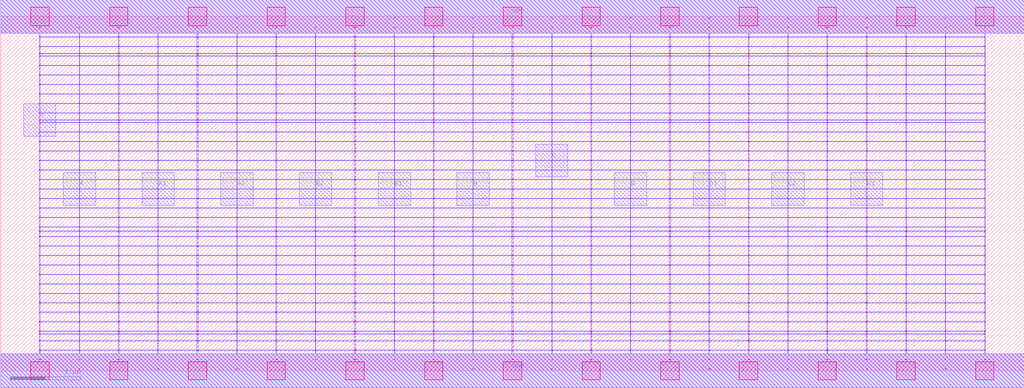
<source format=lef>
MACRO AAAAOI3332_DEBUG
 CLASS CORE ;
 FOREIGN AAAAOI3332_DEBUG 0 0 ;
 SIZE 14.56 BY 5.04 ;
 ORIGIN 0 0 ;
 SYMMETRY X Y R90 ;
 SITE unit ;
  PIN VDD
   DIRECTION INOUT ;
   USE SIGNAL ;
   SHAPE ABUTMENT ;
    PORT
     CLASS CORE ;
       LAYER met1 ;
        RECT 0.00000000 4.80000000 14.56000000 5.28000000 ;
       LAYER met2 ;
        RECT 0.00000000 4.80000000 14.56000000 5.28000000 ;
    END
  END VDD

  PIN GND
   DIRECTION INOUT ;
   USE SIGNAL ;
   SHAPE ABUTMENT ;
    PORT
     CLASS CORE ;
       LAYER met1 ;
        RECT 0.00000000 -0.24000000 14.56000000 0.24000000 ;
       LAYER met2 ;
        RECT 0.00000000 -0.24000000 14.56000000 0.24000000 ;
    END
  END GND

  PIN Y
   DIRECTION INOUT ;
   USE SIGNAL ;
   SHAPE ABUTMENT ;
    PORT
     CLASS CORE ;
       LAYER met2 ;
        RECT 0.32500000 3.33500000 0.78500000 3.79500000 ;
    END
  END Y

  PIN D
   DIRECTION INOUT ;
   USE SIGNAL ;
   SHAPE ABUTMENT ;
    PORT
     CLASS CORE ;
       LAYER met2 ;
        RECT 8.73000000 2.35700000 9.19000000 2.81700000 ;
    END
  END D

  PIN C
   DIRECTION INOUT ;
   USE SIGNAL ;
   SHAPE ABUTMENT ;
    PORT
     CLASS CORE ;
       LAYER met2 ;
        RECT 7.61000000 2.76200000 8.07000000 3.22200000 ;
    END
  END C

  PIN C1
   DIRECTION INOUT ;
   USE SIGNAL ;
   SHAPE ABUTMENT ;
    PORT
     CLASS CORE ;
       LAYER met2 ;
        RECT 12.09000000 2.35700000 12.55000000 2.81700000 ;
    END
  END C1

  PIN B1
   DIRECTION INOUT ;
   USE SIGNAL ;
   SHAPE ABUTMENT ;
    PORT
     CLASS CORE ;
       LAYER met2 ;
        RECT 5.37000000 2.35700000 5.83000000 2.81700000 ;
    END
  END B1

  PIN A2
   DIRECTION INOUT ;
   USE SIGNAL ;
   SHAPE ABUTMENT ;
    PORT
     CLASS CORE ;
       LAYER met2 ;
        RECT 3.13000000 2.35700000 3.59000000 2.81700000 ;
    END
  END A2

  PIN D1
   DIRECTION INOUT ;
   USE SIGNAL ;
   SHAPE ABUTMENT ;
    PORT
     CLASS CORE ;
       LAYER met2 ;
        RECT 9.85000000 2.35700000 10.31000000 2.81700000 ;
    END
  END D1

  PIN C2
   DIRECTION INOUT ;
   USE SIGNAL ;
   SHAPE ABUTMENT ;
    PORT
     CLASS CORE ;
       LAYER met2 ;
        RECT 10.97000000 2.35700000 11.43000000 2.81700000 ;
    END
  END C2

  PIN A
   DIRECTION INOUT ;
   USE SIGNAL ;
   SHAPE ABUTMENT ;
    PORT
     CLASS CORE ;
       LAYER met2 ;
        RECT 0.89000000 2.35700000 1.35000000 2.81700000 ;
    END
  END A

  PIN B2
   DIRECTION INOUT ;
   USE SIGNAL ;
   SHAPE ABUTMENT ;
    PORT
     CLASS CORE ;
       LAYER met2 ;
        RECT 4.25000000 2.35700000 4.71000000 2.81700000 ;
    END
  END B2

  PIN B
   DIRECTION INOUT ;
   USE SIGNAL ;
   SHAPE ABUTMENT ;
    PORT
     CLASS CORE ;
       LAYER met2 ;
        RECT 6.49000000 2.35700000 6.95000000 2.81700000 ;
    END
  END B

  PIN A1
   DIRECTION INOUT ;
   USE SIGNAL ;
   SHAPE ABUTMENT ;
    PORT
     CLASS CORE ;
       LAYER met2 ;
        RECT 2.01000000 2.35700000 2.47000000 2.81700000 ;
    END
  END A1

 OBS
    LAYER polycont ;
     RECT 7.27100000 2.58300000 7.28900000 2.59100000 ;
     RECT 7.27100000 2.71800000 7.28900000 2.72600000 ;
     RECT 7.27100000 2.85300000 7.28900000 2.86100000 ;
     RECT 7.27100000 2.98800000 7.28900000 2.99600000 ;
     RECT 9.51100000 2.58300000 9.52900000 2.59100000 ;
     RECT 10.07600000 2.58300000 10.08400000 2.59100000 ;
     RECT 10.63100000 2.58300000 10.64900000 2.59100000 ;
     RECT 11.19600000 2.58300000 11.20400000 2.59100000 ;
     RECT 11.75100000 2.58300000 11.76900000 2.59100000 ;
     RECT 12.31600000 2.58300000 12.32400000 2.59100000 ;
     RECT 12.87600000 2.58300000 12.88900000 2.59100000 ;
     RECT 13.43600000 2.58300000 13.44400000 2.59100000 ;
     RECT 13.99600000 2.58300000 14.00400000 2.59100000 ;
     RECT 7.83600000 2.58300000 7.84400000 2.59100000 ;
     RECT 7.83600000 2.71800000 7.84400000 2.72600000 ;
     RECT 8.39100000 2.71800000 8.40900000 2.72600000 ;
     RECT 8.95600000 2.71800000 8.96400000 2.72600000 ;
     RECT 9.51100000 2.71800000 9.52900000 2.72600000 ;
     RECT 10.07600000 2.71800000 10.08400000 2.72600000 ;
     RECT 10.63100000 2.71800000 10.64900000 2.72600000 ;
     RECT 11.19600000 2.71800000 11.20400000 2.72600000 ;
     RECT 11.75100000 2.71800000 11.76900000 2.72600000 ;
     RECT 12.31600000 2.71800000 12.32400000 2.72600000 ;
     RECT 12.87600000 2.71800000 12.88900000 2.72600000 ;
     RECT 13.43600000 2.71800000 13.44400000 2.72600000 ;
     RECT 13.99600000 2.71800000 14.00400000 2.72600000 ;
     RECT 8.39100000 2.58300000 8.40900000 2.59100000 ;
     RECT 7.83600000 2.85300000 7.84400000 2.86100000 ;
     RECT 8.39100000 2.85300000 8.40900000 2.86100000 ;
     RECT 8.95600000 2.85300000 8.96400000 2.86100000 ;
     RECT 9.51100000 2.85300000 9.52900000 2.86100000 ;
     RECT 10.07600000 2.85300000 10.08400000 2.86100000 ;
     RECT 10.63100000 2.85300000 10.64900000 2.86100000 ;
     RECT 11.19600000 2.85300000 11.20400000 2.86100000 ;
     RECT 11.75100000 2.85300000 11.76900000 2.86100000 ;
     RECT 12.31600000 2.85300000 12.32400000 2.86100000 ;
     RECT 12.87600000 2.85300000 12.88900000 2.86100000 ;
     RECT 13.43600000 2.85300000 13.44400000 2.86100000 ;
     RECT 13.99600000 2.85300000 14.00400000 2.86100000 ;
     RECT 8.95600000 2.58300000 8.96400000 2.59100000 ;
     RECT 7.83600000 2.98800000 7.84400000 2.99600000 ;
     RECT 8.39100000 2.98800000 8.40900000 2.99600000 ;
     RECT 8.95600000 2.98800000 8.96400000 2.99600000 ;
     RECT 9.51100000 2.98800000 9.52900000 2.99600000 ;
     RECT 10.07600000 2.98800000 10.08400000 2.99600000 ;
     RECT 10.63100000 2.98800000 10.64900000 2.99600000 ;
     RECT 11.19600000 2.98800000 11.20400000 2.99600000 ;
     RECT 11.75100000 2.98800000 11.76900000 2.99600000 ;
     RECT 12.31600000 2.98800000 12.32400000 2.99600000 ;
     RECT 12.87600000 2.98800000 12.88900000 2.99600000 ;
     RECT 13.43600000 2.98800000 13.44400000 2.99600000 ;
     RECT 13.99600000 2.98800000 14.00400000 2.99600000 ;
     RECT 13.43600000 3.12300000 13.44400000 3.13100000 ;
     RECT 13.99600000 3.12300000 14.00400000 3.13100000 ;
     RECT 13.43600000 3.25800000 13.44400000 3.26600000 ;
     RECT 13.99600000 3.25800000 14.00400000 3.26600000 ;
     RECT 13.43600000 3.39300000 13.44400000 3.40100000 ;
     RECT 13.99600000 3.39300000 14.00400000 3.40100000 ;
     RECT 13.43600000 3.52800000 13.44400000 3.53600000 ;
     RECT 13.99600000 3.52800000 14.00400000 3.53600000 ;
     RECT 13.43600000 3.56100000 13.44400000 3.56900000 ;
     RECT 13.99600000 3.56100000 14.00400000 3.56900000 ;
     RECT 13.43600000 3.66300000 13.44400000 3.67100000 ;
     RECT 13.99600000 3.66300000 14.00400000 3.67100000 ;
     RECT 13.43600000 3.79800000 13.44400000 3.80600000 ;
     RECT 13.99600000 3.79800000 14.00400000 3.80600000 ;
     RECT 13.43600000 3.93300000 13.44400000 3.94100000 ;
     RECT 13.99600000 3.93300000 14.00400000 3.94100000 ;
     RECT 13.43600000 4.06800000 13.44400000 4.07600000 ;
     RECT 13.99600000 4.06800000 14.00400000 4.07600000 ;
     RECT 13.43600000 4.20300000 13.44400000 4.21100000 ;
     RECT 13.99600000 4.20300000 14.00400000 4.21100000 ;
     RECT 13.43600000 4.33800000 13.44400000 4.34600000 ;
     RECT 13.99600000 4.33800000 14.00400000 4.34600000 ;
     RECT 13.43600000 4.47300000 13.44400000 4.48100000 ;
     RECT 13.99600000 4.47300000 14.00400000 4.48100000 ;
     RECT 13.43600000 4.51100000 13.44400000 4.51900000 ;
     RECT 13.99600000 4.51100000 14.00400000 4.51900000 ;
     RECT 13.43600000 4.60800000 13.44400000 4.61600000 ;
     RECT 13.99600000 4.60800000 14.00400000 4.61600000 ;
     RECT 13.43600000 4.74300000 13.44400000 4.75100000 ;
     RECT 13.99600000 4.74300000 14.00400000 4.75100000 ;
     RECT 13.43600000 4.87800000 13.44400000 4.88600000 ;
     RECT 13.99600000 4.87800000 14.00400000 4.88600000 ;
     RECT 5.59600000 2.98800000 5.60400000 2.99600000 ;
     RECT 6.15100000 2.98800000 6.16900000 2.99600000 ;
     RECT 6.71600000 2.98800000 6.72400000 2.99600000 ;
     RECT 2.23600000 2.58300000 2.24400000 2.59100000 ;
     RECT 2.79100000 2.58300000 2.80900000 2.59100000 ;
     RECT 3.35600000 2.58300000 3.36400000 2.59100000 ;
     RECT 3.91100000 2.58300000 3.92900000 2.59100000 ;
     RECT 4.47600000 2.58300000 4.48400000 2.59100000 ;
     RECT 5.03100000 2.58300000 5.04900000 2.59100000 ;
     RECT 5.59600000 2.58300000 5.60400000 2.59100000 ;
     RECT 6.15100000 2.58300000 6.16900000 2.59100000 ;
     RECT 6.71600000 2.58300000 6.72400000 2.59100000 ;
     RECT 0.55100000 2.58300000 0.56400000 2.59100000 ;
     RECT 0.55100000 2.71800000 0.56400000 2.72600000 ;
     RECT 0.55100000 2.85300000 0.56400000 2.86100000 ;
     RECT 1.11600000 2.85300000 1.12400000 2.86100000 ;
     RECT 1.67100000 2.85300000 1.68900000 2.86100000 ;
     RECT 2.23600000 2.85300000 2.24400000 2.86100000 ;
     RECT 2.79100000 2.85300000 2.80900000 2.86100000 ;
     RECT 3.35600000 2.85300000 3.36400000 2.86100000 ;
     RECT 3.91100000 2.85300000 3.92900000 2.86100000 ;
     RECT 4.47600000 2.85300000 4.48400000 2.86100000 ;
     RECT 5.03100000 2.85300000 5.04900000 2.86100000 ;
     RECT 5.59600000 2.85300000 5.60400000 2.86100000 ;
     RECT 6.15100000 2.85300000 6.16900000 2.86100000 ;
     RECT 6.71600000 2.85300000 6.72400000 2.86100000 ;
     RECT 1.11600000 2.71800000 1.12400000 2.72600000 ;
     RECT 1.67100000 2.71800000 1.68900000 2.72600000 ;
     RECT 2.23600000 2.71800000 2.24400000 2.72600000 ;
     RECT 2.79100000 2.71800000 2.80900000 2.72600000 ;
     RECT 3.35600000 2.71800000 3.36400000 2.72600000 ;
     RECT 3.91100000 2.71800000 3.92900000 2.72600000 ;
     RECT 4.47600000 2.71800000 4.48400000 2.72600000 ;
     RECT 5.03100000 2.71800000 5.04900000 2.72600000 ;
     RECT 5.59600000 2.71800000 5.60400000 2.72600000 ;
     RECT 6.15100000 2.71800000 6.16900000 2.72600000 ;
     RECT 6.71600000 2.71800000 6.72400000 2.72600000 ;
     RECT 1.11600000 2.58300000 1.12400000 2.59100000 ;
     RECT 1.67100000 2.58300000 1.68900000 2.59100000 ;
     RECT 0.55100000 2.98800000 0.56400000 2.99600000 ;
     RECT 1.11600000 2.98800000 1.12400000 2.99600000 ;
     RECT 1.67100000 2.98800000 1.68900000 2.99600000 ;
     RECT 2.23600000 2.98800000 2.24400000 2.99600000 ;
     RECT 2.79100000 2.98800000 2.80900000 2.99600000 ;
     RECT 3.35600000 2.98800000 3.36400000 2.99600000 ;
     RECT 3.91100000 2.98800000 3.92900000 2.99600000 ;
     RECT 4.47600000 2.98800000 4.48400000 2.99600000 ;
     RECT 5.03100000 2.98800000 5.04900000 2.99600000 ;
     RECT 7.83600000 1.63800000 7.84400000 1.64600000 ;
     RECT 7.83600000 1.77300000 7.84400000 1.78100000 ;
     RECT 7.83600000 1.90800000 7.84400000 1.91600000 ;
     RECT 7.83600000 1.98100000 7.84400000 1.98900000 ;
     RECT 7.83600000 2.04300000 7.84400000 2.05100000 ;
     RECT 7.83600000 2.17800000 7.84400000 2.18600000 ;
     RECT 7.83600000 2.31300000 7.84400000 2.32100000 ;
     RECT 7.83600000 2.44800000 7.84400000 2.45600000 ;
     RECT 7.83600000 0.15300000 7.84400000 0.16100000 ;
     RECT 7.83600000 0.28800000 7.84400000 0.29600000 ;
     RECT 7.83600000 0.42300000 7.84400000 0.43100000 ;
     RECT 7.83600000 0.52100000 7.84400000 0.52900000 ;
     RECT 7.83600000 0.55800000 7.84400000 0.56600000 ;
     RECT 7.83600000 0.69300000 7.84400000 0.70100000 ;
     RECT 7.83600000 0.82800000 7.84400000 0.83600000 ;
     RECT 7.83600000 0.96300000 7.84400000 0.97100000 ;
     RECT 7.83600000 1.09800000 7.84400000 1.10600000 ;
     RECT 7.83600000 1.23300000 7.84400000 1.24100000 ;
     RECT 7.83600000 1.36800000 7.84400000 1.37600000 ;
     RECT 7.83600000 1.50300000 7.84400000 1.51100000 ;

    LAYER pdiffc ;
     RECT 0.55100000 3.39300000 0.55900000 3.40100000 ;
     RECT 12.88100000 3.39300000 12.88900000 3.40100000 ;
     RECT 0.55100000 3.52800000 0.55900000 3.53600000 ;
     RECT 12.88100000 3.52800000 12.88900000 3.53600000 ;
     RECT 0.55100000 3.56100000 0.55900000 3.56900000 ;
     RECT 12.88100000 3.56100000 12.88900000 3.56900000 ;
     RECT 0.55100000 3.66300000 0.55900000 3.67100000 ;
     RECT 12.88100000 3.66300000 12.88900000 3.67100000 ;
     RECT 0.55100000 3.79800000 0.55900000 3.80600000 ;
     RECT 12.88100000 3.79800000 12.88900000 3.80600000 ;
     RECT 0.55100000 3.93300000 0.55900000 3.94100000 ;
     RECT 12.88100000 3.93300000 12.88900000 3.94100000 ;
     RECT 0.55100000 4.06800000 0.55900000 4.07600000 ;
     RECT 12.88100000 4.06800000 12.88900000 4.07600000 ;
     RECT 0.55100000 4.20300000 0.55900000 4.21100000 ;
     RECT 12.88100000 4.20300000 12.88900000 4.21100000 ;
     RECT 0.55100000 4.33800000 0.55900000 4.34600000 ;
     RECT 12.88100000 4.33800000 12.88900000 4.34600000 ;
     RECT 0.55100000 4.47300000 0.55900000 4.48100000 ;
     RECT 12.88100000 4.47300000 12.88900000 4.48100000 ;
     RECT 0.55100000 4.51100000 0.55900000 4.51900000 ;
     RECT 12.88100000 4.51100000 12.88900000 4.51900000 ;
     RECT 0.55100000 4.60800000 0.55900000 4.61600000 ;
     RECT 12.88100000 4.60800000 12.88900000 4.61600000 ;

    LAYER ndiffc ;
     RECT 7.27100000 0.42300000 7.28900000 0.43100000 ;
     RECT 7.27100000 0.52100000 7.28900000 0.52900000 ;
     RECT 7.27100000 0.55800000 7.28900000 0.56600000 ;
     RECT 7.27100000 0.69300000 7.28900000 0.70100000 ;
     RECT 7.27100000 0.82800000 7.28900000 0.83600000 ;
     RECT 7.27100000 0.96300000 7.28900000 0.97100000 ;
     RECT 7.27100000 1.09800000 7.28900000 1.10600000 ;
     RECT 7.27100000 1.23300000 7.28900000 1.24100000 ;
     RECT 7.27100000 1.36800000 7.28900000 1.37600000 ;
     RECT 7.27100000 1.50300000 7.28900000 1.51100000 ;
     RECT 7.27100000 1.63800000 7.28900000 1.64600000 ;
     RECT 7.27100000 1.77300000 7.28900000 1.78100000 ;
     RECT 7.27100000 1.90800000 7.28900000 1.91600000 ;
     RECT 7.27100000 1.98100000 7.28900000 1.98900000 ;
     RECT 7.27100000 2.04300000 7.28900000 2.05100000 ;
     RECT 8.39100000 0.55800000 8.40900000 0.56600000 ;
     RECT 9.51100000 0.55800000 9.52900000 0.56600000 ;
     RECT 10.63100000 0.55800000 10.64900000 0.56600000 ;
     RECT 11.75100000 0.55800000 11.76900000 0.56600000 ;
     RECT 12.87600000 0.55800000 12.88900000 0.56600000 ;
     RECT 13.99600000 0.55800000 14.00400000 0.56600000 ;
     RECT 10.63100000 0.42300000 10.64900000 0.43100000 ;
     RECT 8.39100000 0.69300000 8.40900000 0.70100000 ;
     RECT 9.51100000 0.69300000 9.52900000 0.70100000 ;
     RECT 10.63100000 0.69300000 10.64900000 0.70100000 ;
     RECT 11.75100000 0.69300000 11.76900000 0.70100000 ;
     RECT 12.87600000 0.69300000 12.88900000 0.70100000 ;
     RECT 13.99600000 0.69300000 14.00400000 0.70100000 ;
     RECT 11.75100000 0.42300000 11.76900000 0.43100000 ;
     RECT 8.39100000 0.82800000 8.40900000 0.83600000 ;
     RECT 9.51100000 0.82800000 9.52900000 0.83600000 ;
     RECT 10.63100000 0.82800000 10.64900000 0.83600000 ;
     RECT 11.75100000 0.82800000 11.76900000 0.83600000 ;
     RECT 12.87600000 0.82800000 12.88900000 0.83600000 ;
     RECT 13.99600000 0.82800000 14.00400000 0.83600000 ;
     RECT 12.87600000 0.42300000 12.88900000 0.43100000 ;
     RECT 8.39100000 0.96300000 8.40900000 0.97100000 ;
     RECT 9.51100000 0.96300000 9.52900000 0.97100000 ;
     RECT 10.63100000 0.96300000 10.64900000 0.97100000 ;
     RECT 11.75100000 0.96300000 11.76900000 0.97100000 ;
     RECT 12.87600000 0.96300000 12.88900000 0.97100000 ;
     RECT 13.99600000 0.96300000 14.00400000 0.97100000 ;
     RECT 13.99600000 0.42300000 14.00400000 0.43100000 ;
     RECT 8.39100000 1.09800000 8.40900000 1.10600000 ;
     RECT 9.51100000 1.09800000 9.52900000 1.10600000 ;
     RECT 10.63100000 1.09800000 10.64900000 1.10600000 ;
     RECT 11.75100000 1.09800000 11.76900000 1.10600000 ;
     RECT 12.87600000 1.09800000 12.88900000 1.10600000 ;
     RECT 13.99600000 1.09800000 14.00400000 1.10600000 ;
     RECT 8.39100000 0.42300000 8.40900000 0.43100000 ;
     RECT 8.39100000 1.23300000 8.40900000 1.24100000 ;
     RECT 9.51100000 1.23300000 9.52900000 1.24100000 ;
     RECT 10.63100000 1.23300000 10.64900000 1.24100000 ;
     RECT 11.75100000 1.23300000 11.76900000 1.24100000 ;
     RECT 12.87600000 1.23300000 12.88900000 1.24100000 ;
     RECT 13.99600000 1.23300000 14.00400000 1.24100000 ;
     RECT 8.39100000 0.52100000 8.40900000 0.52900000 ;
     RECT 8.39100000 1.36800000 8.40900000 1.37600000 ;
     RECT 9.51100000 1.36800000 9.52900000 1.37600000 ;
     RECT 10.63100000 1.36800000 10.64900000 1.37600000 ;
     RECT 11.75100000 1.36800000 11.76900000 1.37600000 ;
     RECT 12.87600000 1.36800000 12.88900000 1.37600000 ;
     RECT 13.99600000 1.36800000 14.00400000 1.37600000 ;
     RECT 9.51100000 0.52100000 9.52900000 0.52900000 ;
     RECT 8.39100000 1.50300000 8.40900000 1.51100000 ;
     RECT 9.51100000 1.50300000 9.52900000 1.51100000 ;
     RECT 10.63100000 1.50300000 10.64900000 1.51100000 ;
     RECT 11.75100000 1.50300000 11.76900000 1.51100000 ;
     RECT 12.87600000 1.50300000 12.88900000 1.51100000 ;
     RECT 13.99600000 1.50300000 14.00400000 1.51100000 ;
     RECT 10.63100000 0.52100000 10.64900000 0.52900000 ;
     RECT 8.39100000 1.63800000 8.40900000 1.64600000 ;
     RECT 9.51100000 1.63800000 9.52900000 1.64600000 ;
     RECT 10.63100000 1.63800000 10.64900000 1.64600000 ;
     RECT 11.75100000 1.63800000 11.76900000 1.64600000 ;
     RECT 12.87600000 1.63800000 12.88900000 1.64600000 ;
     RECT 13.99600000 1.63800000 14.00400000 1.64600000 ;
     RECT 11.75100000 0.52100000 11.76900000 0.52900000 ;
     RECT 8.39100000 1.77300000 8.40900000 1.78100000 ;
     RECT 9.51100000 1.77300000 9.52900000 1.78100000 ;
     RECT 10.63100000 1.77300000 10.64900000 1.78100000 ;
     RECT 11.75100000 1.77300000 11.76900000 1.78100000 ;
     RECT 12.87600000 1.77300000 12.88900000 1.78100000 ;
     RECT 13.99600000 1.77300000 14.00400000 1.78100000 ;
     RECT 12.87600000 0.52100000 12.88900000 0.52900000 ;
     RECT 8.39100000 1.90800000 8.40900000 1.91600000 ;
     RECT 9.51100000 1.90800000 9.52900000 1.91600000 ;
     RECT 10.63100000 1.90800000 10.64900000 1.91600000 ;
     RECT 11.75100000 1.90800000 11.76900000 1.91600000 ;
     RECT 12.87600000 1.90800000 12.88900000 1.91600000 ;
     RECT 13.99600000 1.90800000 14.00400000 1.91600000 ;
     RECT 13.99600000 0.52100000 14.00400000 0.52900000 ;
     RECT 8.39100000 1.98100000 8.40900000 1.98900000 ;
     RECT 9.51100000 1.98100000 9.52900000 1.98900000 ;
     RECT 10.63100000 1.98100000 10.64900000 1.98900000 ;
     RECT 11.75100000 1.98100000 11.76900000 1.98900000 ;
     RECT 12.87600000 1.98100000 12.88900000 1.98900000 ;
     RECT 13.99600000 1.98100000 14.00400000 1.98900000 ;
     RECT 9.51100000 0.42300000 9.52900000 0.43100000 ;
     RECT 8.39100000 2.04300000 8.40900000 2.05100000 ;
     RECT 9.51100000 2.04300000 9.52900000 2.05100000 ;
     RECT 10.63100000 2.04300000 10.64900000 2.05100000 ;
     RECT 11.75100000 2.04300000 11.76900000 2.05100000 ;
     RECT 12.87600000 2.04300000 12.88900000 2.05100000 ;
     RECT 13.99600000 2.04300000 14.00400000 2.05100000 ;
     RECT 1.67100000 1.36800000 1.68900000 1.37600000 ;
     RECT 2.79100000 1.36800000 2.80900000 1.37600000 ;
     RECT 3.91100000 1.36800000 3.92900000 1.37600000 ;
     RECT 5.03100000 1.36800000 5.04900000 1.37600000 ;
     RECT 6.15100000 1.36800000 6.16900000 1.37600000 ;
     RECT 5.03100000 0.82800000 5.04900000 0.83600000 ;
     RECT 6.15100000 0.82800000 6.16900000 0.83600000 ;
     RECT 2.79100000 0.55800000 2.80900000 0.56600000 ;
     RECT 3.91100000 0.55800000 3.92900000 0.56600000 ;
     RECT 5.03100000 0.55800000 5.04900000 0.56600000 ;
     RECT 6.15100000 0.55800000 6.16900000 0.56600000 ;
     RECT 1.67100000 0.52100000 1.68900000 0.52900000 ;
     RECT 0.55100000 1.50300000 0.56400000 1.51100000 ;
     RECT 1.67100000 1.50300000 1.68900000 1.51100000 ;
     RECT 2.79100000 1.50300000 2.80900000 1.51100000 ;
     RECT 3.91100000 1.50300000 3.92900000 1.51100000 ;
     RECT 5.03100000 1.50300000 5.04900000 1.51100000 ;
     RECT 6.15100000 1.50300000 6.16900000 1.51100000 ;
     RECT 2.79100000 0.52100000 2.80900000 0.52900000 ;
     RECT 3.91100000 0.52100000 3.92900000 0.52900000 ;
     RECT 0.55100000 0.96300000 0.56400000 0.97100000 ;
     RECT 1.67100000 0.96300000 1.68900000 0.97100000 ;
     RECT 2.79100000 0.96300000 2.80900000 0.97100000 ;
     RECT 3.91100000 0.96300000 3.92900000 0.97100000 ;
     RECT 5.03100000 0.96300000 5.04900000 0.97100000 ;
     RECT 0.55100000 1.63800000 0.56400000 1.64600000 ;
     RECT 1.67100000 1.63800000 1.68900000 1.64600000 ;
     RECT 2.79100000 1.63800000 2.80900000 1.64600000 ;
     RECT 3.91100000 1.63800000 3.92900000 1.64600000 ;
     RECT 5.03100000 1.63800000 5.04900000 1.64600000 ;
     RECT 6.15100000 1.63800000 6.16900000 1.64600000 ;
     RECT 6.15100000 0.96300000 6.16900000 0.97100000 ;
     RECT 5.03100000 0.52100000 5.04900000 0.52900000 ;
     RECT 6.15100000 0.52100000 6.16900000 0.52900000 ;
     RECT 1.67100000 0.42300000 1.68900000 0.43100000 ;
     RECT 2.79100000 0.42300000 2.80900000 0.43100000 ;
     RECT 0.55100000 0.69300000 0.56400000 0.70100000 ;
     RECT 1.67100000 0.69300000 1.68900000 0.70100000 ;
     RECT 0.55100000 1.77300000 0.56400000 1.78100000 ;
     RECT 1.67100000 1.77300000 1.68900000 1.78100000 ;
     RECT 2.79100000 1.77300000 2.80900000 1.78100000 ;
     RECT 3.91100000 1.77300000 3.92900000 1.78100000 ;
     RECT 5.03100000 1.77300000 5.04900000 1.78100000 ;
     RECT 6.15100000 1.77300000 6.16900000 1.78100000 ;
     RECT 2.79100000 0.69300000 2.80900000 0.70100000 ;
     RECT 0.55100000 1.09800000 0.56400000 1.10600000 ;
     RECT 1.67100000 1.09800000 1.68900000 1.10600000 ;
     RECT 2.79100000 1.09800000 2.80900000 1.10600000 ;
     RECT 3.91100000 1.09800000 3.92900000 1.10600000 ;
     RECT 5.03100000 1.09800000 5.04900000 1.10600000 ;
     RECT 6.15100000 1.09800000 6.16900000 1.10600000 ;
     RECT 0.55100000 1.90800000 0.56400000 1.91600000 ;
     RECT 1.67100000 1.90800000 1.68900000 1.91600000 ;
     RECT 2.79100000 1.90800000 2.80900000 1.91600000 ;
     RECT 3.91100000 1.90800000 3.92900000 1.91600000 ;
     RECT 5.03100000 1.90800000 5.04900000 1.91600000 ;
     RECT 6.15100000 1.90800000 6.16900000 1.91600000 ;
     RECT 3.91100000 0.69300000 3.92900000 0.70100000 ;
     RECT 5.03100000 0.69300000 5.04900000 0.70100000 ;
     RECT 6.15100000 0.69300000 6.16900000 0.70100000 ;
     RECT 3.91100000 0.42300000 3.92900000 0.43100000 ;
     RECT 5.03100000 0.42300000 5.04900000 0.43100000 ;
     RECT 6.15100000 0.42300000 6.16900000 0.43100000 ;
     RECT 0.55100000 0.42300000 0.56400000 0.43100000 ;
     RECT 0.55100000 1.98100000 0.56400000 1.98900000 ;
     RECT 1.67100000 1.98100000 1.68900000 1.98900000 ;
     RECT 2.79100000 1.98100000 2.80900000 1.98900000 ;
     RECT 3.91100000 1.98100000 3.92900000 1.98900000 ;
     RECT 5.03100000 1.98100000 5.04900000 1.98900000 ;
     RECT 6.15100000 1.98100000 6.16900000 1.98900000 ;
     RECT 0.55100000 1.23300000 0.56400000 1.24100000 ;
     RECT 1.67100000 1.23300000 1.68900000 1.24100000 ;
     RECT 2.79100000 1.23300000 2.80900000 1.24100000 ;
     RECT 3.91100000 1.23300000 3.92900000 1.24100000 ;
     RECT 5.03100000 1.23300000 5.04900000 1.24100000 ;
     RECT 6.15100000 1.23300000 6.16900000 1.24100000 ;
     RECT 0.55100000 0.52100000 0.56400000 0.52900000 ;
     RECT 0.55100000 2.04300000 0.56400000 2.05100000 ;
     RECT 1.67100000 2.04300000 1.68900000 2.05100000 ;
     RECT 2.79100000 2.04300000 2.80900000 2.05100000 ;
     RECT 3.91100000 2.04300000 3.92900000 2.05100000 ;
     RECT 5.03100000 2.04300000 5.04900000 2.05100000 ;
     RECT 6.15100000 2.04300000 6.16900000 2.05100000 ;
     RECT 0.55100000 0.55800000 0.56400000 0.56600000 ;
     RECT 1.67100000 0.55800000 1.68900000 0.56600000 ;
     RECT 0.55100000 0.82800000 0.56400000 0.83600000 ;
     RECT 1.67100000 0.82800000 1.68900000 0.83600000 ;
     RECT 2.79100000 0.82800000 2.80900000 0.83600000 ;
     RECT 3.91100000 0.82800000 3.92900000 0.83600000 ;
     RECT 0.55100000 1.36800000 0.56400000 1.37600000 ;

    LAYER met1 ;
     RECT 0.00000000 -0.24000000 14.56000000 0.24000000 ;
     RECT 7.27100000 0.24000000 7.28900000 0.28800000 ;
     RECT 0.55100000 0.28800000 14.00400000 0.29600000 ;
     RECT 7.27100000 0.29600000 7.28900000 0.42300000 ;
     RECT 0.55100000 0.42300000 14.00400000 0.43100000 ;
     RECT 7.27100000 0.43100000 7.28900000 0.52100000 ;
     RECT 0.55100000 0.52100000 14.00400000 0.52900000 ;
     RECT 7.27100000 0.52900000 7.28900000 0.55800000 ;
     RECT 0.55100000 0.55800000 14.00400000 0.56600000 ;
     RECT 7.27100000 0.56600000 7.28900000 0.69300000 ;
     RECT 0.55100000 0.69300000 14.00400000 0.70100000 ;
     RECT 7.27100000 0.70100000 7.28900000 0.82800000 ;
     RECT 0.55100000 0.82800000 14.00400000 0.83600000 ;
     RECT 7.27100000 0.83600000 7.28900000 0.96300000 ;
     RECT 0.55100000 0.96300000 14.00400000 0.97100000 ;
     RECT 7.27100000 0.97100000 7.28900000 1.09800000 ;
     RECT 0.55100000 1.09800000 14.00400000 1.10600000 ;
     RECT 7.27100000 1.10600000 7.28900000 1.23300000 ;
     RECT 0.55100000 1.23300000 14.00400000 1.24100000 ;
     RECT 7.27100000 1.24100000 7.28900000 1.36800000 ;
     RECT 0.55100000 1.36800000 14.00400000 1.37600000 ;
     RECT 7.27100000 1.37600000 7.28900000 1.50300000 ;
     RECT 0.55100000 1.50300000 14.00400000 1.51100000 ;
     RECT 7.27100000 1.51100000 7.28900000 1.63800000 ;
     RECT 0.55100000 1.63800000 14.00400000 1.64600000 ;
     RECT 7.27100000 1.64600000 7.28900000 1.77300000 ;
     RECT 0.55100000 1.77300000 14.00400000 1.78100000 ;
     RECT 7.27100000 1.78100000 7.28900000 1.90800000 ;
     RECT 0.55100000 1.90800000 14.00400000 1.91600000 ;
     RECT 7.27100000 1.91600000 7.28900000 1.98100000 ;
     RECT 0.55100000 1.98100000 14.00400000 1.98900000 ;
     RECT 7.27100000 1.98900000 7.28900000 2.04300000 ;
     RECT 0.55100000 2.04300000 14.00400000 2.05100000 ;
     RECT 7.27100000 2.05100000 7.28900000 2.17800000 ;
     RECT 0.55100000 2.17800000 14.00400000 2.18600000 ;
     RECT 7.27100000 2.18600000 7.28900000 2.31300000 ;
     RECT 0.55100000 2.31300000 14.00400000 2.32100000 ;
     RECT 7.27100000 2.32100000 7.28900000 2.44800000 ;
     RECT 0.55100000 2.44800000 14.00400000 2.45600000 ;
     RECT 0.55100000 2.45600000 0.56400000 2.58300000 ;
     RECT 1.11600000 2.45600000 1.12400000 2.58300000 ;
     RECT 1.67100000 2.45600000 1.68900000 2.58300000 ;
     RECT 2.23600000 2.45600000 2.24400000 2.58300000 ;
     RECT 2.79100000 2.45600000 2.80900000 2.58300000 ;
     RECT 3.35600000 2.45600000 3.36400000 2.58300000 ;
     RECT 3.91100000 2.45600000 3.92900000 2.58300000 ;
     RECT 4.47600000 2.45600000 4.48400000 2.58300000 ;
     RECT 5.03100000 2.45600000 5.04900000 2.58300000 ;
     RECT 5.59600000 2.45600000 5.60400000 2.58300000 ;
     RECT 6.15100000 2.45600000 6.16900000 2.58300000 ;
     RECT 6.71600000 2.45600000 6.72400000 2.58300000 ;
     RECT 7.27100000 2.45600000 7.28900000 2.58300000 ;
     RECT 7.83600000 2.45600000 7.84400000 2.58300000 ;
     RECT 8.39100000 2.45600000 8.40900000 2.58300000 ;
     RECT 8.95600000 2.45600000 8.96400000 2.58300000 ;
     RECT 9.51100000 2.45600000 9.52900000 2.58300000 ;
     RECT 10.07600000 2.45600000 10.08400000 2.58300000 ;
     RECT 10.63100000 2.45600000 10.64900000 2.58300000 ;
     RECT 11.19600000 2.45600000 11.20400000 2.58300000 ;
     RECT 11.75100000 2.45600000 11.76900000 2.58300000 ;
     RECT 12.31600000 2.45600000 12.32400000 2.58300000 ;
     RECT 12.87600000 2.45600000 12.88900000 2.58300000 ;
     RECT 13.43600000 2.45600000 13.44400000 2.58300000 ;
     RECT 13.99600000 2.45600000 14.00400000 2.58300000 ;
     RECT 0.55100000 2.58300000 14.00400000 2.59100000 ;
     RECT 7.27100000 2.59100000 7.28900000 2.71800000 ;
     RECT 0.55100000 2.71800000 14.00400000 2.72600000 ;
     RECT 7.27100000 2.72600000 7.28900000 2.85300000 ;
     RECT 0.55100000 2.85300000 14.00400000 2.86100000 ;
     RECT 7.27100000 2.86100000 7.28900000 2.98800000 ;
     RECT 0.55100000 2.98800000 14.00400000 2.99600000 ;
     RECT 7.27100000 2.99600000 7.28900000 3.12300000 ;
     RECT 0.55100000 3.12300000 14.00400000 3.13100000 ;
     RECT 7.27100000 3.13100000 7.28900000 3.25800000 ;
     RECT 0.55100000 3.25800000 14.00400000 3.26600000 ;
     RECT 7.27100000 3.26600000 7.28900000 3.39300000 ;
     RECT 0.55100000 3.39300000 14.00400000 3.40100000 ;
     RECT 7.27100000 3.40100000 7.28900000 3.52800000 ;
     RECT 0.55100000 3.52800000 14.00400000 3.53600000 ;
     RECT 7.27100000 3.53600000 7.28900000 3.56100000 ;
     RECT 0.55100000 3.56100000 14.00400000 3.56900000 ;
     RECT 7.27100000 3.56900000 7.28900000 3.66300000 ;
     RECT 0.55100000 3.66300000 14.00400000 3.67100000 ;
     RECT 7.27100000 3.67100000 7.28900000 3.79800000 ;
     RECT 0.55100000 3.79800000 14.00400000 3.80600000 ;
     RECT 7.27100000 3.80600000 7.28900000 3.93300000 ;
     RECT 0.55100000 3.93300000 14.00400000 3.94100000 ;
     RECT 7.27100000 3.94100000 7.28900000 4.06800000 ;
     RECT 0.55100000 4.06800000 14.00400000 4.07600000 ;
     RECT 7.27100000 4.07600000 7.28900000 4.20300000 ;
     RECT 0.55100000 4.20300000 14.00400000 4.21100000 ;
     RECT 7.27100000 4.21100000 7.28900000 4.33800000 ;
     RECT 0.55100000 4.33800000 14.00400000 4.34600000 ;
     RECT 7.27100000 4.34600000 7.28900000 4.47300000 ;
     RECT 0.55100000 4.47300000 14.00400000 4.48100000 ;
     RECT 7.27100000 4.48100000 7.28900000 4.51100000 ;
     RECT 0.55100000 4.51100000 14.00400000 4.51900000 ;
     RECT 7.27100000 4.51900000 7.28900000 4.60800000 ;
     RECT 0.55100000 4.60800000 14.00400000 4.61600000 ;
     RECT 7.27100000 4.61600000 7.28900000 4.74300000 ;
     RECT 0.55100000 4.74300000 14.00400000 4.75100000 ;
     RECT 7.27100000 4.75100000 7.28900000 4.80000000 ;
     RECT 0.00000000 4.80000000 14.56000000 5.28000000 ;
     RECT 7.83600000 3.80600000 7.84400000 3.93300000 ;
     RECT 8.39100000 3.80600000 8.40900000 3.93300000 ;
     RECT 8.95600000 3.80600000 8.96400000 3.93300000 ;
     RECT 9.51100000 3.80600000 9.52900000 3.93300000 ;
     RECT 10.07600000 3.80600000 10.08400000 3.93300000 ;
     RECT 10.63100000 3.80600000 10.64900000 3.93300000 ;
     RECT 11.19600000 3.80600000 11.20400000 3.93300000 ;
     RECT 11.75100000 3.80600000 11.76900000 3.93300000 ;
     RECT 12.31600000 3.80600000 12.32400000 3.93300000 ;
     RECT 12.87600000 3.80600000 12.88900000 3.93300000 ;
     RECT 13.43600000 3.80600000 13.44400000 3.93300000 ;
     RECT 13.99600000 3.80600000 14.00400000 3.93300000 ;
     RECT 11.19600000 3.94100000 11.20400000 4.06800000 ;
     RECT 11.75100000 3.94100000 11.76900000 4.06800000 ;
     RECT 12.31600000 3.94100000 12.32400000 4.06800000 ;
     RECT 12.87600000 3.94100000 12.88900000 4.06800000 ;
     RECT 13.43600000 3.94100000 13.44400000 4.06800000 ;
     RECT 13.99600000 3.94100000 14.00400000 4.06800000 ;
     RECT 11.19600000 4.07600000 11.20400000 4.20300000 ;
     RECT 11.75100000 4.07600000 11.76900000 4.20300000 ;
     RECT 12.31600000 4.07600000 12.32400000 4.20300000 ;
     RECT 12.87600000 4.07600000 12.88900000 4.20300000 ;
     RECT 13.43600000 4.07600000 13.44400000 4.20300000 ;
     RECT 13.99600000 4.07600000 14.00400000 4.20300000 ;
     RECT 11.19600000 4.21100000 11.20400000 4.33800000 ;
     RECT 11.75100000 4.21100000 11.76900000 4.33800000 ;
     RECT 12.31600000 4.21100000 12.32400000 4.33800000 ;
     RECT 12.87600000 4.21100000 12.88900000 4.33800000 ;
     RECT 13.43600000 4.21100000 13.44400000 4.33800000 ;
     RECT 13.99600000 4.21100000 14.00400000 4.33800000 ;
     RECT 11.19600000 4.34600000 11.20400000 4.47300000 ;
     RECT 11.75100000 4.34600000 11.76900000 4.47300000 ;
     RECT 12.31600000 4.34600000 12.32400000 4.47300000 ;
     RECT 12.87600000 4.34600000 12.88900000 4.47300000 ;
     RECT 13.43600000 4.34600000 13.44400000 4.47300000 ;
     RECT 13.99600000 4.34600000 14.00400000 4.47300000 ;
     RECT 11.19600000 4.48100000 11.20400000 4.51100000 ;
     RECT 11.75100000 4.48100000 11.76900000 4.51100000 ;
     RECT 12.31600000 4.48100000 12.32400000 4.51100000 ;
     RECT 12.87600000 4.48100000 12.88900000 4.51100000 ;
     RECT 13.43600000 4.48100000 13.44400000 4.51100000 ;
     RECT 13.99600000 4.48100000 14.00400000 4.51100000 ;
     RECT 11.19600000 4.51900000 11.20400000 4.60800000 ;
     RECT 11.75100000 4.51900000 11.76900000 4.60800000 ;
     RECT 12.31600000 4.51900000 12.32400000 4.60800000 ;
     RECT 12.87600000 4.51900000 12.88900000 4.60800000 ;
     RECT 13.43600000 4.51900000 13.44400000 4.60800000 ;
     RECT 13.99600000 4.51900000 14.00400000 4.60800000 ;
     RECT 11.19600000 4.61600000 11.20400000 4.74300000 ;
     RECT 11.75100000 4.61600000 11.76900000 4.74300000 ;
     RECT 12.31600000 4.61600000 12.32400000 4.74300000 ;
     RECT 12.87600000 4.61600000 12.88900000 4.74300000 ;
     RECT 13.43600000 4.61600000 13.44400000 4.74300000 ;
     RECT 13.99600000 4.61600000 14.00400000 4.74300000 ;
     RECT 11.19600000 4.75100000 11.20400000 4.80000000 ;
     RECT 11.75100000 4.75100000 11.76900000 4.80000000 ;
     RECT 12.31600000 4.75100000 12.32400000 4.80000000 ;
     RECT 12.87600000 4.75100000 12.88900000 4.80000000 ;
     RECT 13.43600000 4.75100000 13.44400000 4.80000000 ;
     RECT 13.99600000 4.75100000 14.00400000 4.80000000 ;
     RECT 7.83600000 4.48100000 7.84400000 4.51100000 ;
     RECT 8.39100000 4.48100000 8.40900000 4.51100000 ;
     RECT 8.95600000 4.48100000 8.96400000 4.51100000 ;
     RECT 9.51100000 4.48100000 9.52900000 4.51100000 ;
     RECT 10.07600000 4.48100000 10.08400000 4.51100000 ;
     RECT 10.63100000 4.48100000 10.64900000 4.51100000 ;
     RECT 7.83600000 4.21100000 7.84400000 4.33800000 ;
     RECT 8.39100000 4.21100000 8.40900000 4.33800000 ;
     RECT 8.95600000 4.21100000 8.96400000 4.33800000 ;
     RECT 9.51100000 4.21100000 9.52900000 4.33800000 ;
     RECT 10.07600000 4.21100000 10.08400000 4.33800000 ;
     RECT 10.63100000 4.21100000 10.64900000 4.33800000 ;
     RECT 7.83600000 4.51900000 7.84400000 4.60800000 ;
     RECT 8.39100000 4.51900000 8.40900000 4.60800000 ;
     RECT 8.95600000 4.51900000 8.96400000 4.60800000 ;
     RECT 9.51100000 4.51900000 9.52900000 4.60800000 ;
     RECT 10.07600000 4.51900000 10.08400000 4.60800000 ;
     RECT 10.63100000 4.51900000 10.64900000 4.60800000 ;
     RECT 7.83600000 4.07600000 7.84400000 4.20300000 ;
     RECT 8.39100000 4.07600000 8.40900000 4.20300000 ;
     RECT 8.95600000 4.07600000 8.96400000 4.20300000 ;
     RECT 9.51100000 4.07600000 9.52900000 4.20300000 ;
     RECT 10.07600000 4.07600000 10.08400000 4.20300000 ;
     RECT 10.63100000 4.07600000 10.64900000 4.20300000 ;
     RECT 7.83600000 4.61600000 7.84400000 4.74300000 ;
     RECT 8.39100000 4.61600000 8.40900000 4.74300000 ;
     RECT 8.95600000 4.61600000 8.96400000 4.74300000 ;
     RECT 9.51100000 4.61600000 9.52900000 4.74300000 ;
     RECT 10.07600000 4.61600000 10.08400000 4.74300000 ;
     RECT 10.63100000 4.61600000 10.64900000 4.74300000 ;
     RECT 7.83600000 4.34600000 7.84400000 4.47300000 ;
     RECT 8.39100000 4.34600000 8.40900000 4.47300000 ;
     RECT 8.95600000 4.34600000 8.96400000 4.47300000 ;
     RECT 9.51100000 4.34600000 9.52900000 4.47300000 ;
     RECT 10.07600000 4.34600000 10.08400000 4.47300000 ;
     RECT 10.63100000 4.34600000 10.64900000 4.47300000 ;
     RECT 7.83600000 4.75100000 7.84400000 4.80000000 ;
     RECT 8.39100000 4.75100000 8.40900000 4.80000000 ;
     RECT 8.95600000 4.75100000 8.96400000 4.80000000 ;
     RECT 9.51100000 4.75100000 9.52900000 4.80000000 ;
     RECT 10.07600000 4.75100000 10.08400000 4.80000000 ;
     RECT 10.63100000 4.75100000 10.64900000 4.80000000 ;
     RECT 7.83600000 3.94100000 7.84400000 4.06800000 ;
     RECT 8.39100000 3.94100000 8.40900000 4.06800000 ;
     RECT 8.95600000 3.94100000 8.96400000 4.06800000 ;
     RECT 9.51100000 3.94100000 9.52900000 4.06800000 ;
     RECT 10.07600000 3.94100000 10.08400000 4.06800000 ;
     RECT 10.63100000 3.94100000 10.64900000 4.06800000 ;
     RECT 7.83600000 2.99600000 7.84400000 3.12300000 ;
     RECT 8.39100000 2.99600000 8.40900000 3.12300000 ;
     RECT 8.95600000 2.99600000 8.96400000 3.12300000 ;
     RECT 9.51100000 2.99600000 9.52900000 3.12300000 ;
     RECT 10.07600000 2.99600000 10.08400000 3.12300000 ;
     RECT 10.63100000 2.99600000 10.64900000 3.12300000 ;
     RECT 7.83600000 2.86100000 7.84400000 2.98800000 ;
     RECT 8.39100000 2.86100000 8.40900000 2.98800000 ;
     RECT 7.83600000 3.13100000 7.84400000 3.25800000 ;
     RECT 8.39100000 3.13100000 8.40900000 3.25800000 ;
     RECT 8.95600000 3.13100000 8.96400000 3.25800000 ;
     RECT 9.51100000 3.13100000 9.52900000 3.25800000 ;
     RECT 10.07600000 3.13100000 10.08400000 3.25800000 ;
     RECT 10.63100000 3.13100000 10.64900000 3.25800000 ;
     RECT 7.83600000 3.26600000 7.84400000 3.39300000 ;
     RECT 8.39100000 3.26600000 8.40900000 3.39300000 ;
     RECT 8.95600000 3.26600000 8.96400000 3.39300000 ;
     RECT 9.51100000 3.26600000 9.52900000 3.39300000 ;
     RECT 10.07600000 3.26600000 10.08400000 3.39300000 ;
     RECT 10.63100000 3.26600000 10.64900000 3.39300000 ;
     RECT 8.95600000 2.86100000 8.96400000 2.98800000 ;
     RECT 9.51100000 2.86100000 9.52900000 2.98800000 ;
     RECT 7.83600000 3.40100000 7.84400000 3.52800000 ;
     RECT 8.39100000 3.40100000 8.40900000 3.52800000 ;
     RECT 8.95600000 3.40100000 8.96400000 3.52800000 ;
     RECT 9.51100000 3.40100000 9.52900000 3.52800000 ;
     RECT 10.07600000 3.40100000 10.08400000 3.52800000 ;
     RECT 10.63100000 3.40100000 10.64900000 3.52800000 ;
     RECT 7.83600000 2.59100000 7.84400000 2.71800000 ;
     RECT 8.39100000 2.59100000 8.40900000 2.71800000 ;
     RECT 7.83600000 3.53600000 7.84400000 3.56100000 ;
     RECT 8.39100000 3.53600000 8.40900000 3.56100000 ;
     RECT 8.95600000 3.53600000 8.96400000 3.56100000 ;
     RECT 9.51100000 3.53600000 9.52900000 3.56100000 ;
     RECT 10.07600000 2.86100000 10.08400000 2.98800000 ;
     RECT 10.63100000 2.86100000 10.64900000 2.98800000 ;
     RECT 10.07600000 3.53600000 10.08400000 3.56100000 ;
     RECT 10.63100000 3.53600000 10.64900000 3.56100000 ;
     RECT 7.83600000 2.72600000 7.84400000 2.85300000 ;
     RECT 8.39100000 2.72600000 8.40900000 2.85300000 ;
     RECT 7.83600000 3.56900000 7.84400000 3.66300000 ;
     RECT 8.39100000 3.56900000 8.40900000 3.66300000 ;
     RECT 8.95600000 3.56900000 8.96400000 3.66300000 ;
     RECT 9.51100000 3.56900000 9.52900000 3.66300000 ;
     RECT 10.07600000 3.56900000 10.08400000 3.66300000 ;
     RECT 10.63100000 3.56900000 10.64900000 3.66300000 ;
     RECT 8.95600000 2.72600000 8.96400000 2.85300000 ;
     RECT 9.51100000 2.72600000 9.52900000 2.85300000 ;
     RECT 7.83600000 3.67100000 7.84400000 3.79800000 ;
     RECT 8.39100000 3.67100000 8.40900000 3.79800000 ;
     RECT 8.95600000 3.67100000 8.96400000 3.79800000 ;
     RECT 9.51100000 3.67100000 9.52900000 3.79800000 ;
     RECT 8.95600000 2.59100000 8.96400000 2.71800000 ;
     RECT 9.51100000 2.59100000 9.52900000 2.71800000 ;
     RECT 10.07600000 3.67100000 10.08400000 3.79800000 ;
     RECT 10.63100000 3.67100000 10.64900000 3.79800000 ;
     RECT 10.07600000 2.72600000 10.08400000 2.85300000 ;
     RECT 10.63100000 2.72600000 10.64900000 2.85300000 ;
     RECT 10.07600000 2.59100000 10.08400000 2.71800000 ;
     RECT 10.63100000 2.59100000 10.64900000 2.71800000 ;
     RECT 12.31600000 3.13100000 12.32400000 3.25800000 ;
     RECT 12.87600000 3.13100000 12.88900000 3.25800000 ;
     RECT 13.43600000 3.13100000 13.44400000 3.25800000 ;
     RECT 13.99600000 3.13100000 14.00400000 3.25800000 ;
     RECT 11.19600000 2.72600000 11.20400000 2.85300000 ;
     RECT 11.75100000 2.72600000 11.76900000 2.85300000 ;
     RECT 12.31600000 2.59100000 12.32400000 2.71800000 ;
     RECT 12.87600000 2.59100000 12.88900000 2.71800000 ;
     RECT 12.87600000 2.99600000 12.88900000 3.12300000 ;
     RECT 11.19600000 3.53600000 11.20400000 3.56100000 ;
     RECT 11.75100000 3.53600000 11.76900000 3.56100000 ;
     RECT 12.31600000 3.53600000 12.32400000 3.56100000 ;
     RECT 12.87600000 3.53600000 12.88900000 3.56100000 ;
     RECT 13.43600000 3.53600000 13.44400000 3.56100000 ;
     RECT 13.99600000 3.53600000 14.00400000 3.56100000 ;
     RECT 13.43600000 2.99600000 13.44400000 3.12300000 ;
     RECT 13.99600000 2.99600000 14.00400000 3.12300000 ;
     RECT 11.19600000 2.59100000 11.20400000 2.71800000 ;
     RECT 12.31600000 2.72600000 12.32400000 2.85300000 ;
     RECT 12.87600000 2.72600000 12.88900000 2.85300000 ;
     RECT 11.75100000 2.59100000 11.76900000 2.71800000 ;
     RECT 13.99600000 2.86100000 14.00400000 2.98800000 ;
     RECT 11.19600000 3.26600000 11.20400000 3.39300000 ;
     RECT 11.75100000 3.26600000 11.76900000 3.39300000 ;
     RECT 12.31600000 3.26600000 12.32400000 3.39300000 ;
     RECT 11.19600000 3.56900000 11.20400000 3.66300000 ;
     RECT 11.75100000 3.56900000 11.76900000 3.66300000 ;
     RECT 12.31600000 3.56900000 12.32400000 3.66300000 ;
     RECT 12.87600000 3.56900000 12.88900000 3.66300000 ;
     RECT 13.43600000 3.56900000 13.44400000 3.66300000 ;
     RECT 13.99600000 3.56900000 14.00400000 3.66300000 ;
     RECT 12.87600000 3.26600000 12.88900000 3.39300000 ;
     RECT 13.43600000 2.72600000 13.44400000 2.85300000 ;
     RECT 13.99600000 2.72600000 14.00400000 2.85300000 ;
     RECT 13.43600000 3.26600000 13.44400000 3.39300000 ;
     RECT 13.99600000 3.26600000 14.00400000 3.39300000 ;
     RECT 13.43600000 2.59100000 13.44400000 2.71800000 ;
     RECT 13.99600000 2.59100000 14.00400000 2.71800000 ;
     RECT 12.87600000 2.86100000 12.88900000 2.98800000 ;
     RECT 13.43600000 2.86100000 13.44400000 2.98800000 ;
     RECT 11.19600000 2.99600000 11.20400000 3.12300000 ;
     RECT 11.19600000 3.67100000 11.20400000 3.79800000 ;
     RECT 11.75100000 3.67100000 11.76900000 3.79800000 ;
     RECT 12.31600000 3.67100000 12.32400000 3.79800000 ;
     RECT 12.87600000 3.67100000 12.88900000 3.79800000 ;
     RECT 11.19600000 2.86100000 11.20400000 2.98800000 ;
     RECT 11.75100000 2.86100000 11.76900000 2.98800000 ;
     RECT 13.43600000 3.67100000 13.44400000 3.79800000 ;
     RECT 13.99600000 3.67100000 14.00400000 3.79800000 ;
     RECT 11.75100000 2.99600000 11.76900000 3.12300000 ;
     RECT 12.31600000 2.99600000 12.32400000 3.12300000 ;
     RECT 11.19600000 3.13100000 11.20400000 3.25800000 ;
     RECT 11.19600000 3.40100000 11.20400000 3.52800000 ;
     RECT 11.75100000 3.40100000 11.76900000 3.52800000 ;
     RECT 12.31600000 3.40100000 12.32400000 3.52800000 ;
     RECT 12.87600000 3.40100000 12.88900000 3.52800000 ;
     RECT 13.43600000 3.40100000 13.44400000 3.52800000 ;
     RECT 13.99600000 3.40100000 14.00400000 3.52800000 ;
     RECT 11.75100000 3.13100000 11.76900000 3.25800000 ;
     RECT 12.31600000 2.86100000 12.32400000 2.98800000 ;
     RECT 3.91100000 3.80600000 3.92900000 3.93300000 ;
     RECT 4.47600000 3.80600000 4.48400000 3.93300000 ;
     RECT 5.03100000 3.80600000 5.04900000 3.93300000 ;
     RECT 5.59600000 3.80600000 5.60400000 3.93300000 ;
     RECT 6.15100000 3.80600000 6.16900000 3.93300000 ;
     RECT 6.71600000 3.80600000 6.72400000 3.93300000 ;
     RECT 0.55100000 3.80600000 0.56400000 3.93300000 ;
     RECT 1.11600000 3.80600000 1.12400000 3.93300000 ;
     RECT 1.67100000 3.80600000 1.68900000 3.93300000 ;
     RECT 2.23600000 3.80600000 2.24400000 3.93300000 ;
     RECT 2.79100000 3.80600000 2.80900000 3.93300000 ;
     RECT 3.35600000 3.80600000 3.36400000 3.93300000 ;
     RECT 3.91100000 4.07600000 3.92900000 4.20300000 ;
     RECT 4.47600000 4.07600000 4.48400000 4.20300000 ;
     RECT 5.03100000 4.07600000 5.04900000 4.20300000 ;
     RECT 5.59600000 4.07600000 5.60400000 4.20300000 ;
     RECT 6.15100000 4.07600000 6.16900000 4.20300000 ;
     RECT 6.71600000 4.07600000 6.72400000 4.20300000 ;
     RECT 3.91100000 4.21100000 3.92900000 4.33800000 ;
     RECT 4.47600000 4.21100000 4.48400000 4.33800000 ;
     RECT 5.03100000 4.21100000 5.04900000 4.33800000 ;
     RECT 5.59600000 4.21100000 5.60400000 4.33800000 ;
     RECT 6.15100000 4.21100000 6.16900000 4.33800000 ;
     RECT 6.71600000 4.21100000 6.72400000 4.33800000 ;
     RECT 3.91100000 4.34600000 3.92900000 4.47300000 ;
     RECT 4.47600000 4.34600000 4.48400000 4.47300000 ;
     RECT 5.03100000 4.34600000 5.04900000 4.47300000 ;
     RECT 5.59600000 4.34600000 5.60400000 4.47300000 ;
     RECT 6.15100000 4.34600000 6.16900000 4.47300000 ;
     RECT 6.71600000 4.34600000 6.72400000 4.47300000 ;
     RECT 3.91100000 4.48100000 3.92900000 4.51100000 ;
     RECT 4.47600000 4.48100000 4.48400000 4.51100000 ;
     RECT 5.03100000 4.48100000 5.04900000 4.51100000 ;
     RECT 5.59600000 4.48100000 5.60400000 4.51100000 ;
     RECT 6.15100000 4.48100000 6.16900000 4.51100000 ;
     RECT 6.71600000 4.48100000 6.72400000 4.51100000 ;
     RECT 3.91100000 4.51900000 3.92900000 4.60800000 ;
     RECT 4.47600000 4.51900000 4.48400000 4.60800000 ;
     RECT 5.03100000 4.51900000 5.04900000 4.60800000 ;
     RECT 5.59600000 4.51900000 5.60400000 4.60800000 ;
     RECT 6.15100000 4.51900000 6.16900000 4.60800000 ;
     RECT 6.71600000 4.51900000 6.72400000 4.60800000 ;
     RECT 3.91100000 4.61600000 3.92900000 4.74300000 ;
     RECT 4.47600000 4.61600000 4.48400000 4.74300000 ;
     RECT 5.03100000 4.61600000 5.04900000 4.74300000 ;
     RECT 5.59600000 4.61600000 5.60400000 4.74300000 ;
     RECT 6.15100000 4.61600000 6.16900000 4.74300000 ;
     RECT 6.71600000 4.61600000 6.72400000 4.74300000 ;
     RECT 3.91100000 4.75100000 3.92900000 4.80000000 ;
     RECT 4.47600000 4.75100000 4.48400000 4.80000000 ;
     RECT 5.03100000 4.75100000 5.04900000 4.80000000 ;
     RECT 5.59600000 4.75100000 5.60400000 4.80000000 ;
     RECT 6.15100000 4.75100000 6.16900000 4.80000000 ;
     RECT 6.71600000 4.75100000 6.72400000 4.80000000 ;
     RECT 3.91100000 3.94100000 3.92900000 4.06800000 ;
     RECT 4.47600000 3.94100000 4.48400000 4.06800000 ;
     RECT 5.03100000 3.94100000 5.04900000 4.06800000 ;
     RECT 5.59600000 3.94100000 5.60400000 4.06800000 ;
     RECT 6.15100000 3.94100000 6.16900000 4.06800000 ;
     RECT 6.71600000 3.94100000 6.72400000 4.06800000 ;
     RECT 0.55100000 4.21100000 0.56400000 4.33800000 ;
     RECT 1.11600000 4.21100000 1.12400000 4.33800000 ;
     RECT 1.67100000 4.21100000 1.68900000 4.33800000 ;
     RECT 2.23600000 4.21100000 2.24400000 4.33800000 ;
     RECT 2.79100000 4.21100000 2.80900000 4.33800000 ;
     RECT 3.35600000 4.21100000 3.36400000 4.33800000 ;
     RECT 0.55100000 4.51900000 0.56400000 4.60800000 ;
     RECT 1.11600000 4.51900000 1.12400000 4.60800000 ;
     RECT 1.67100000 4.51900000 1.68900000 4.60800000 ;
     RECT 2.23600000 4.51900000 2.24400000 4.60800000 ;
     RECT 2.79100000 4.51900000 2.80900000 4.60800000 ;
     RECT 3.35600000 4.51900000 3.36400000 4.60800000 ;
     RECT 0.55100000 4.07600000 0.56400000 4.20300000 ;
     RECT 1.11600000 4.07600000 1.12400000 4.20300000 ;
     RECT 1.67100000 4.07600000 1.68900000 4.20300000 ;
     RECT 2.23600000 4.07600000 2.24400000 4.20300000 ;
     RECT 2.79100000 4.07600000 2.80900000 4.20300000 ;
     RECT 3.35600000 4.07600000 3.36400000 4.20300000 ;
     RECT 0.55100000 4.61600000 0.56400000 4.74300000 ;
     RECT 1.11600000 4.61600000 1.12400000 4.74300000 ;
     RECT 1.67100000 4.61600000 1.68900000 4.74300000 ;
     RECT 2.23600000 4.61600000 2.24400000 4.74300000 ;
     RECT 2.79100000 4.61600000 2.80900000 4.74300000 ;
     RECT 3.35600000 4.61600000 3.36400000 4.74300000 ;
     RECT 0.55100000 4.34600000 0.56400000 4.47300000 ;
     RECT 1.11600000 4.34600000 1.12400000 4.47300000 ;
     RECT 1.67100000 4.34600000 1.68900000 4.47300000 ;
     RECT 2.23600000 4.34600000 2.24400000 4.47300000 ;
     RECT 2.79100000 4.34600000 2.80900000 4.47300000 ;
     RECT 3.35600000 4.34600000 3.36400000 4.47300000 ;
     RECT 0.55100000 4.75100000 0.56400000 4.80000000 ;
     RECT 1.11600000 4.75100000 1.12400000 4.80000000 ;
     RECT 1.67100000 4.75100000 1.68900000 4.80000000 ;
     RECT 2.23600000 4.75100000 2.24400000 4.80000000 ;
     RECT 2.79100000 4.75100000 2.80900000 4.80000000 ;
     RECT 3.35600000 4.75100000 3.36400000 4.80000000 ;
     RECT 0.55100000 3.94100000 0.56400000 4.06800000 ;
     RECT 1.11600000 3.94100000 1.12400000 4.06800000 ;
     RECT 1.67100000 3.94100000 1.68900000 4.06800000 ;
     RECT 2.23600000 3.94100000 2.24400000 4.06800000 ;
     RECT 2.79100000 3.94100000 2.80900000 4.06800000 ;
     RECT 3.35600000 3.94100000 3.36400000 4.06800000 ;
     RECT 0.55100000 4.48100000 0.56400000 4.51100000 ;
     RECT 1.11600000 4.48100000 1.12400000 4.51100000 ;
     RECT 1.67100000 4.48100000 1.68900000 4.51100000 ;
     RECT 2.23600000 4.48100000 2.24400000 4.51100000 ;
     RECT 2.79100000 4.48100000 2.80900000 4.51100000 ;
     RECT 3.35600000 4.48100000 3.36400000 4.51100000 ;
     RECT 0.55100000 2.72600000 0.56400000 2.85300000 ;
     RECT 1.11600000 2.72600000 1.12400000 2.85300000 ;
     RECT 2.79100000 2.99600000 2.80900000 3.12300000 ;
     RECT 3.35600000 2.99600000 3.36400000 3.12300000 ;
     RECT 0.55100000 3.40100000 0.56400000 3.52800000 ;
     RECT 1.11600000 3.40100000 1.12400000 3.52800000 ;
     RECT 0.55100000 2.59100000 0.56400000 2.71800000 ;
     RECT 1.11600000 2.59100000 1.12400000 2.71800000 ;
     RECT 1.67100000 3.40100000 1.68900000 3.52800000 ;
     RECT 2.23600000 3.40100000 2.24400000 3.52800000 ;
     RECT 2.79100000 3.40100000 2.80900000 3.52800000 ;
     RECT 3.35600000 3.40100000 3.36400000 3.52800000 ;
     RECT 2.79100000 2.86100000 2.80900000 2.98800000 ;
     RECT 3.35600000 2.86100000 3.36400000 2.98800000 ;
     RECT 1.67100000 2.72600000 1.68900000 2.85300000 ;
     RECT 2.23600000 2.72600000 2.24400000 2.85300000 ;
     RECT 0.55100000 3.67100000 0.56400000 3.79800000 ;
     RECT 1.11600000 3.67100000 1.12400000 3.79800000 ;
     RECT 1.67100000 3.67100000 1.68900000 3.79800000 ;
     RECT 2.23600000 3.67100000 2.24400000 3.79800000 ;
     RECT 0.55100000 2.99600000 0.56400000 3.12300000 ;
     RECT 1.11600000 2.99600000 1.12400000 3.12300000 ;
     RECT 0.55100000 2.86100000 0.56400000 2.98800000 ;
     RECT 1.11600000 2.86100000 1.12400000 2.98800000 ;
     RECT 1.67100000 2.86100000 1.68900000 2.98800000 ;
     RECT 2.23600000 2.86100000 2.24400000 2.98800000 ;
     RECT 0.55100000 3.13100000 0.56400000 3.25800000 ;
     RECT 1.11600000 3.13100000 1.12400000 3.25800000 ;
     RECT 1.67100000 3.13100000 1.68900000 3.25800000 ;
     RECT 2.23600000 3.13100000 2.24400000 3.25800000 ;
     RECT 2.79100000 3.13100000 2.80900000 3.25800000 ;
     RECT 3.35600000 3.13100000 3.36400000 3.25800000 ;
     RECT 2.79100000 3.67100000 2.80900000 3.79800000 ;
     RECT 3.35600000 3.67100000 3.36400000 3.79800000 ;
     RECT 2.79100000 2.72600000 2.80900000 2.85300000 ;
     RECT 3.35600000 2.72600000 3.36400000 2.85300000 ;
     RECT 0.55100000 3.26600000 0.56400000 3.39300000 ;
     RECT 1.11600000 3.26600000 1.12400000 3.39300000 ;
     RECT 0.55100000 3.56900000 0.56400000 3.66300000 ;
     RECT 1.11600000 3.56900000 1.12400000 3.66300000 ;
     RECT 1.67100000 2.99600000 1.68900000 3.12300000 ;
     RECT 2.23600000 2.99600000 2.24400000 3.12300000 ;
     RECT 1.67100000 2.59100000 1.68900000 2.71800000 ;
     RECT 2.23600000 2.59100000 2.24400000 2.71800000 ;
     RECT 2.79100000 2.59100000 2.80900000 2.71800000 ;
     RECT 3.35600000 2.59100000 3.36400000 2.71800000 ;
     RECT 0.55100000 3.53600000 0.56400000 3.56100000 ;
     RECT 1.11600000 3.53600000 1.12400000 3.56100000 ;
     RECT 1.67100000 3.53600000 1.68900000 3.56100000 ;
     RECT 2.23600000 3.53600000 2.24400000 3.56100000 ;
     RECT 1.67100000 3.26600000 1.68900000 3.39300000 ;
     RECT 2.23600000 3.26600000 2.24400000 3.39300000 ;
     RECT 2.79100000 3.26600000 2.80900000 3.39300000 ;
     RECT 3.35600000 3.26600000 3.36400000 3.39300000 ;
     RECT 2.79100000 3.53600000 2.80900000 3.56100000 ;
     RECT 3.35600000 3.53600000 3.36400000 3.56100000 ;
     RECT 1.67100000 3.56900000 1.68900000 3.66300000 ;
     RECT 2.23600000 3.56900000 2.24400000 3.66300000 ;
     RECT 2.79100000 3.56900000 2.80900000 3.66300000 ;
     RECT 3.35600000 3.56900000 3.36400000 3.66300000 ;
     RECT 6.15100000 2.86100000 6.16900000 2.98800000 ;
     RECT 6.71600000 2.86100000 6.72400000 2.98800000 ;
     RECT 3.91100000 3.53600000 3.92900000 3.56100000 ;
     RECT 4.47600000 3.53600000 4.48400000 3.56100000 ;
     RECT 5.03100000 3.53600000 5.04900000 3.56100000 ;
     RECT 5.59600000 3.53600000 5.60400000 3.56100000 ;
     RECT 6.15100000 3.53600000 6.16900000 3.56100000 ;
     RECT 6.71600000 3.53600000 6.72400000 3.56100000 ;
     RECT 5.03100000 2.59100000 5.04900000 2.71800000 ;
     RECT 5.59600000 2.59100000 5.60400000 2.71800000 ;
     RECT 6.15100000 2.59100000 6.16900000 2.71800000 ;
     RECT 6.71600000 2.59100000 6.72400000 2.71800000 ;
     RECT 6.15100000 2.72600000 6.16900000 2.85300000 ;
     RECT 6.71600000 2.72600000 6.72400000 2.85300000 ;
     RECT 6.15100000 3.26600000 6.16900000 3.39300000 ;
     RECT 6.71600000 3.26600000 6.72400000 3.39300000 ;
     RECT 5.03100000 2.72600000 5.04900000 2.85300000 ;
     RECT 5.59600000 2.72600000 5.60400000 2.85300000 ;
     RECT 3.91100000 3.40100000 3.92900000 3.52800000 ;
     RECT 4.47600000 3.40100000 4.48400000 3.52800000 ;
     RECT 3.91100000 3.56900000 3.92900000 3.66300000 ;
     RECT 4.47600000 3.56900000 4.48400000 3.66300000 ;
     RECT 3.91100000 3.67100000 3.92900000 3.79800000 ;
     RECT 4.47600000 3.67100000 4.48400000 3.79800000 ;
     RECT 5.03100000 3.67100000 5.04900000 3.79800000 ;
     RECT 5.59600000 3.67100000 5.60400000 3.79800000 ;
     RECT 6.15100000 3.67100000 6.16900000 3.79800000 ;
     RECT 6.71600000 3.67100000 6.72400000 3.79800000 ;
     RECT 5.03100000 3.56900000 5.04900000 3.66300000 ;
     RECT 5.59600000 3.56900000 5.60400000 3.66300000 ;
     RECT 3.91100000 2.72600000 3.92900000 2.85300000 ;
     RECT 4.47600000 2.72600000 4.48400000 2.85300000 ;
     RECT 6.15100000 3.56900000 6.16900000 3.66300000 ;
     RECT 6.71600000 3.56900000 6.72400000 3.66300000 ;
     RECT 5.03100000 3.13100000 5.04900000 3.25800000 ;
     RECT 5.59600000 3.13100000 5.60400000 3.25800000 ;
     RECT 6.15100000 3.13100000 6.16900000 3.25800000 ;
     RECT 6.71600000 3.13100000 6.72400000 3.25800000 ;
     RECT 5.03100000 3.40100000 5.04900000 3.52800000 ;
     RECT 5.59600000 3.40100000 5.60400000 3.52800000 ;
     RECT 6.15100000 3.40100000 6.16900000 3.52800000 ;
     RECT 6.71600000 3.40100000 6.72400000 3.52800000 ;
     RECT 3.91100000 2.99600000 3.92900000 3.12300000 ;
     RECT 4.47600000 2.99600000 4.48400000 3.12300000 ;
     RECT 5.03100000 2.99600000 5.04900000 3.12300000 ;
     RECT 5.59600000 2.99600000 5.60400000 3.12300000 ;
     RECT 6.15100000 2.99600000 6.16900000 3.12300000 ;
     RECT 6.71600000 2.99600000 6.72400000 3.12300000 ;
     RECT 3.91100000 2.59100000 3.92900000 2.71800000 ;
     RECT 4.47600000 2.59100000 4.48400000 2.71800000 ;
     RECT 3.91100000 3.26600000 3.92900000 3.39300000 ;
     RECT 4.47600000 3.26600000 4.48400000 3.39300000 ;
     RECT 5.03100000 3.26600000 5.04900000 3.39300000 ;
     RECT 5.59600000 3.26600000 5.60400000 3.39300000 ;
     RECT 3.91100000 3.13100000 3.92900000 3.25800000 ;
     RECT 4.47600000 3.13100000 4.48400000 3.25800000 ;
     RECT 3.91100000 2.86100000 3.92900000 2.98800000 ;
     RECT 4.47600000 2.86100000 4.48400000 2.98800000 ;
     RECT 5.03100000 2.86100000 5.04900000 2.98800000 ;
     RECT 5.59600000 2.86100000 5.60400000 2.98800000 ;
     RECT 0.55100000 1.10600000 0.56400000 1.23300000 ;
     RECT 1.11600000 1.10600000 1.12400000 1.23300000 ;
     RECT 1.67100000 1.10600000 1.68900000 1.23300000 ;
     RECT 2.23600000 1.10600000 2.24400000 1.23300000 ;
     RECT 2.79100000 1.10600000 2.80900000 1.23300000 ;
     RECT 3.35600000 1.10600000 3.36400000 1.23300000 ;
     RECT 3.91100000 1.10600000 3.92900000 1.23300000 ;
     RECT 4.47600000 1.10600000 4.48400000 1.23300000 ;
     RECT 5.03100000 1.10600000 5.04900000 1.23300000 ;
     RECT 5.59600000 1.10600000 5.60400000 1.23300000 ;
     RECT 6.15100000 1.10600000 6.16900000 1.23300000 ;
     RECT 6.71600000 1.10600000 6.72400000 1.23300000 ;
     RECT 3.91100000 1.24100000 3.92900000 1.36800000 ;
     RECT 4.47600000 1.24100000 4.48400000 1.36800000 ;
     RECT 5.03100000 1.24100000 5.04900000 1.36800000 ;
     RECT 5.59600000 1.24100000 5.60400000 1.36800000 ;
     RECT 6.15100000 1.24100000 6.16900000 1.36800000 ;
     RECT 6.71600000 1.24100000 6.72400000 1.36800000 ;
     RECT 3.91100000 1.37600000 3.92900000 1.50300000 ;
     RECT 4.47600000 1.37600000 4.48400000 1.50300000 ;
     RECT 5.03100000 1.37600000 5.04900000 1.50300000 ;
     RECT 5.59600000 1.37600000 5.60400000 1.50300000 ;
     RECT 6.15100000 1.37600000 6.16900000 1.50300000 ;
     RECT 6.71600000 1.37600000 6.72400000 1.50300000 ;
     RECT 3.91100000 1.51100000 3.92900000 1.63800000 ;
     RECT 4.47600000 1.51100000 4.48400000 1.63800000 ;
     RECT 5.03100000 1.51100000 5.04900000 1.63800000 ;
     RECT 5.59600000 1.51100000 5.60400000 1.63800000 ;
     RECT 6.15100000 1.51100000 6.16900000 1.63800000 ;
     RECT 6.71600000 1.51100000 6.72400000 1.63800000 ;
     RECT 3.91100000 1.64600000 3.92900000 1.77300000 ;
     RECT 4.47600000 1.64600000 4.48400000 1.77300000 ;
     RECT 5.03100000 1.64600000 5.04900000 1.77300000 ;
     RECT 5.59600000 1.64600000 5.60400000 1.77300000 ;
     RECT 6.15100000 1.64600000 6.16900000 1.77300000 ;
     RECT 6.71600000 1.64600000 6.72400000 1.77300000 ;
     RECT 3.91100000 1.78100000 3.92900000 1.90800000 ;
     RECT 4.47600000 1.78100000 4.48400000 1.90800000 ;
     RECT 5.03100000 1.78100000 5.04900000 1.90800000 ;
     RECT 5.59600000 1.78100000 5.60400000 1.90800000 ;
     RECT 6.15100000 1.78100000 6.16900000 1.90800000 ;
     RECT 6.71600000 1.78100000 6.72400000 1.90800000 ;
     RECT 3.91100000 1.91600000 3.92900000 1.98100000 ;
     RECT 4.47600000 1.91600000 4.48400000 1.98100000 ;
     RECT 5.03100000 1.91600000 5.04900000 1.98100000 ;
     RECT 5.59600000 1.91600000 5.60400000 1.98100000 ;
     RECT 6.15100000 1.91600000 6.16900000 1.98100000 ;
     RECT 6.71600000 1.91600000 6.72400000 1.98100000 ;
     RECT 3.91100000 1.98900000 3.92900000 2.04300000 ;
     RECT 4.47600000 1.98900000 4.48400000 2.04300000 ;
     RECT 5.03100000 1.98900000 5.04900000 2.04300000 ;
     RECT 5.59600000 1.98900000 5.60400000 2.04300000 ;
     RECT 6.15100000 1.98900000 6.16900000 2.04300000 ;
     RECT 6.71600000 1.98900000 6.72400000 2.04300000 ;
     RECT 3.91100000 2.05100000 3.92900000 2.17800000 ;
     RECT 4.47600000 2.05100000 4.48400000 2.17800000 ;
     RECT 5.03100000 2.05100000 5.04900000 2.17800000 ;
     RECT 5.59600000 2.05100000 5.60400000 2.17800000 ;
     RECT 6.15100000 2.05100000 6.16900000 2.17800000 ;
     RECT 6.71600000 2.05100000 6.72400000 2.17800000 ;
     RECT 3.91100000 2.18600000 3.92900000 2.31300000 ;
     RECT 4.47600000 2.18600000 4.48400000 2.31300000 ;
     RECT 5.03100000 2.18600000 5.04900000 2.31300000 ;
     RECT 5.59600000 2.18600000 5.60400000 2.31300000 ;
     RECT 6.15100000 2.18600000 6.16900000 2.31300000 ;
     RECT 6.71600000 2.18600000 6.72400000 2.31300000 ;
     RECT 3.91100000 2.32100000 3.92900000 2.44800000 ;
     RECT 4.47600000 2.32100000 4.48400000 2.44800000 ;
     RECT 5.03100000 2.32100000 5.04900000 2.44800000 ;
     RECT 5.59600000 2.32100000 5.60400000 2.44800000 ;
     RECT 6.15100000 2.32100000 6.16900000 2.44800000 ;
     RECT 6.71600000 2.32100000 6.72400000 2.44800000 ;
     RECT 0.55100000 1.91600000 0.56400000 1.98100000 ;
     RECT 1.11600000 1.91600000 1.12400000 1.98100000 ;
     RECT 1.67100000 1.91600000 1.68900000 1.98100000 ;
     RECT 2.23600000 1.91600000 2.24400000 1.98100000 ;
     RECT 2.79100000 1.91600000 2.80900000 1.98100000 ;
     RECT 3.35600000 1.91600000 3.36400000 1.98100000 ;
     RECT 0.55100000 1.37600000 0.56400000 1.50300000 ;
     RECT 1.11600000 1.37600000 1.12400000 1.50300000 ;
     RECT 1.67100000 1.37600000 1.68900000 1.50300000 ;
     RECT 2.23600000 1.37600000 2.24400000 1.50300000 ;
     RECT 2.79100000 1.37600000 2.80900000 1.50300000 ;
     RECT 3.35600000 1.37600000 3.36400000 1.50300000 ;
     RECT 0.55100000 1.98900000 0.56400000 2.04300000 ;
     RECT 1.11600000 1.98900000 1.12400000 2.04300000 ;
     RECT 1.67100000 1.98900000 1.68900000 2.04300000 ;
     RECT 2.23600000 1.98900000 2.24400000 2.04300000 ;
     RECT 2.79100000 1.98900000 2.80900000 2.04300000 ;
     RECT 3.35600000 1.98900000 3.36400000 2.04300000 ;
     RECT 0.55100000 1.64600000 0.56400000 1.77300000 ;
     RECT 1.11600000 1.64600000 1.12400000 1.77300000 ;
     RECT 1.67100000 1.64600000 1.68900000 1.77300000 ;
     RECT 2.23600000 1.64600000 2.24400000 1.77300000 ;
     RECT 2.79100000 1.64600000 2.80900000 1.77300000 ;
     RECT 3.35600000 1.64600000 3.36400000 1.77300000 ;
     RECT 0.55100000 2.05100000 0.56400000 2.17800000 ;
     RECT 1.11600000 2.05100000 1.12400000 2.17800000 ;
     RECT 1.67100000 2.05100000 1.68900000 2.17800000 ;
     RECT 2.23600000 2.05100000 2.24400000 2.17800000 ;
     RECT 2.79100000 2.05100000 2.80900000 2.17800000 ;
     RECT 3.35600000 2.05100000 3.36400000 2.17800000 ;
     RECT 0.55100000 1.24100000 0.56400000 1.36800000 ;
     RECT 1.11600000 1.24100000 1.12400000 1.36800000 ;
     RECT 1.67100000 1.24100000 1.68900000 1.36800000 ;
     RECT 2.23600000 1.24100000 2.24400000 1.36800000 ;
     RECT 2.79100000 1.24100000 2.80900000 1.36800000 ;
     RECT 3.35600000 1.24100000 3.36400000 1.36800000 ;
     RECT 0.55100000 2.18600000 0.56400000 2.31300000 ;
     RECT 1.11600000 2.18600000 1.12400000 2.31300000 ;
     RECT 1.67100000 2.18600000 1.68900000 2.31300000 ;
     RECT 2.23600000 2.18600000 2.24400000 2.31300000 ;
     RECT 2.79100000 2.18600000 2.80900000 2.31300000 ;
     RECT 3.35600000 2.18600000 3.36400000 2.31300000 ;
     RECT 0.55100000 1.78100000 0.56400000 1.90800000 ;
     RECT 1.11600000 1.78100000 1.12400000 1.90800000 ;
     RECT 1.67100000 1.78100000 1.68900000 1.90800000 ;
     RECT 2.23600000 1.78100000 2.24400000 1.90800000 ;
     RECT 2.79100000 1.78100000 2.80900000 1.90800000 ;
     RECT 3.35600000 1.78100000 3.36400000 1.90800000 ;
     RECT 0.55100000 2.32100000 0.56400000 2.44800000 ;
     RECT 1.11600000 2.32100000 1.12400000 2.44800000 ;
     RECT 1.67100000 2.32100000 1.68900000 2.44800000 ;
     RECT 2.23600000 2.32100000 2.24400000 2.44800000 ;
     RECT 2.79100000 2.32100000 2.80900000 2.44800000 ;
     RECT 3.35600000 2.32100000 3.36400000 2.44800000 ;
     RECT 0.55100000 1.51100000 0.56400000 1.63800000 ;
     RECT 1.11600000 1.51100000 1.12400000 1.63800000 ;
     RECT 1.67100000 1.51100000 1.68900000 1.63800000 ;
     RECT 2.23600000 1.51100000 2.24400000 1.63800000 ;
     RECT 2.79100000 1.51100000 2.80900000 1.63800000 ;
     RECT 3.35600000 1.51100000 3.36400000 1.63800000 ;
     RECT 1.67100000 0.24000000 1.68900000 0.28800000 ;
     RECT 2.23600000 0.24000000 2.24400000 0.28800000 ;
     RECT 2.79100000 0.97100000 2.80900000 1.09800000 ;
     RECT 3.35600000 0.97100000 3.36400000 1.09800000 ;
     RECT 0.55100000 0.43100000 0.56400000 0.52100000 ;
     RECT 1.11600000 0.43100000 1.12400000 0.52100000 ;
     RECT 2.79100000 0.43100000 2.80900000 0.52100000 ;
     RECT 3.35600000 0.43100000 3.36400000 0.52100000 ;
     RECT 1.67100000 0.43100000 1.68900000 0.52100000 ;
     RECT 2.23600000 0.43100000 2.24400000 0.52100000 ;
     RECT 0.55100000 0.29600000 0.56400000 0.42300000 ;
     RECT 1.11600000 0.29600000 1.12400000 0.42300000 ;
     RECT 1.67100000 0.29600000 1.68900000 0.42300000 ;
     RECT 2.23600000 0.29600000 2.24400000 0.42300000 ;
     RECT 2.79100000 0.29600000 2.80900000 0.42300000 ;
     RECT 3.35600000 0.29600000 3.36400000 0.42300000 ;
     RECT 2.79100000 0.24000000 2.80900000 0.28800000 ;
     RECT 3.35600000 0.24000000 3.36400000 0.28800000 ;
     RECT 0.55100000 0.52900000 0.56400000 0.55800000 ;
     RECT 1.11600000 0.52900000 1.12400000 0.55800000 ;
     RECT 1.67100000 0.52900000 1.68900000 0.55800000 ;
     RECT 2.23600000 0.52900000 2.24400000 0.55800000 ;
     RECT 2.79100000 0.52900000 2.80900000 0.55800000 ;
     RECT 3.35600000 0.52900000 3.36400000 0.55800000 ;
     RECT 0.55100000 0.56600000 0.56400000 0.69300000 ;
     RECT 1.11600000 0.56600000 1.12400000 0.69300000 ;
     RECT 1.67100000 0.56600000 1.68900000 0.69300000 ;
     RECT 2.23600000 0.56600000 2.24400000 0.69300000 ;
     RECT 2.79100000 0.56600000 2.80900000 0.69300000 ;
     RECT 3.35600000 0.56600000 3.36400000 0.69300000 ;
     RECT 0.55100000 0.70100000 0.56400000 0.82800000 ;
     RECT 1.11600000 0.70100000 1.12400000 0.82800000 ;
     RECT 1.67100000 0.70100000 1.68900000 0.82800000 ;
     RECT 2.23600000 0.70100000 2.24400000 0.82800000 ;
     RECT 2.79100000 0.70100000 2.80900000 0.82800000 ;
     RECT 3.35600000 0.70100000 3.36400000 0.82800000 ;
     RECT 0.55100000 0.83600000 0.56400000 0.96300000 ;
     RECT 1.11600000 0.83600000 1.12400000 0.96300000 ;
     RECT 1.67100000 0.83600000 1.68900000 0.96300000 ;
     RECT 2.23600000 0.83600000 2.24400000 0.96300000 ;
     RECT 2.79100000 0.83600000 2.80900000 0.96300000 ;
     RECT 3.35600000 0.83600000 3.36400000 0.96300000 ;
     RECT 0.55100000 0.24000000 0.56400000 0.28800000 ;
     RECT 1.11600000 0.24000000 1.12400000 0.28800000 ;
     RECT 0.55100000 0.97100000 0.56400000 1.09800000 ;
     RECT 1.11600000 0.97100000 1.12400000 1.09800000 ;
     RECT 1.67100000 0.97100000 1.68900000 1.09800000 ;
     RECT 2.23600000 0.97100000 2.24400000 1.09800000 ;
     RECT 3.91100000 0.24000000 3.92900000 0.28800000 ;
     RECT 4.47600000 0.24000000 4.48400000 0.28800000 ;
     RECT 3.91100000 0.97100000 3.92900000 1.09800000 ;
     RECT 4.47600000 0.97100000 4.48400000 1.09800000 ;
     RECT 5.03100000 0.97100000 5.04900000 1.09800000 ;
     RECT 5.59600000 0.97100000 5.60400000 1.09800000 ;
     RECT 5.03100000 0.29600000 5.04900000 0.42300000 ;
     RECT 5.59600000 0.29600000 5.60400000 0.42300000 ;
     RECT 3.91100000 0.56600000 3.92900000 0.69300000 ;
     RECT 4.47600000 0.56600000 4.48400000 0.69300000 ;
     RECT 5.03100000 0.56600000 5.04900000 0.69300000 ;
     RECT 5.59600000 0.56600000 5.60400000 0.69300000 ;
     RECT 6.15100000 0.56600000 6.16900000 0.69300000 ;
     RECT 6.71600000 0.56600000 6.72400000 0.69300000 ;
     RECT 5.03100000 0.24000000 5.04900000 0.28800000 ;
     RECT 5.59600000 0.24000000 5.60400000 0.28800000 ;
     RECT 5.03100000 0.43100000 5.04900000 0.52100000 ;
     RECT 5.59600000 0.43100000 5.60400000 0.52100000 ;
     RECT 6.15100000 0.43100000 6.16900000 0.52100000 ;
     RECT 6.71600000 0.43100000 6.72400000 0.52100000 ;
     RECT 3.91100000 0.43100000 3.92900000 0.52100000 ;
     RECT 4.47600000 0.43100000 4.48400000 0.52100000 ;
     RECT 3.91100000 0.70100000 3.92900000 0.82800000 ;
     RECT 4.47600000 0.70100000 4.48400000 0.82800000 ;
     RECT 5.03100000 0.70100000 5.04900000 0.82800000 ;
     RECT 5.59600000 0.70100000 5.60400000 0.82800000 ;
     RECT 6.15100000 0.70100000 6.16900000 0.82800000 ;
     RECT 6.71600000 0.70100000 6.72400000 0.82800000 ;
     RECT 6.15100000 0.24000000 6.16900000 0.28800000 ;
     RECT 6.71600000 0.24000000 6.72400000 0.28800000 ;
     RECT 6.15100000 0.97100000 6.16900000 1.09800000 ;
     RECT 6.71600000 0.97100000 6.72400000 1.09800000 ;
     RECT 6.15100000 0.29600000 6.16900000 0.42300000 ;
     RECT 6.71600000 0.29600000 6.72400000 0.42300000 ;
     RECT 3.91100000 0.29600000 3.92900000 0.42300000 ;
     RECT 4.47600000 0.29600000 4.48400000 0.42300000 ;
     RECT 3.91100000 0.83600000 3.92900000 0.96300000 ;
     RECT 4.47600000 0.83600000 4.48400000 0.96300000 ;
     RECT 5.03100000 0.83600000 5.04900000 0.96300000 ;
     RECT 5.59600000 0.83600000 5.60400000 0.96300000 ;
     RECT 6.15100000 0.83600000 6.16900000 0.96300000 ;
     RECT 6.71600000 0.83600000 6.72400000 0.96300000 ;
     RECT 3.91100000 0.52900000 3.92900000 0.55800000 ;
     RECT 4.47600000 0.52900000 4.48400000 0.55800000 ;
     RECT 5.03100000 0.52900000 5.04900000 0.55800000 ;
     RECT 5.59600000 0.52900000 5.60400000 0.55800000 ;
     RECT 6.15100000 0.52900000 6.16900000 0.55800000 ;
     RECT 6.71600000 0.52900000 6.72400000 0.55800000 ;
     RECT 7.83600000 1.10600000 7.84400000 1.23300000 ;
     RECT 8.39100000 1.10600000 8.40900000 1.23300000 ;
     RECT 8.95600000 1.10600000 8.96400000 1.23300000 ;
     RECT 9.51100000 1.10600000 9.52900000 1.23300000 ;
     RECT 10.07600000 1.10600000 10.08400000 1.23300000 ;
     RECT 10.63100000 1.10600000 10.64900000 1.23300000 ;
     RECT 11.19600000 1.10600000 11.20400000 1.23300000 ;
     RECT 11.75100000 1.10600000 11.76900000 1.23300000 ;
     RECT 12.31600000 1.10600000 12.32400000 1.23300000 ;
     RECT 12.87600000 1.10600000 12.88900000 1.23300000 ;
     RECT 13.43600000 1.10600000 13.44400000 1.23300000 ;
     RECT 13.99600000 1.10600000 14.00400000 1.23300000 ;
     RECT 11.19600000 1.91600000 11.20400000 1.98100000 ;
     RECT 11.75100000 1.91600000 11.76900000 1.98100000 ;
     RECT 12.31600000 1.91600000 12.32400000 1.98100000 ;
     RECT 12.87600000 1.91600000 12.88900000 1.98100000 ;
     RECT 13.43600000 1.91600000 13.44400000 1.98100000 ;
     RECT 13.99600000 1.91600000 14.00400000 1.98100000 ;
     RECT 11.19600000 1.64600000 11.20400000 1.77300000 ;
     RECT 11.75100000 1.64600000 11.76900000 1.77300000 ;
     RECT 11.19600000 1.98900000 11.20400000 2.04300000 ;
     RECT 11.75100000 1.98900000 11.76900000 2.04300000 ;
     RECT 12.31600000 1.98900000 12.32400000 2.04300000 ;
     RECT 12.87600000 1.98900000 12.88900000 2.04300000 ;
     RECT 13.43600000 1.98900000 13.44400000 2.04300000 ;
     RECT 13.99600000 1.98900000 14.00400000 2.04300000 ;
     RECT 12.31600000 1.64600000 12.32400000 1.77300000 ;
     RECT 12.87600000 1.64600000 12.88900000 1.77300000 ;
     RECT 13.43600000 1.64600000 13.44400000 1.77300000 ;
     RECT 13.99600000 1.64600000 14.00400000 1.77300000 ;
     RECT 11.19600000 1.78100000 11.20400000 1.90800000 ;
     RECT 11.75100000 1.78100000 11.76900000 1.90800000 ;
     RECT 12.31600000 1.78100000 12.32400000 1.90800000 ;
     RECT 12.87600000 1.78100000 12.88900000 1.90800000 ;
     RECT 13.43600000 1.78100000 13.44400000 1.90800000 ;
     RECT 13.99600000 1.78100000 14.00400000 1.90800000 ;
     RECT 11.19600000 2.05100000 11.20400000 2.17800000 ;
     RECT 11.75100000 2.05100000 11.76900000 2.17800000 ;
     RECT 12.31600000 2.05100000 12.32400000 2.17800000 ;
     RECT 12.87600000 2.05100000 12.88900000 2.17800000 ;
     RECT 13.43600000 2.05100000 13.44400000 2.17800000 ;
     RECT 13.99600000 2.05100000 14.00400000 2.17800000 ;
     RECT 11.19600000 2.18600000 11.20400000 2.31300000 ;
     RECT 11.75100000 2.18600000 11.76900000 2.31300000 ;
     RECT 12.31600000 2.18600000 12.32400000 2.31300000 ;
     RECT 12.87600000 2.18600000 12.88900000 2.31300000 ;
     RECT 13.43600000 2.18600000 13.44400000 2.31300000 ;
     RECT 13.99600000 2.18600000 14.00400000 2.31300000 ;
     RECT 11.19600000 1.24100000 11.20400000 1.36800000 ;
     RECT 11.75100000 1.24100000 11.76900000 1.36800000 ;
     RECT 12.31600000 1.24100000 12.32400000 1.36800000 ;
     RECT 12.87600000 1.24100000 12.88900000 1.36800000 ;
     RECT 13.43600000 1.24100000 13.44400000 1.36800000 ;
     RECT 13.99600000 1.24100000 14.00400000 1.36800000 ;
     RECT 11.19600000 2.32100000 11.20400000 2.44800000 ;
     RECT 11.75100000 2.32100000 11.76900000 2.44800000 ;
     RECT 12.31600000 2.32100000 12.32400000 2.44800000 ;
     RECT 12.87600000 2.32100000 12.88900000 2.44800000 ;
     RECT 13.43600000 2.32100000 13.44400000 2.44800000 ;
     RECT 13.99600000 2.32100000 14.00400000 2.44800000 ;
     RECT 11.19600000 1.37600000 11.20400000 1.50300000 ;
     RECT 11.75100000 1.37600000 11.76900000 1.50300000 ;
     RECT 12.31600000 1.37600000 12.32400000 1.50300000 ;
     RECT 12.87600000 1.37600000 12.88900000 1.50300000 ;
     RECT 13.43600000 1.37600000 13.44400000 1.50300000 ;
     RECT 13.99600000 1.37600000 14.00400000 1.50300000 ;
     RECT 11.19600000 1.51100000 11.20400000 1.63800000 ;
     RECT 11.75100000 1.51100000 11.76900000 1.63800000 ;
     RECT 12.31600000 1.51100000 12.32400000 1.63800000 ;
     RECT 12.87600000 1.51100000 12.88900000 1.63800000 ;
     RECT 13.43600000 1.51100000 13.44400000 1.63800000 ;
     RECT 13.99600000 1.51100000 14.00400000 1.63800000 ;
     RECT 8.39100000 2.18600000 8.40900000 2.31300000 ;
     RECT 8.95600000 2.18600000 8.96400000 2.31300000 ;
     RECT 9.51100000 2.18600000 9.52900000 2.31300000 ;
     RECT 10.07600000 2.18600000 10.08400000 2.31300000 ;
     RECT 10.63100000 2.18600000 10.64900000 2.31300000 ;
     RECT 10.07600000 1.91600000 10.08400000 1.98100000 ;
     RECT 10.63100000 1.91600000 10.64900000 1.98100000 ;
     RECT 10.63100000 1.78100000 10.64900000 1.90800000 ;
     RECT 10.63100000 1.64600000 10.64900000 1.77300000 ;
     RECT 7.83600000 1.78100000 7.84400000 1.90800000 ;
     RECT 8.39100000 1.78100000 8.40900000 1.90800000 ;
     RECT 10.07600000 1.24100000 10.08400000 1.36800000 ;
     RECT 10.63100000 1.24100000 10.64900000 1.36800000 ;
     RECT 8.95600000 1.78100000 8.96400000 1.90800000 ;
     RECT 9.51100000 1.78100000 9.52900000 1.90800000 ;
     RECT 10.07600000 1.78100000 10.08400000 1.90800000 ;
     RECT 7.83600000 1.91600000 7.84400000 1.98100000 ;
     RECT 7.83600000 1.98900000 7.84400000 2.04300000 ;
     RECT 8.39100000 1.98900000 8.40900000 2.04300000 ;
     RECT 7.83600000 2.32100000 7.84400000 2.44800000 ;
     RECT 8.39100000 2.32100000 8.40900000 2.44800000 ;
     RECT 8.95600000 2.32100000 8.96400000 2.44800000 ;
     RECT 9.51100000 2.32100000 9.52900000 2.44800000 ;
     RECT 10.07600000 2.32100000 10.08400000 2.44800000 ;
     RECT 10.63100000 2.32100000 10.64900000 2.44800000 ;
     RECT 8.95600000 1.98900000 8.96400000 2.04300000 ;
     RECT 7.83600000 2.05100000 7.84400000 2.17800000 ;
     RECT 8.39100000 2.05100000 8.40900000 2.17800000 ;
     RECT 8.95600000 2.05100000 8.96400000 2.17800000 ;
     RECT 9.51100000 2.05100000 9.52900000 2.17800000 ;
     RECT 10.07600000 2.05100000 10.08400000 2.17800000 ;
     RECT 7.83600000 1.37600000 7.84400000 1.50300000 ;
     RECT 8.39100000 1.37600000 8.40900000 1.50300000 ;
     RECT 8.95600000 1.37600000 8.96400000 1.50300000 ;
     RECT 9.51100000 1.37600000 9.52900000 1.50300000 ;
     RECT 10.07600000 1.37600000 10.08400000 1.50300000 ;
     RECT 10.63100000 1.37600000 10.64900000 1.50300000 ;
     RECT 10.63100000 2.05100000 10.64900000 2.17800000 ;
     RECT 9.51100000 1.98900000 9.52900000 2.04300000 ;
     RECT 10.07600000 1.98900000 10.08400000 2.04300000 ;
     RECT 10.63100000 1.98900000 10.64900000 2.04300000 ;
     RECT 8.39100000 1.91600000 8.40900000 1.98100000 ;
     RECT 8.95600000 1.91600000 8.96400000 1.98100000 ;
     RECT 7.83600000 1.51100000 7.84400000 1.63800000 ;
     RECT 8.39100000 1.51100000 8.40900000 1.63800000 ;
     RECT 8.95600000 1.51100000 8.96400000 1.63800000 ;
     RECT 9.51100000 1.51100000 9.52900000 1.63800000 ;
     RECT 10.07600000 1.51100000 10.08400000 1.63800000 ;
     RECT 10.63100000 1.51100000 10.64900000 1.63800000 ;
     RECT 9.51100000 1.91600000 9.52900000 1.98100000 ;
     RECT 7.83600000 1.24100000 7.84400000 1.36800000 ;
     RECT 8.39100000 1.24100000 8.40900000 1.36800000 ;
     RECT 8.95600000 1.24100000 8.96400000 1.36800000 ;
     RECT 9.51100000 1.24100000 9.52900000 1.36800000 ;
     RECT 7.83600000 2.18600000 7.84400000 2.31300000 ;
     RECT 7.83600000 1.64600000 7.84400000 1.77300000 ;
     RECT 8.39100000 1.64600000 8.40900000 1.77300000 ;
     RECT 8.95600000 1.64600000 8.96400000 1.77300000 ;
     RECT 9.51100000 1.64600000 9.52900000 1.77300000 ;
     RECT 10.07600000 1.64600000 10.08400000 1.77300000 ;
     RECT 9.51100000 0.70100000 9.52900000 0.82800000 ;
     RECT 10.07600000 0.70100000 10.08400000 0.82800000 ;
     RECT 10.63100000 0.70100000 10.64900000 0.82800000 ;
     RECT 7.83600000 0.24000000 7.84400000 0.28800000 ;
     RECT 8.39100000 0.24000000 8.40900000 0.28800000 ;
     RECT 7.83600000 0.43100000 7.84400000 0.52100000 ;
     RECT 8.39100000 0.43100000 8.40900000 0.52100000 ;
     RECT 8.95600000 0.43100000 8.96400000 0.52100000 ;
     RECT 9.51100000 0.43100000 9.52900000 0.52100000 ;
     RECT 7.83600000 0.56600000 7.84400000 0.69300000 ;
     RECT 8.39100000 0.56600000 8.40900000 0.69300000 ;
     RECT 10.07600000 0.43100000 10.08400000 0.52100000 ;
     RECT 10.63100000 0.43100000 10.64900000 0.52100000 ;
     RECT 8.95600000 0.29600000 8.96400000 0.42300000 ;
     RECT 9.51100000 0.29600000 9.52900000 0.42300000 ;
     RECT 8.95600000 0.24000000 8.96400000 0.28800000 ;
     RECT 9.51100000 0.24000000 9.52900000 0.28800000 ;
     RECT 10.07600000 0.24000000 10.08400000 0.28800000 ;
     RECT 10.63100000 0.24000000 10.64900000 0.28800000 ;
     RECT 7.83600000 0.52900000 7.84400000 0.55800000 ;
     RECT 8.39100000 0.52900000 8.40900000 0.55800000 ;
     RECT 8.95600000 0.52900000 8.96400000 0.55800000 ;
     RECT 9.51100000 0.52900000 9.52900000 0.55800000 ;
     RECT 10.07600000 0.29600000 10.08400000 0.42300000 ;
     RECT 10.63100000 0.29600000 10.64900000 0.42300000 ;
     RECT 7.83600000 0.70100000 7.84400000 0.82800000 ;
     RECT 8.39100000 0.70100000 8.40900000 0.82800000 ;
     RECT 8.95600000 0.56600000 8.96400000 0.69300000 ;
     RECT 9.51100000 0.56600000 9.52900000 0.69300000 ;
     RECT 10.07600000 0.56600000 10.08400000 0.69300000 ;
     RECT 10.63100000 0.56600000 10.64900000 0.69300000 ;
     RECT 7.83600000 0.97100000 7.84400000 1.09800000 ;
     RECT 8.39100000 0.97100000 8.40900000 1.09800000 ;
     RECT 8.95600000 0.97100000 8.96400000 1.09800000 ;
     RECT 9.51100000 0.97100000 9.52900000 1.09800000 ;
     RECT 10.07600000 0.52900000 10.08400000 0.55800000 ;
     RECT 10.63100000 0.52900000 10.64900000 0.55800000 ;
     RECT 7.83600000 0.83600000 7.84400000 0.96300000 ;
     RECT 8.39100000 0.83600000 8.40900000 0.96300000 ;
     RECT 8.95600000 0.83600000 8.96400000 0.96300000 ;
     RECT 9.51100000 0.83600000 9.52900000 0.96300000 ;
     RECT 10.07600000 0.83600000 10.08400000 0.96300000 ;
     RECT 10.63100000 0.83600000 10.64900000 0.96300000 ;
     RECT 10.07600000 0.97100000 10.08400000 1.09800000 ;
     RECT 10.63100000 0.97100000 10.64900000 1.09800000 ;
     RECT 7.83600000 0.29600000 7.84400000 0.42300000 ;
     RECT 8.39100000 0.29600000 8.40900000 0.42300000 ;
     RECT 8.95600000 0.70100000 8.96400000 0.82800000 ;
     RECT 11.75100000 0.43100000 11.76900000 0.52100000 ;
     RECT 12.31600000 0.43100000 12.32400000 0.52100000 ;
     RECT 12.87600000 0.43100000 12.88900000 0.52100000 ;
     RECT 13.43600000 0.70100000 13.44400000 0.82800000 ;
     RECT 13.99600000 0.70100000 14.00400000 0.82800000 ;
     RECT 12.31600000 0.29600000 12.32400000 0.42300000 ;
     RECT 12.87600000 0.29600000 12.88900000 0.42300000 ;
     RECT 13.43600000 0.29600000 13.44400000 0.42300000 ;
     RECT 13.99600000 0.29600000 14.00400000 0.42300000 ;
     RECT 11.19600000 0.29600000 11.20400000 0.42300000 ;
     RECT 11.75100000 0.29600000 11.76900000 0.42300000 ;
     RECT 13.43600000 0.43100000 13.44400000 0.52100000 ;
     RECT 13.99600000 0.43100000 14.00400000 0.52100000 ;
     RECT 11.19600000 0.56600000 11.20400000 0.69300000 ;
     RECT 11.75100000 0.56600000 11.76900000 0.69300000 ;
     RECT 12.31600000 0.52900000 12.32400000 0.55800000 ;
     RECT 12.87600000 0.52900000 12.88900000 0.55800000 ;
     RECT 13.43600000 0.52900000 13.44400000 0.55800000 ;
     RECT 13.99600000 0.52900000 14.00400000 0.55800000 ;
     RECT 12.31600000 0.56600000 12.32400000 0.69300000 ;
     RECT 12.87600000 0.56600000 12.88900000 0.69300000 ;
     RECT 13.43600000 0.56600000 13.44400000 0.69300000 ;
     RECT 13.99600000 0.56600000 14.00400000 0.69300000 ;
     RECT 11.19600000 0.24000000 11.20400000 0.28800000 ;
     RECT 11.75100000 0.24000000 11.76900000 0.28800000 ;
     RECT 11.19600000 0.97100000 11.20400000 1.09800000 ;
     RECT 11.75100000 0.97100000 11.76900000 1.09800000 ;
     RECT 12.31600000 0.97100000 12.32400000 1.09800000 ;
     RECT 12.87600000 0.97100000 12.88900000 1.09800000 ;
     RECT 11.19600000 0.70100000 11.20400000 0.82800000 ;
     RECT 11.75100000 0.70100000 11.76900000 0.82800000 ;
     RECT 12.31600000 0.70100000 12.32400000 0.82800000 ;
     RECT 12.87600000 0.70100000 12.88900000 0.82800000 ;
     RECT 13.43600000 0.97100000 13.44400000 1.09800000 ;
     RECT 13.99600000 0.97100000 14.00400000 1.09800000 ;
     RECT 12.31600000 0.24000000 12.32400000 0.28800000 ;
     RECT 12.87600000 0.24000000 12.88900000 0.28800000 ;
     RECT 11.19600000 0.83600000 11.20400000 0.96300000 ;
     RECT 11.75100000 0.83600000 11.76900000 0.96300000 ;
     RECT 12.31600000 0.83600000 12.32400000 0.96300000 ;
     RECT 12.87600000 0.83600000 12.88900000 0.96300000 ;
     RECT 13.43600000 0.83600000 13.44400000 0.96300000 ;
     RECT 13.99600000 0.83600000 14.00400000 0.96300000 ;
     RECT 13.43600000 0.24000000 13.44400000 0.28800000 ;
     RECT 13.99600000 0.24000000 14.00400000 0.28800000 ;
     RECT 11.19600000 0.52900000 11.20400000 0.55800000 ;
     RECT 11.75100000 0.52900000 11.76900000 0.55800000 ;
     RECT 11.19600000 0.43100000 11.20400000 0.52100000 ;

    LAYER via1 ;
     RECT 7.15000000 -0.13000000 7.41000000 0.13000000 ;
     RECT 7.27100000 0.15300000 7.28900000 0.16100000 ;
     RECT 7.27100000 0.28800000 7.28900000 0.29600000 ;
     RECT 7.27100000 0.42300000 7.28900000 0.43100000 ;
     RECT 7.27100000 0.52100000 7.28900000 0.52900000 ;
     RECT 7.27100000 0.55800000 7.28900000 0.56600000 ;
     RECT 7.27100000 0.69300000 7.28900000 0.70100000 ;
     RECT 7.27100000 0.82800000 7.28900000 0.83600000 ;
     RECT 7.27100000 0.96300000 7.28900000 0.97100000 ;
     RECT 7.27100000 1.09800000 7.28900000 1.10600000 ;
     RECT 7.27100000 1.23300000 7.28900000 1.24100000 ;
     RECT 7.27100000 1.36800000 7.28900000 1.37600000 ;
     RECT 7.27100000 1.50300000 7.28900000 1.51100000 ;
     RECT 7.27100000 1.63800000 7.28900000 1.64600000 ;
     RECT 7.27100000 1.77300000 7.28900000 1.78100000 ;
     RECT 7.27100000 1.90800000 7.28900000 1.91600000 ;
     RECT 7.27100000 1.98100000 7.28900000 1.98900000 ;
     RECT 7.27100000 2.04300000 7.28900000 2.05100000 ;
     RECT 7.27100000 2.17800000 7.28900000 2.18600000 ;
     RECT 7.27100000 2.31300000 7.28900000 2.32100000 ;
     RECT 7.27100000 2.44800000 7.28900000 2.45600000 ;
     RECT 7.27100000 2.58300000 7.28900000 2.59100000 ;
     RECT 7.27100000 2.71800000 7.28900000 2.72600000 ;
     RECT 7.27100000 2.85300000 7.28900000 2.86100000 ;
     RECT 7.27100000 2.98800000 7.28900000 2.99600000 ;
     RECT 7.27100000 3.12300000 7.28900000 3.13100000 ;
     RECT 7.27100000 3.25800000 7.28900000 3.26600000 ;
     RECT 7.27100000 3.39300000 7.28900000 3.40100000 ;
     RECT 7.27100000 3.52800000 7.28900000 3.53600000 ;
     RECT 7.27100000 3.56100000 7.28900000 3.56900000 ;
     RECT 7.27100000 3.66300000 7.28900000 3.67100000 ;
     RECT 7.27100000 3.79800000 7.28900000 3.80600000 ;
     RECT 7.27100000 3.93300000 7.28900000 3.94100000 ;
     RECT 7.27100000 4.06800000 7.28900000 4.07600000 ;
     RECT 7.27100000 4.20300000 7.28900000 4.21100000 ;
     RECT 7.27100000 4.33800000 7.28900000 4.34600000 ;
     RECT 7.27100000 4.47300000 7.28900000 4.48100000 ;
     RECT 7.27100000 4.51100000 7.28900000 4.51900000 ;
     RECT 7.27100000 4.60800000 7.28900000 4.61600000 ;
     RECT 7.27100000 4.74300000 7.28900000 4.75100000 ;
     RECT 7.27100000 4.87800000 7.28900000 4.88600000 ;
     RECT 7.15000000 4.91000000 7.41000000 5.17000000 ;
     RECT 10.51000000 4.91000000 10.77000000 5.17000000 ;
     RECT 11.75100000 3.93300000 11.76900000 3.94100000 ;
     RECT 12.31600000 3.93300000 12.32400000 3.94100000 ;
     RECT 12.87600000 3.93300000 12.88900000 3.94100000 ;
     RECT 13.43600000 3.93300000 13.44400000 3.94100000 ;
     RECT 13.99600000 3.93300000 14.00400000 3.94100000 ;
     RECT 11.19600000 4.06800000 11.20400000 4.07600000 ;
     RECT 11.75100000 4.06800000 11.76900000 4.07600000 ;
     RECT 12.31600000 4.06800000 12.32400000 4.07600000 ;
     RECT 12.87600000 4.06800000 12.88900000 4.07600000 ;
     RECT 13.43600000 4.06800000 13.44400000 4.07600000 ;
     RECT 13.99600000 4.06800000 14.00400000 4.07600000 ;
     RECT 11.19600000 4.20300000 11.20400000 4.21100000 ;
     RECT 11.75100000 4.20300000 11.76900000 4.21100000 ;
     RECT 12.31600000 4.20300000 12.32400000 4.21100000 ;
     RECT 12.87600000 4.20300000 12.88900000 4.21100000 ;
     RECT 13.43600000 4.20300000 13.44400000 4.21100000 ;
     RECT 13.99600000 4.20300000 14.00400000 4.21100000 ;
     RECT 11.19600000 4.33800000 11.20400000 4.34600000 ;
     RECT 11.75100000 4.33800000 11.76900000 4.34600000 ;
     RECT 12.31600000 4.33800000 12.32400000 4.34600000 ;
     RECT 12.87600000 4.33800000 12.88900000 4.34600000 ;
     RECT 13.43600000 4.33800000 13.44400000 4.34600000 ;
     RECT 13.99600000 4.33800000 14.00400000 4.34600000 ;
     RECT 11.19600000 4.47300000 11.20400000 4.48100000 ;
     RECT 11.75100000 4.47300000 11.76900000 4.48100000 ;
     RECT 12.31600000 4.47300000 12.32400000 4.48100000 ;
     RECT 12.87600000 4.47300000 12.88900000 4.48100000 ;
     RECT 13.43600000 4.47300000 13.44400000 4.48100000 ;
     RECT 13.99600000 4.47300000 14.00400000 4.48100000 ;
     RECT 11.19600000 4.51100000 11.20400000 4.51900000 ;
     RECT 11.75100000 4.51100000 11.76900000 4.51900000 ;
     RECT 12.31600000 4.51100000 12.32400000 4.51900000 ;
     RECT 12.87600000 4.51100000 12.88900000 4.51900000 ;
     RECT 13.43600000 4.51100000 13.44400000 4.51900000 ;
     RECT 13.99600000 4.51100000 14.00400000 4.51900000 ;
     RECT 11.19600000 4.60800000 11.20400000 4.61600000 ;
     RECT 11.75100000 4.60800000 11.76900000 4.61600000 ;
     RECT 12.31600000 4.60800000 12.32400000 4.61600000 ;
     RECT 12.87600000 4.60800000 12.88900000 4.61600000 ;
     RECT 13.43600000 4.60800000 13.44400000 4.61600000 ;
     RECT 13.99600000 4.60800000 14.00400000 4.61600000 ;
     RECT 11.19600000 4.74300000 11.20400000 4.75100000 ;
     RECT 11.75100000 4.74300000 11.76900000 4.75100000 ;
     RECT 12.31600000 4.74300000 12.32400000 4.75100000 ;
     RECT 12.87600000 4.74300000 12.88900000 4.75100000 ;
     RECT 13.43600000 4.74300000 13.44400000 4.75100000 ;
     RECT 13.99600000 4.74300000 14.00400000 4.75100000 ;
     RECT 11.19600000 4.87800000 11.20400000 4.88600000 ;
     RECT 11.75100000 4.87800000 11.76900000 4.88600000 ;
     RECT 12.31600000 4.87800000 12.32400000 4.88600000 ;
     RECT 12.87600000 4.87800000 12.88900000 4.88600000 ;
     RECT 13.43600000 4.87800000 13.44400000 4.88600000 ;
     RECT 13.99600000 4.87800000 14.00400000 4.88600000 ;
     RECT 11.19600000 5.01300000 11.20400000 5.02100000 ;
     RECT 12.31600000 5.01300000 12.32400000 5.02100000 ;
     RECT 13.43600000 5.01300000 13.44400000 5.02100000 ;
     RECT 11.19600000 3.93300000 11.20400000 3.94100000 ;
     RECT 11.63000000 4.91000000 11.89000000 5.17000000 ;
     RECT 12.75000000 4.91000000 13.01000000 5.17000000 ;
     RECT 13.87000000 4.91000000 14.13000000 5.17000000 ;
     RECT 8.39100000 4.51100000 8.40900000 4.51900000 ;
     RECT 8.95600000 4.51100000 8.96400000 4.51900000 ;
     RECT 9.51100000 4.51100000 9.52900000 4.51900000 ;
     RECT 10.07600000 4.51100000 10.08400000 4.51900000 ;
     RECT 10.63100000 4.51100000 10.64900000 4.51900000 ;
     RECT 7.83600000 4.06800000 7.84400000 4.07600000 ;
     RECT 8.39100000 4.06800000 8.40900000 4.07600000 ;
     RECT 8.95600000 4.06800000 8.96400000 4.07600000 ;
     RECT 9.51100000 4.06800000 9.52900000 4.07600000 ;
     RECT 10.07600000 4.06800000 10.08400000 4.07600000 ;
     RECT 10.63100000 4.06800000 10.64900000 4.07600000 ;
     RECT 7.83600000 4.60800000 7.84400000 4.61600000 ;
     RECT 8.39100000 4.60800000 8.40900000 4.61600000 ;
     RECT 8.95600000 4.60800000 8.96400000 4.61600000 ;
     RECT 9.51100000 4.60800000 9.52900000 4.61600000 ;
     RECT 10.07600000 4.60800000 10.08400000 4.61600000 ;
     RECT 10.63100000 4.60800000 10.64900000 4.61600000 ;
     RECT 7.83600000 4.33800000 7.84400000 4.34600000 ;
     RECT 8.39100000 4.33800000 8.40900000 4.34600000 ;
     RECT 8.95600000 4.33800000 8.96400000 4.34600000 ;
     RECT 9.51100000 4.33800000 9.52900000 4.34600000 ;
     RECT 10.07600000 4.33800000 10.08400000 4.34600000 ;
     RECT 10.63100000 4.33800000 10.64900000 4.34600000 ;
     RECT 7.83600000 4.74300000 7.84400000 4.75100000 ;
     RECT 8.39100000 4.74300000 8.40900000 4.75100000 ;
     RECT 8.95600000 4.74300000 8.96400000 4.75100000 ;
     RECT 9.51100000 4.74300000 9.52900000 4.75100000 ;
     RECT 10.07600000 4.74300000 10.08400000 4.75100000 ;
     RECT 10.63100000 4.74300000 10.64900000 4.75100000 ;
     RECT 7.83600000 3.93300000 7.84400000 3.94100000 ;
     RECT 8.39100000 3.93300000 8.40900000 3.94100000 ;
     RECT 8.95600000 3.93300000 8.96400000 3.94100000 ;
     RECT 9.51100000 3.93300000 9.52900000 3.94100000 ;
     RECT 10.07600000 3.93300000 10.08400000 3.94100000 ;
     RECT 10.63100000 3.93300000 10.64900000 3.94100000 ;
     RECT 7.83600000 4.87800000 7.84400000 4.88600000 ;
     RECT 8.39100000 4.87800000 8.40900000 4.88600000 ;
     RECT 8.95600000 4.87800000 8.96400000 4.88600000 ;
     RECT 9.51100000 4.87800000 9.52900000 4.88600000 ;
     RECT 10.07600000 4.87800000 10.08400000 4.88600000 ;
     RECT 10.63100000 4.87800000 10.64900000 4.88600000 ;
     RECT 7.83600000 4.47300000 7.84400000 4.48100000 ;
     RECT 8.39100000 4.47300000 8.40900000 4.48100000 ;
     RECT 8.95600000 4.47300000 8.96400000 4.48100000 ;
     RECT 9.51100000 4.47300000 9.52900000 4.48100000 ;
     RECT 10.07600000 4.47300000 10.08400000 4.48100000 ;
     RECT 10.63100000 4.47300000 10.64900000 4.48100000 ;
     RECT 7.83600000 5.01300000 7.84400000 5.02100000 ;
     RECT 8.95600000 5.01300000 8.96400000 5.02100000 ;
     RECT 10.07600000 5.01300000 10.08400000 5.02100000 ;
     RECT 7.83600000 4.20300000 7.84400000 4.21100000 ;
     RECT 8.39100000 4.20300000 8.40900000 4.21100000 ;
     RECT 8.95600000 4.20300000 8.96400000 4.21100000 ;
     RECT 8.27000000 4.91000000 8.53000000 5.17000000 ;
     RECT 9.39000000 4.91000000 9.65000000 5.17000000 ;
     RECT 9.51100000 4.20300000 9.52900000 4.21100000 ;
     RECT 10.07600000 4.20300000 10.08400000 4.21100000 ;
     RECT 10.63100000 4.20300000 10.64900000 4.21100000 ;
     RECT 7.83600000 4.51100000 7.84400000 4.51900000 ;
     RECT 10.63100000 3.79800000 10.64900000 3.80600000 ;
     RECT 8.39100000 2.58300000 8.40900000 2.59100000 ;
     RECT 8.95600000 2.71800000 8.96400000 2.72600000 ;
     RECT 7.83600000 2.85300000 7.84400000 2.86100000 ;
     RECT 8.39100000 2.85300000 8.40900000 2.86100000 ;
     RECT 8.95600000 2.85300000 8.96400000 2.86100000 ;
     RECT 9.51100000 2.85300000 9.52900000 2.86100000 ;
     RECT 10.07600000 2.85300000 10.08400000 2.86100000 ;
     RECT 10.63100000 2.85300000 10.64900000 2.86100000 ;
     RECT 8.95600000 2.58300000 8.96400000 2.59100000 ;
     RECT 7.83600000 2.98800000 7.84400000 2.99600000 ;
     RECT 8.39100000 2.98800000 8.40900000 2.99600000 ;
     RECT 8.95600000 2.98800000 8.96400000 2.99600000 ;
     RECT 9.51100000 2.98800000 9.52900000 2.99600000 ;
     RECT 10.07600000 2.98800000 10.08400000 2.99600000 ;
     RECT 9.51100000 2.71800000 9.52900000 2.72600000 ;
     RECT 10.63100000 2.98800000 10.64900000 2.99600000 ;
     RECT 9.51100000 2.58300000 9.52900000 2.59100000 ;
     RECT 7.83600000 3.12300000 7.84400000 3.13100000 ;
     RECT 8.39100000 3.12300000 8.40900000 3.13100000 ;
     RECT 8.95600000 3.12300000 8.96400000 3.13100000 ;
     RECT 9.51100000 3.12300000 9.52900000 3.13100000 ;
     RECT 10.07600000 3.12300000 10.08400000 3.13100000 ;
     RECT 10.63100000 3.12300000 10.64900000 3.13100000 ;
     RECT 10.07600000 2.58300000 10.08400000 2.59100000 ;
     RECT 7.83600000 3.25800000 7.84400000 3.26600000 ;
     RECT 8.39100000 3.25800000 8.40900000 3.26600000 ;
     RECT 7.83600000 2.58300000 7.84400000 2.59100000 ;
     RECT 10.07600000 2.71800000 10.08400000 2.72600000 ;
     RECT 8.95600000 3.25800000 8.96400000 3.26600000 ;
     RECT 9.51100000 3.25800000 9.52900000 3.26600000 ;
     RECT 10.07600000 3.25800000 10.08400000 3.26600000 ;
     RECT 10.63100000 3.25800000 10.64900000 3.26600000 ;
     RECT 10.63100000 2.58300000 10.64900000 2.59100000 ;
     RECT 7.83600000 3.39300000 7.84400000 3.40100000 ;
     RECT 8.39100000 3.39300000 8.40900000 3.40100000 ;
     RECT 8.95600000 3.39300000 8.96400000 3.40100000 ;
     RECT 9.51100000 3.39300000 9.52900000 3.40100000 ;
     RECT 10.07600000 3.39300000 10.08400000 3.40100000 ;
     RECT 10.63100000 3.39300000 10.64900000 3.40100000 ;
     RECT 7.83600000 3.52800000 7.84400000 3.53600000 ;
     RECT 10.63100000 2.71800000 10.64900000 2.72600000 ;
     RECT 7.83600000 2.71800000 7.84400000 2.72600000 ;
     RECT 8.39100000 3.52800000 8.40900000 3.53600000 ;
     RECT 8.95600000 3.52800000 8.96400000 3.53600000 ;
     RECT 9.51100000 3.52800000 9.52900000 3.53600000 ;
     RECT 10.07600000 3.52800000 10.08400000 3.53600000 ;
     RECT 10.63100000 3.52800000 10.64900000 3.53600000 ;
     RECT 7.83600000 3.56100000 7.84400000 3.56900000 ;
     RECT 8.39100000 3.56100000 8.40900000 3.56900000 ;
     RECT 8.95600000 3.56100000 8.96400000 3.56900000 ;
     RECT 9.51100000 3.56100000 9.52900000 3.56900000 ;
     RECT 10.07600000 3.56100000 10.08400000 3.56900000 ;
     RECT 10.63100000 3.56100000 10.64900000 3.56900000 ;
     RECT 7.83600000 3.66300000 7.84400000 3.67100000 ;
     RECT 8.39100000 2.71800000 8.40900000 2.72600000 ;
     RECT 8.39100000 3.66300000 8.40900000 3.67100000 ;
     RECT 8.95600000 3.66300000 8.96400000 3.67100000 ;
     RECT 9.51100000 3.66300000 9.52900000 3.67100000 ;
     RECT 10.07600000 3.66300000 10.08400000 3.67100000 ;
     RECT 10.63100000 3.66300000 10.64900000 3.67100000 ;
     RECT 7.83600000 3.79800000 7.84400000 3.80600000 ;
     RECT 8.39100000 3.79800000 8.40900000 3.80600000 ;
     RECT 8.95600000 3.79800000 8.96400000 3.80600000 ;
     RECT 9.51100000 3.79800000 9.52900000 3.80600000 ;
     RECT 10.07600000 3.79800000 10.08400000 3.80600000 ;
     RECT 13.99600000 3.79800000 14.00400000 3.80600000 ;
     RECT 13.43600000 2.58300000 13.44400000 2.59100000 ;
     RECT 13.99600000 2.98800000 14.00400000 2.99600000 ;
     RECT 12.31600000 2.85300000 12.32400000 2.86100000 ;
     RECT 12.87600000 2.85300000 12.88900000 2.86100000 ;
     RECT 13.43600000 2.85300000 13.44400000 2.86100000 ;
     RECT 13.99600000 2.85300000 14.00400000 2.86100000 ;
     RECT 11.19600000 3.39300000 11.20400000 3.40100000 ;
     RECT 11.75100000 3.39300000 11.76900000 3.40100000 ;
     RECT 12.31600000 3.39300000 12.32400000 3.40100000 ;
     RECT 12.87600000 3.39300000 12.88900000 3.40100000 ;
     RECT 13.43600000 3.39300000 13.44400000 3.40100000 ;
     RECT 13.99600000 3.39300000 14.00400000 3.40100000 ;
     RECT 11.19600000 2.58300000 11.20400000 2.59100000 ;
     RECT 13.99600000 2.58300000 14.00400000 2.59100000 ;
     RECT 12.87600000 2.71800000 12.88900000 2.72600000 ;
     RECT 13.43600000 2.71800000 13.44400000 2.72600000 ;
     RECT 13.99600000 2.71800000 14.00400000 2.72600000 ;
     RECT 11.19600000 3.12300000 11.20400000 3.13100000 ;
     RECT 11.75100000 3.12300000 11.76900000 3.13100000 ;
     RECT 12.31600000 3.12300000 12.32400000 3.13100000 ;
     RECT 11.19600000 3.52800000 11.20400000 3.53600000 ;
     RECT 11.75100000 3.52800000 11.76900000 3.53600000 ;
     RECT 12.31600000 3.52800000 12.32400000 3.53600000 ;
     RECT 12.87600000 3.52800000 12.88900000 3.53600000 ;
     RECT 13.43600000 3.52800000 13.44400000 3.53600000 ;
     RECT 13.99600000 3.52800000 14.00400000 3.53600000 ;
     RECT 11.75100000 2.58300000 11.76900000 2.59100000 ;
     RECT 12.87600000 3.12300000 12.88900000 3.13100000 ;
     RECT 13.43600000 3.12300000 13.44400000 3.13100000 ;
     RECT 13.99600000 3.12300000 14.00400000 3.13100000 ;
     RECT 11.75100000 2.71800000 11.76900000 2.72600000 ;
     RECT 12.31600000 2.71800000 12.32400000 2.72600000 ;
     RECT 11.19600000 2.85300000 11.20400000 2.86100000 ;
     RECT 11.19600000 3.56100000 11.20400000 3.56900000 ;
     RECT 11.75100000 3.56100000 11.76900000 3.56900000 ;
     RECT 12.31600000 3.56100000 12.32400000 3.56900000 ;
     RECT 12.87600000 3.56100000 12.88900000 3.56900000 ;
     RECT 13.43600000 3.56100000 13.44400000 3.56900000 ;
     RECT 13.99600000 3.56100000 14.00400000 3.56900000 ;
     RECT 12.31600000 2.58300000 12.32400000 2.59100000 ;
     RECT 11.75100000 2.85300000 11.76900000 2.86100000 ;
     RECT 11.19600000 2.98800000 11.20400000 2.99600000 ;
     RECT 11.75100000 2.98800000 11.76900000 2.99600000 ;
     RECT 12.31600000 2.98800000 12.32400000 2.99600000 ;
     RECT 11.19600000 3.25800000 11.20400000 3.26600000 ;
     RECT 11.75100000 3.25800000 11.76900000 3.26600000 ;
     RECT 11.19600000 3.66300000 11.20400000 3.67100000 ;
     RECT 11.75100000 3.66300000 11.76900000 3.67100000 ;
     RECT 12.31600000 3.66300000 12.32400000 3.67100000 ;
     RECT 12.87600000 3.66300000 12.88900000 3.67100000 ;
     RECT 13.43600000 3.66300000 13.44400000 3.67100000 ;
     RECT 13.99600000 3.66300000 14.00400000 3.67100000 ;
     RECT 12.87600000 2.58300000 12.88900000 2.59100000 ;
     RECT 12.31600000 3.25800000 12.32400000 3.26600000 ;
     RECT 12.87600000 3.25800000 12.88900000 3.26600000 ;
     RECT 13.43600000 3.25800000 13.44400000 3.26600000 ;
     RECT 13.99600000 3.25800000 14.00400000 3.26600000 ;
     RECT 12.87600000 2.98800000 12.88900000 2.99600000 ;
     RECT 11.19600000 2.71800000 11.20400000 2.72600000 ;
     RECT 13.43600000 2.98800000 13.44400000 2.99600000 ;
     RECT 11.19600000 3.79800000 11.20400000 3.80600000 ;
     RECT 11.75100000 3.79800000 11.76900000 3.80600000 ;
     RECT 12.31600000 3.79800000 12.32400000 3.80600000 ;
     RECT 12.87600000 3.79800000 12.88900000 3.80600000 ;
     RECT 13.43600000 3.79800000 13.44400000 3.80600000 ;
     RECT 3.79000000 4.91000000 4.05000000 5.17000000 ;
     RECT 4.47600000 3.93300000 4.48400000 3.94100000 ;
     RECT 5.03100000 3.93300000 5.04900000 3.94100000 ;
     RECT 5.59600000 3.93300000 5.60400000 3.94100000 ;
     RECT 6.15100000 3.93300000 6.16900000 3.94100000 ;
     RECT 6.71600000 3.93300000 6.72400000 3.94100000 ;
     RECT 3.91100000 4.06800000 3.92900000 4.07600000 ;
     RECT 4.47600000 4.06800000 4.48400000 4.07600000 ;
     RECT 5.03100000 4.06800000 5.04900000 4.07600000 ;
     RECT 5.59600000 4.06800000 5.60400000 4.07600000 ;
     RECT 6.15100000 4.06800000 6.16900000 4.07600000 ;
     RECT 6.71600000 4.06800000 6.72400000 4.07600000 ;
     RECT 3.91100000 4.20300000 3.92900000 4.21100000 ;
     RECT 4.47600000 4.20300000 4.48400000 4.21100000 ;
     RECT 5.03100000 4.20300000 5.04900000 4.21100000 ;
     RECT 5.59600000 4.20300000 5.60400000 4.21100000 ;
     RECT 6.15100000 4.20300000 6.16900000 4.21100000 ;
     RECT 6.71600000 4.20300000 6.72400000 4.21100000 ;
     RECT 3.91100000 4.33800000 3.92900000 4.34600000 ;
     RECT 4.47600000 4.33800000 4.48400000 4.34600000 ;
     RECT 5.03100000 4.33800000 5.04900000 4.34600000 ;
     RECT 5.59600000 4.33800000 5.60400000 4.34600000 ;
     RECT 6.15100000 4.33800000 6.16900000 4.34600000 ;
     RECT 6.71600000 4.33800000 6.72400000 4.34600000 ;
     RECT 3.91100000 4.47300000 3.92900000 4.48100000 ;
     RECT 4.47600000 4.47300000 4.48400000 4.48100000 ;
     RECT 5.03100000 4.47300000 5.04900000 4.48100000 ;
     RECT 5.59600000 4.47300000 5.60400000 4.48100000 ;
     RECT 6.15100000 4.47300000 6.16900000 4.48100000 ;
     RECT 6.71600000 4.47300000 6.72400000 4.48100000 ;
     RECT 3.91100000 4.51100000 3.92900000 4.51900000 ;
     RECT 4.47600000 4.51100000 4.48400000 4.51900000 ;
     RECT 5.03100000 4.51100000 5.04900000 4.51900000 ;
     RECT 5.59600000 4.51100000 5.60400000 4.51900000 ;
     RECT 6.15100000 4.51100000 6.16900000 4.51900000 ;
     RECT 6.71600000 4.51100000 6.72400000 4.51900000 ;
     RECT 3.91100000 4.60800000 3.92900000 4.61600000 ;
     RECT 4.47600000 4.60800000 4.48400000 4.61600000 ;
     RECT 5.03100000 4.60800000 5.04900000 4.61600000 ;
     RECT 5.59600000 4.60800000 5.60400000 4.61600000 ;
     RECT 6.15100000 4.60800000 6.16900000 4.61600000 ;
     RECT 6.71600000 4.60800000 6.72400000 4.61600000 ;
     RECT 3.91100000 4.74300000 3.92900000 4.75100000 ;
     RECT 4.47600000 4.74300000 4.48400000 4.75100000 ;
     RECT 5.03100000 4.74300000 5.04900000 4.75100000 ;
     RECT 5.59600000 4.74300000 5.60400000 4.75100000 ;
     RECT 6.15100000 4.74300000 6.16900000 4.75100000 ;
     RECT 6.71600000 4.74300000 6.72400000 4.75100000 ;
     RECT 3.91100000 4.87800000 3.92900000 4.88600000 ;
     RECT 4.47600000 4.87800000 4.48400000 4.88600000 ;
     RECT 5.03100000 4.87800000 5.04900000 4.88600000 ;
     RECT 5.59600000 4.87800000 5.60400000 4.88600000 ;
     RECT 6.15100000 4.87800000 6.16900000 4.88600000 ;
     RECT 6.71600000 4.87800000 6.72400000 4.88600000 ;
     RECT 4.47600000 5.01300000 4.48400000 5.02100000 ;
     RECT 5.59600000 5.01300000 5.60400000 5.02100000 ;
     RECT 6.71600000 5.01300000 6.72400000 5.02100000 ;
     RECT 3.91100000 3.93300000 3.92900000 3.94100000 ;
     RECT 4.91000000 4.91000000 5.17000000 5.17000000 ;
     RECT 6.03000000 4.91000000 6.29000000 5.17000000 ;
     RECT 0.55100000 4.51100000 0.56400000 4.51900000 ;
     RECT 1.11600000 4.51100000 1.12400000 4.51900000 ;
     RECT 1.67100000 4.51100000 1.68900000 4.51900000 ;
     RECT 2.23600000 4.51100000 2.24400000 4.51900000 ;
     RECT 2.79100000 4.51100000 2.80900000 4.51900000 ;
     RECT 3.35600000 4.51100000 3.36400000 4.51900000 ;
     RECT 0.55100000 4.06800000 0.56400000 4.07600000 ;
     RECT 1.11600000 4.06800000 1.12400000 4.07600000 ;
     RECT 1.67100000 4.06800000 1.68900000 4.07600000 ;
     RECT 2.23600000 4.06800000 2.24400000 4.07600000 ;
     RECT 2.79100000 4.06800000 2.80900000 4.07600000 ;
     RECT 3.35600000 4.06800000 3.36400000 4.07600000 ;
     RECT 0.55100000 4.60800000 0.56400000 4.61600000 ;
     RECT 1.11600000 4.60800000 1.12400000 4.61600000 ;
     RECT 1.67100000 4.60800000 1.68900000 4.61600000 ;
     RECT 2.23600000 4.60800000 2.24400000 4.61600000 ;
     RECT 2.79100000 4.60800000 2.80900000 4.61600000 ;
     RECT 3.35600000 4.60800000 3.36400000 4.61600000 ;
     RECT 0.55100000 4.33800000 0.56400000 4.34600000 ;
     RECT 1.11600000 4.33800000 1.12400000 4.34600000 ;
     RECT 1.67100000 4.33800000 1.68900000 4.34600000 ;
     RECT 2.23600000 4.33800000 2.24400000 4.34600000 ;
     RECT 2.79100000 4.33800000 2.80900000 4.34600000 ;
     RECT 3.35600000 4.33800000 3.36400000 4.34600000 ;
     RECT 0.55100000 4.74300000 0.56400000 4.75100000 ;
     RECT 1.11600000 4.74300000 1.12400000 4.75100000 ;
     RECT 1.67100000 4.74300000 1.68900000 4.75100000 ;
     RECT 2.23600000 4.74300000 2.24400000 4.75100000 ;
     RECT 2.79100000 4.74300000 2.80900000 4.75100000 ;
     RECT 3.35600000 4.74300000 3.36400000 4.75100000 ;
     RECT 0.55100000 3.93300000 0.56400000 3.94100000 ;
     RECT 1.11600000 3.93300000 1.12400000 3.94100000 ;
     RECT 1.67100000 3.93300000 1.68900000 3.94100000 ;
     RECT 2.23600000 3.93300000 2.24400000 3.94100000 ;
     RECT 2.79100000 3.93300000 2.80900000 3.94100000 ;
     RECT 3.35600000 3.93300000 3.36400000 3.94100000 ;
     RECT 0.55100000 4.87800000 0.56400000 4.88600000 ;
     RECT 1.11600000 4.87800000 1.12400000 4.88600000 ;
     RECT 1.67100000 4.87800000 1.68900000 4.88600000 ;
     RECT 2.23600000 4.87800000 2.24400000 4.88600000 ;
     RECT 2.79100000 4.87800000 2.80900000 4.88600000 ;
     RECT 3.35600000 4.87800000 3.36400000 4.88600000 ;
     RECT 0.55100000 4.47300000 0.56400000 4.48100000 ;
     RECT 1.11600000 4.47300000 1.12400000 4.48100000 ;
     RECT 1.67100000 4.47300000 1.68900000 4.48100000 ;
     RECT 2.23600000 4.47300000 2.24400000 4.48100000 ;
     RECT 2.79100000 4.47300000 2.80900000 4.48100000 ;
     RECT 3.35600000 4.47300000 3.36400000 4.48100000 ;
     RECT 1.11600000 5.01300000 1.12400000 5.02100000 ;
     RECT 2.23600000 5.01300000 2.24400000 5.02100000 ;
     RECT 3.35600000 5.01300000 3.36400000 5.02100000 ;
     RECT 0.55100000 4.20300000 0.56400000 4.21100000 ;
     RECT 1.11600000 4.20300000 1.12400000 4.21100000 ;
     RECT 1.67100000 4.20300000 1.68900000 4.21100000 ;
     RECT 0.43000000 4.91000000 0.69000000 5.17000000 ;
     RECT 1.55000000 4.91000000 1.81000000 5.17000000 ;
     RECT 2.67000000 4.91000000 2.93000000 5.17000000 ;
     RECT 2.23600000 4.20300000 2.24400000 4.21100000 ;
     RECT 2.79100000 4.20300000 2.80900000 4.21100000 ;
     RECT 3.35600000 4.20300000 3.36400000 4.21100000 ;
     RECT 1.11600000 3.52800000 1.12400000 3.53600000 ;
     RECT 1.67100000 3.52800000 1.68900000 3.53600000 ;
     RECT 2.23600000 3.52800000 2.24400000 3.53600000 ;
     RECT 2.79100000 3.52800000 2.80900000 3.53600000 ;
     RECT 2.23600000 2.85300000 2.24400000 2.86100000 ;
     RECT 2.79100000 2.85300000 2.80900000 2.86100000 ;
     RECT 3.35600000 2.85300000 3.36400000 2.86100000 ;
     RECT 0.55100000 3.66300000 0.56400000 3.67100000 ;
     RECT 1.11600000 3.66300000 1.12400000 3.67100000 ;
     RECT 1.67100000 3.66300000 1.68900000 3.67100000 ;
     RECT 2.23600000 3.66300000 2.24400000 3.67100000 ;
     RECT 2.79100000 3.66300000 2.80900000 3.67100000 ;
     RECT 3.35600000 3.66300000 3.36400000 3.67100000 ;
     RECT 3.35600000 3.52800000 3.36400000 3.53600000 ;
     RECT 2.79100000 2.98800000 2.80900000 2.99600000 ;
     RECT 1.11600000 2.85300000 1.12400000 2.86100000 ;
     RECT 0.55100000 3.12300000 0.56400000 3.13100000 ;
     RECT 1.11600000 3.12300000 1.12400000 3.13100000 ;
     RECT 1.67100000 3.12300000 1.68900000 3.13100000 ;
     RECT 2.23600000 3.12300000 2.24400000 3.13100000 ;
     RECT 0.55100000 3.56100000 0.56400000 3.56900000 ;
     RECT 1.11600000 3.56100000 1.12400000 3.56900000 ;
     RECT 1.67100000 3.56100000 1.68900000 3.56900000 ;
     RECT 2.23600000 3.56100000 2.24400000 3.56900000 ;
     RECT 2.79100000 3.56100000 2.80900000 3.56900000 ;
     RECT 1.11600000 2.71800000 1.12400000 2.72600000 ;
     RECT 1.67100000 2.71800000 1.68900000 2.72600000 ;
     RECT 2.23600000 2.71800000 2.24400000 2.72600000 ;
     RECT 0.55100000 3.25800000 0.56400000 3.26600000 ;
     RECT 1.11600000 3.25800000 1.12400000 3.26600000 ;
     RECT 3.35600000 3.56100000 3.36400000 3.56900000 ;
     RECT 3.35600000 2.98800000 3.36400000 2.99600000 ;
     RECT 1.67100000 2.58300000 1.68900000 2.59100000 ;
     RECT 0.55100000 2.98800000 0.56400000 2.99600000 ;
     RECT 1.11600000 2.98800000 1.12400000 2.99600000 ;
     RECT 1.67100000 2.98800000 1.68900000 2.99600000 ;
     RECT 0.55100000 3.39300000 0.56400000 3.40100000 ;
     RECT 1.11600000 3.39300000 1.12400000 3.40100000 ;
     RECT 1.67100000 3.39300000 1.68900000 3.40100000 ;
     RECT 2.23600000 3.39300000 2.24400000 3.40100000 ;
     RECT 2.79100000 3.39300000 2.80900000 3.40100000 ;
     RECT 3.35600000 3.39300000 3.36400000 3.40100000 ;
     RECT 1.67100000 3.25800000 1.68900000 3.26600000 ;
     RECT 2.23600000 3.25800000 2.24400000 3.26600000 ;
     RECT 2.79100000 3.25800000 2.80900000 3.26600000 ;
     RECT 0.55100000 3.79800000 0.56400000 3.80600000 ;
     RECT 1.11600000 3.79800000 1.12400000 3.80600000 ;
     RECT 1.67100000 3.79800000 1.68900000 3.80600000 ;
     RECT 2.23600000 3.79800000 2.24400000 3.80600000 ;
     RECT 2.79100000 3.79800000 2.80900000 3.80600000 ;
     RECT 3.35600000 3.79800000 3.36400000 3.80600000 ;
     RECT 0.55100000 2.58300000 0.56400000 2.59100000 ;
     RECT 2.79100000 3.12300000 2.80900000 3.13100000 ;
     RECT 3.35600000 3.12300000 3.36400000 3.13100000 ;
     RECT 1.67100000 2.85300000 1.68900000 2.86100000 ;
     RECT 0.55100000 2.71800000 0.56400000 2.72600000 ;
     RECT 0.55100000 2.85300000 0.56400000 2.86100000 ;
     RECT 3.35600000 3.25800000 3.36400000 3.26600000 ;
     RECT 1.11600000 2.58300000 1.12400000 2.59100000 ;
     RECT 2.23600000 2.98800000 2.24400000 2.99600000 ;
     RECT 2.23600000 2.58300000 2.24400000 2.59100000 ;
     RECT 2.79100000 2.58300000 2.80900000 2.59100000 ;
     RECT 3.35600000 2.58300000 3.36400000 2.59100000 ;
     RECT 0.55100000 3.52800000 0.56400000 3.53600000 ;
     RECT 2.79100000 2.71800000 2.80900000 2.72600000 ;
     RECT 3.35600000 2.71800000 3.36400000 2.72600000 ;
     RECT 6.71600000 3.56100000 6.72400000 3.56900000 ;
     RECT 4.47600000 2.98800000 4.48400000 2.99600000 ;
     RECT 6.15100000 2.98800000 6.16900000 2.99600000 ;
     RECT 5.59600000 3.66300000 5.60400000 3.67100000 ;
     RECT 6.15100000 3.66300000 6.16900000 3.67100000 ;
     RECT 6.71600000 3.66300000 6.72400000 3.67100000 ;
     RECT 4.47600000 2.85300000 4.48400000 2.86100000 ;
     RECT 5.03100000 2.85300000 5.04900000 2.86100000 ;
     RECT 5.59600000 2.85300000 5.60400000 2.86100000 ;
     RECT 6.15100000 2.85300000 6.16900000 2.86100000 ;
     RECT 6.71600000 2.85300000 6.72400000 2.86100000 ;
     RECT 3.91100000 3.12300000 3.92900000 3.13100000 ;
     RECT 4.47600000 3.12300000 4.48400000 3.13100000 ;
     RECT 5.03100000 3.12300000 5.04900000 3.13100000 ;
     RECT 5.59600000 3.12300000 5.60400000 3.13100000 ;
     RECT 6.15100000 3.12300000 6.16900000 3.13100000 ;
     RECT 6.71600000 3.12300000 6.72400000 3.13100000 ;
     RECT 6.71600000 2.98800000 6.72400000 2.99600000 ;
     RECT 5.03100000 2.98800000 5.04900000 2.99600000 ;
     RECT 5.59600000 2.98800000 5.60400000 2.99600000 ;
     RECT 6.15100000 2.71800000 6.16900000 2.72600000 ;
     RECT 3.91100000 2.58300000 3.92900000 2.59100000 ;
     RECT 3.91100000 3.39300000 3.92900000 3.40100000 ;
     RECT 4.47600000 3.52800000 4.48400000 3.53600000 ;
     RECT 5.03100000 3.52800000 5.04900000 3.53600000 ;
     RECT 5.59600000 3.52800000 5.60400000 3.53600000 ;
     RECT 6.15100000 3.52800000 6.16900000 3.53600000 ;
     RECT 6.71600000 3.52800000 6.72400000 3.53600000 ;
     RECT 4.47600000 2.58300000 4.48400000 2.59100000 ;
     RECT 5.03100000 2.58300000 5.04900000 2.59100000 ;
     RECT 5.59600000 2.58300000 5.60400000 2.59100000 ;
     RECT 3.91100000 3.56100000 3.92900000 3.56900000 ;
     RECT 4.47600000 3.56100000 4.48400000 3.56900000 ;
     RECT 3.91100000 2.85300000 3.92900000 2.86100000 ;
     RECT 6.15100000 2.58300000 6.16900000 2.59100000 ;
     RECT 6.71600000 2.58300000 6.72400000 2.59100000 ;
     RECT 4.47600000 3.39300000 4.48400000 3.40100000 ;
     RECT 3.91100000 3.79800000 3.92900000 3.80600000 ;
     RECT 4.47600000 3.79800000 4.48400000 3.80600000 ;
     RECT 5.03100000 3.79800000 5.04900000 3.80600000 ;
     RECT 5.59600000 3.79800000 5.60400000 3.80600000 ;
     RECT 5.03100000 3.39300000 5.04900000 3.40100000 ;
     RECT 5.59600000 3.39300000 5.60400000 3.40100000 ;
     RECT 6.15100000 3.39300000 6.16900000 3.40100000 ;
     RECT 3.91100000 3.66300000 3.92900000 3.67100000 ;
     RECT 4.47600000 3.66300000 4.48400000 3.67100000 ;
     RECT 5.03100000 3.66300000 5.04900000 3.67100000 ;
     RECT 6.15100000 3.79800000 6.16900000 3.80600000 ;
     RECT 6.71600000 3.79800000 6.72400000 3.80600000 ;
     RECT 6.71600000 3.39300000 6.72400000 3.40100000 ;
     RECT 3.91100000 3.25800000 3.92900000 3.26600000 ;
     RECT 4.47600000 3.25800000 4.48400000 3.26600000 ;
     RECT 5.03100000 3.25800000 5.04900000 3.26600000 ;
     RECT 3.91100000 3.52800000 3.92900000 3.53600000 ;
     RECT 6.71600000 2.71800000 6.72400000 2.72600000 ;
     RECT 5.03100000 2.71800000 5.04900000 2.72600000 ;
     RECT 5.59600000 2.71800000 5.60400000 2.72600000 ;
     RECT 3.91100000 2.98800000 3.92900000 2.99600000 ;
     RECT 5.03100000 3.56100000 5.04900000 3.56900000 ;
     RECT 5.59600000 3.25800000 5.60400000 3.26600000 ;
     RECT 6.15100000 3.25800000 6.16900000 3.26600000 ;
     RECT 6.71600000 3.25800000 6.72400000 3.26600000 ;
     RECT 5.59600000 3.56100000 5.60400000 3.56900000 ;
     RECT 6.15100000 3.56100000 6.16900000 3.56900000 ;
     RECT 3.91100000 2.71800000 3.92900000 2.72600000 ;
     RECT 4.47600000 2.71800000 4.48400000 2.72600000 ;
     RECT 3.79000000 -0.13000000 4.05000000 0.13000000 ;
     RECT 3.91100000 1.23300000 3.92900000 1.24100000 ;
     RECT 4.47600000 1.23300000 4.48400000 1.24100000 ;
     RECT 5.03100000 1.23300000 5.04900000 1.24100000 ;
     RECT 5.59600000 1.23300000 5.60400000 1.24100000 ;
     RECT 6.15100000 1.23300000 6.16900000 1.24100000 ;
     RECT 6.71600000 1.23300000 6.72400000 1.24100000 ;
     RECT 3.91100000 1.36800000 3.92900000 1.37600000 ;
     RECT 4.47600000 1.36800000 4.48400000 1.37600000 ;
     RECT 5.03100000 1.36800000 5.04900000 1.37600000 ;
     RECT 5.59600000 1.36800000 5.60400000 1.37600000 ;
     RECT 6.15100000 1.36800000 6.16900000 1.37600000 ;
     RECT 6.71600000 1.36800000 6.72400000 1.37600000 ;
     RECT 3.91100000 1.50300000 3.92900000 1.51100000 ;
     RECT 4.47600000 1.50300000 4.48400000 1.51100000 ;
     RECT 5.03100000 1.50300000 5.04900000 1.51100000 ;
     RECT 5.59600000 1.50300000 5.60400000 1.51100000 ;
     RECT 6.15100000 1.50300000 6.16900000 1.51100000 ;
     RECT 6.71600000 1.50300000 6.72400000 1.51100000 ;
     RECT 3.91100000 1.63800000 3.92900000 1.64600000 ;
     RECT 4.47600000 1.63800000 4.48400000 1.64600000 ;
     RECT 5.03100000 1.63800000 5.04900000 1.64600000 ;
     RECT 5.59600000 1.63800000 5.60400000 1.64600000 ;
     RECT 6.15100000 1.63800000 6.16900000 1.64600000 ;
     RECT 6.71600000 1.63800000 6.72400000 1.64600000 ;
     RECT 3.91100000 1.77300000 3.92900000 1.78100000 ;
     RECT 4.47600000 1.77300000 4.48400000 1.78100000 ;
     RECT 5.03100000 1.77300000 5.04900000 1.78100000 ;
     RECT 5.59600000 1.77300000 5.60400000 1.78100000 ;
     RECT 6.15100000 1.77300000 6.16900000 1.78100000 ;
     RECT 6.71600000 1.77300000 6.72400000 1.78100000 ;
     RECT 3.91100000 1.90800000 3.92900000 1.91600000 ;
     RECT 4.47600000 1.90800000 4.48400000 1.91600000 ;
     RECT 5.03100000 1.90800000 5.04900000 1.91600000 ;
     RECT 5.59600000 1.90800000 5.60400000 1.91600000 ;
     RECT 6.15100000 1.90800000 6.16900000 1.91600000 ;
     RECT 6.71600000 1.90800000 6.72400000 1.91600000 ;
     RECT 3.91100000 1.98100000 3.92900000 1.98900000 ;
     RECT 4.47600000 1.98100000 4.48400000 1.98900000 ;
     RECT 5.03100000 1.98100000 5.04900000 1.98900000 ;
     RECT 5.59600000 1.98100000 5.60400000 1.98900000 ;
     RECT 6.15100000 1.98100000 6.16900000 1.98900000 ;
     RECT 6.71600000 1.98100000 6.72400000 1.98900000 ;
     RECT 3.91100000 2.04300000 3.92900000 2.05100000 ;
     RECT 4.47600000 2.04300000 4.48400000 2.05100000 ;
     RECT 5.03100000 2.04300000 5.04900000 2.05100000 ;
     RECT 5.59600000 2.04300000 5.60400000 2.05100000 ;
     RECT 6.15100000 2.04300000 6.16900000 2.05100000 ;
     RECT 6.71600000 2.04300000 6.72400000 2.05100000 ;
     RECT 3.91100000 2.17800000 3.92900000 2.18600000 ;
     RECT 4.47600000 2.17800000 4.48400000 2.18600000 ;
     RECT 5.03100000 2.17800000 5.04900000 2.18600000 ;
     RECT 5.59600000 2.17800000 5.60400000 2.18600000 ;
     RECT 6.15100000 2.17800000 6.16900000 2.18600000 ;
     RECT 6.71600000 2.17800000 6.72400000 2.18600000 ;
     RECT 3.91100000 2.31300000 3.92900000 2.32100000 ;
     RECT 4.47600000 2.31300000 4.48400000 2.32100000 ;
     RECT 5.03100000 2.31300000 5.04900000 2.32100000 ;
     RECT 5.59600000 2.31300000 5.60400000 2.32100000 ;
     RECT 6.15100000 2.31300000 6.16900000 2.32100000 ;
     RECT 6.71600000 2.31300000 6.72400000 2.32100000 ;
     RECT 3.91100000 2.44800000 3.92900000 2.45600000 ;
     RECT 4.47600000 2.44800000 4.48400000 2.45600000 ;
     RECT 5.03100000 2.44800000 5.04900000 2.45600000 ;
     RECT 5.59600000 2.44800000 5.60400000 2.45600000 ;
     RECT 6.15100000 2.44800000 6.16900000 2.45600000 ;
     RECT 6.71600000 2.44800000 6.72400000 2.45600000 ;
     RECT 0.55100000 1.36800000 0.56400000 1.37600000 ;
     RECT 1.11600000 1.36800000 1.12400000 1.37600000 ;
     RECT 1.67100000 1.36800000 1.68900000 1.37600000 ;
     RECT 2.23600000 1.36800000 2.24400000 1.37600000 ;
     RECT 2.79100000 1.36800000 2.80900000 1.37600000 ;
     RECT 3.35600000 1.36800000 3.36400000 1.37600000 ;
     RECT 0.55100000 1.98100000 0.56400000 1.98900000 ;
     RECT 1.11600000 1.98100000 1.12400000 1.98900000 ;
     RECT 1.67100000 1.98100000 1.68900000 1.98900000 ;
     RECT 2.23600000 1.98100000 2.24400000 1.98900000 ;
     RECT 2.79100000 1.98100000 2.80900000 1.98900000 ;
     RECT 3.35600000 1.98100000 3.36400000 1.98900000 ;
     RECT 0.55100000 1.63800000 0.56400000 1.64600000 ;
     RECT 1.11600000 1.63800000 1.12400000 1.64600000 ;
     RECT 1.67100000 1.63800000 1.68900000 1.64600000 ;
     RECT 2.23600000 1.63800000 2.24400000 1.64600000 ;
     RECT 2.79100000 1.63800000 2.80900000 1.64600000 ;
     RECT 3.35600000 1.63800000 3.36400000 1.64600000 ;
     RECT 0.55100000 2.04300000 0.56400000 2.05100000 ;
     RECT 1.11600000 2.04300000 1.12400000 2.05100000 ;
     RECT 1.67100000 2.04300000 1.68900000 2.05100000 ;
     RECT 2.23600000 2.04300000 2.24400000 2.05100000 ;
     RECT 2.79100000 2.04300000 2.80900000 2.05100000 ;
     RECT 3.35600000 2.04300000 3.36400000 2.05100000 ;
     RECT 0.55100000 1.23300000 0.56400000 1.24100000 ;
     RECT 1.11600000 1.23300000 1.12400000 1.24100000 ;
     RECT 1.67100000 1.23300000 1.68900000 1.24100000 ;
     RECT 2.23600000 1.23300000 2.24400000 1.24100000 ;
     RECT 2.79100000 1.23300000 2.80900000 1.24100000 ;
     RECT 3.35600000 1.23300000 3.36400000 1.24100000 ;
     RECT 0.55100000 2.17800000 0.56400000 2.18600000 ;
     RECT 1.11600000 2.17800000 1.12400000 2.18600000 ;
     RECT 1.67100000 2.17800000 1.68900000 2.18600000 ;
     RECT 2.23600000 2.17800000 2.24400000 2.18600000 ;
     RECT 2.79100000 2.17800000 2.80900000 2.18600000 ;
     RECT 3.35600000 2.17800000 3.36400000 2.18600000 ;
     RECT 0.55100000 1.77300000 0.56400000 1.78100000 ;
     RECT 1.11600000 1.77300000 1.12400000 1.78100000 ;
     RECT 1.67100000 1.77300000 1.68900000 1.78100000 ;
     RECT 2.23600000 1.77300000 2.24400000 1.78100000 ;
     RECT 2.79100000 1.77300000 2.80900000 1.78100000 ;
     RECT 3.35600000 1.77300000 3.36400000 1.78100000 ;
     RECT 0.55100000 2.31300000 0.56400000 2.32100000 ;
     RECT 1.11600000 2.31300000 1.12400000 2.32100000 ;
     RECT 1.67100000 2.31300000 1.68900000 2.32100000 ;
     RECT 2.23600000 2.31300000 2.24400000 2.32100000 ;
     RECT 2.79100000 2.31300000 2.80900000 2.32100000 ;
     RECT 3.35600000 2.31300000 3.36400000 2.32100000 ;
     RECT 0.55100000 1.50300000 0.56400000 1.51100000 ;
     RECT 1.11600000 1.50300000 1.12400000 1.51100000 ;
     RECT 1.67100000 1.50300000 1.68900000 1.51100000 ;
     RECT 2.23600000 1.50300000 2.24400000 1.51100000 ;
     RECT 2.79100000 1.50300000 2.80900000 1.51100000 ;
     RECT 3.35600000 1.50300000 3.36400000 1.51100000 ;
     RECT 0.55100000 2.44800000 0.56400000 2.45600000 ;
     RECT 1.11600000 2.44800000 1.12400000 2.45600000 ;
     RECT 1.67100000 2.44800000 1.68900000 2.45600000 ;
     RECT 2.23600000 2.44800000 2.24400000 2.45600000 ;
     RECT 2.79100000 2.44800000 2.80900000 2.45600000 ;
     RECT 3.35600000 2.44800000 3.36400000 2.45600000 ;
     RECT 0.55100000 1.90800000 0.56400000 1.91600000 ;
     RECT 1.11600000 1.90800000 1.12400000 1.91600000 ;
     RECT 1.67100000 1.90800000 1.68900000 1.91600000 ;
     RECT 2.23600000 1.90800000 2.24400000 1.91600000 ;
     RECT 2.79100000 1.90800000 2.80900000 1.91600000 ;
     RECT 3.35600000 1.90800000 3.36400000 1.91600000 ;
     RECT 2.79100000 0.42300000 2.80900000 0.43100000 ;
     RECT 3.35600000 0.42300000 3.36400000 0.43100000 ;
     RECT 0.55100000 0.52100000 0.56400000 0.52900000 ;
     RECT 1.11600000 0.52100000 1.12400000 0.52900000 ;
     RECT 1.67100000 0.52100000 1.68900000 0.52900000 ;
     RECT 2.23600000 0.52100000 2.24400000 0.52900000 ;
     RECT 0.55100000 0.15300000 0.56400000 0.16100000 ;
     RECT 2.79100000 0.52100000 2.80900000 0.52900000 ;
     RECT 3.35600000 0.52100000 3.36400000 0.52900000 ;
     RECT 0.55100000 0.55800000 0.56400000 0.56600000 ;
     RECT 1.11600000 0.55800000 1.12400000 0.56600000 ;
     RECT 2.79100000 0.15300000 2.80900000 0.16100000 ;
     RECT 1.67100000 0.55800000 1.68900000 0.56600000 ;
     RECT 2.23600000 0.55800000 2.24400000 0.56600000 ;
     RECT 2.79100000 0.55800000 2.80900000 0.56600000 ;
     RECT 3.35600000 0.55800000 3.36400000 0.56600000 ;
     RECT 0.55100000 0.69300000 0.56400000 0.70100000 ;
     RECT 1.11600000 0.69300000 1.12400000 0.70100000 ;
     RECT 1.67100000 0.69300000 1.68900000 0.70100000 ;
     RECT 2.23600000 0.69300000 2.24400000 0.70100000 ;
     RECT 1.11600000 0.15300000 1.12400000 0.16100000 ;
     RECT 2.79100000 0.69300000 2.80900000 0.70100000 ;
     RECT 3.35600000 0.69300000 3.36400000 0.70100000 ;
     RECT 0.43000000 -0.13000000 0.69000000 0.13000000 ;
     RECT 3.35600000 0.15300000 3.36400000 0.16100000 ;
     RECT 0.55100000 0.82800000 0.56400000 0.83600000 ;
     RECT 1.11600000 0.82800000 1.12400000 0.83600000 ;
     RECT 1.67100000 0.82800000 1.68900000 0.83600000 ;
     RECT 2.23600000 0.82800000 2.24400000 0.83600000 ;
     RECT 2.79100000 0.82800000 2.80900000 0.83600000 ;
     RECT 3.35600000 0.82800000 3.36400000 0.83600000 ;
     RECT 1.55000000 -0.13000000 1.81000000 0.13000000 ;
     RECT 0.55100000 0.96300000 0.56400000 0.97100000 ;
     RECT 1.11600000 0.96300000 1.12400000 0.97100000 ;
     RECT 1.67100000 0.15300000 1.68900000 0.16100000 ;
     RECT 1.67100000 0.96300000 1.68900000 0.97100000 ;
     RECT 2.23600000 0.96300000 2.24400000 0.97100000 ;
     RECT 2.79100000 0.96300000 2.80900000 0.97100000 ;
     RECT 3.35600000 0.96300000 3.36400000 0.97100000 ;
     RECT 2.67000000 -0.13000000 2.93000000 0.13000000 ;
     RECT 0.55100000 1.09800000 0.56400000 1.10600000 ;
     RECT 1.11600000 0.01800000 1.12400000 0.02600000 ;
     RECT 1.11600000 1.09800000 1.12400000 1.10600000 ;
     RECT 1.67100000 1.09800000 1.68900000 1.10600000 ;
     RECT 2.23600000 1.09800000 2.24400000 1.10600000 ;
     RECT 2.79100000 1.09800000 2.80900000 1.10600000 ;
     RECT 3.35600000 1.09800000 3.36400000 1.10600000 ;
     RECT 2.23600000 0.15300000 2.24400000 0.16100000 ;
     RECT 2.23600000 0.42300000 2.24400000 0.43100000 ;
     RECT 2.23600000 0.01800000 2.24400000 0.02600000 ;
     RECT 0.55100000 0.28800000 0.56400000 0.29600000 ;
     RECT 1.11600000 0.28800000 1.12400000 0.29600000 ;
     RECT 1.67100000 0.28800000 1.68900000 0.29600000 ;
     RECT 2.23600000 0.28800000 2.24400000 0.29600000 ;
     RECT 2.79100000 0.28800000 2.80900000 0.29600000 ;
     RECT 3.35600000 0.28800000 3.36400000 0.29600000 ;
     RECT 3.35600000 0.01800000 3.36400000 0.02600000 ;
     RECT 0.55100000 0.42300000 0.56400000 0.43100000 ;
     RECT 1.11600000 0.42300000 1.12400000 0.43100000 ;
     RECT 1.67100000 0.42300000 1.68900000 0.43100000 ;
     RECT 5.59600000 0.42300000 5.60400000 0.43100000 ;
     RECT 4.91000000 -0.13000000 5.17000000 0.13000000 ;
     RECT 3.91100000 0.82800000 3.92900000 0.83600000 ;
     RECT 4.47600000 0.82800000 4.48400000 0.83600000 ;
     RECT 5.03100000 0.82800000 5.04900000 0.83600000 ;
     RECT 5.59600000 0.82800000 5.60400000 0.83600000 ;
     RECT 6.15100000 0.82800000 6.16900000 0.83600000 ;
     RECT 6.71600000 0.82800000 6.72400000 0.83600000 ;
     RECT 6.15100000 0.42300000 6.16900000 0.43100000 ;
     RECT 3.91100000 0.55800000 3.92900000 0.56600000 ;
     RECT 4.47600000 0.55800000 4.48400000 0.56600000 ;
     RECT 5.03100000 0.55800000 5.04900000 0.56600000 ;
     RECT 5.59600000 0.55800000 5.60400000 0.56600000 ;
     RECT 6.15100000 0.55800000 6.16900000 0.56600000 ;
     RECT 6.03000000 -0.13000000 6.29000000 0.13000000 ;
     RECT 6.71600000 0.55800000 6.72400000 0.56600000 ;
     RECT 3.91100000 0.96300000 3.92900000 0.97100000 ;
     RECT 4.47600000 0.96300000 4.48400000 0.97100000 ;
     RECT 5.03100000 0.96300000 5.04900000 0.97100000 ;
     RECT 5.59600000 0.96300000 5.60400000 0.97100000 ;
     RECT 6.15100000 0.96300000 6.16900000 0.97100000 ;
     RECT 6.71600000 0.96300000 6.72400000 0.97100000 ;
     RECT 6.71600000 0.01800000 6.72400000 0.02600000 ;
     RECT 6.71600000 0.42300000 6.72400000 0.43100000 ;
     RECT 3.91100000 0.15300000 3.92900000 0.16100000 ;
     RECT 3.91100000 0.52100000 3.92900000 0.52900000 ;
     RECT 4.47600000 0.52100000 4.48400000 0.52900000 ;
     RECT 5.03100000 0.52100000 5.04900000 0.52900000 ;
     RECT 5.59600000 0.52100000 5.60400000 0.52900000 ;
     RECT 6.15100000 0.52100000 6.16900000 0.52900000 ;
     RECT 3.91100000 1.09800000 3.92900000 1.10600000 ;
     RECT 4.47600000 1.09800000 4.48400000 1.10600000 ;
     RECT 5.03100000 1.09800000 5.04900000 1.10600000 ;
     RECT 5.59600000 1.09800000 5.60400000 1.10600000 ;
     RECT 6.15100000 1.09800000 6.16900000 1.10600000 ;
     RECT 6.71600000 1.09800000 6.72400000 1.10600000 ;
     RECT 3.91100000 0.69300000 3.92900000 0.70100000 ;
     RECT 4.47600000 0.15300000 4.48400000 0.16100000 ;
     RECT 5.03100000 0.15300000 5.04900000 0.16100000 ;
     RECT 5.59600000 0.15300000 5.60400000 0.16100000 ;
     RECT 6.15100000 0.15300000 6.16900000 0.16100000 ;
     RECT 6.71600000 0.15300000 6.72400000 0.16100000 ;
     RECT 4.47600000 0.69300000 4.48400000 0.70100000 ;
     RECT 5.03100000 0.69300000 5.04900000 0.70100000 ;
     RECT 5.59600000 0.69300000 5.60400000 0.70100000 ;
     RECT 6.15100000 0.69300000 6.16900000 0.70100000 ;
     RECT 6.71600000 0.69300000 6.72400000 0.70100000 ;
     RECT 6.71600000 0.52100000 6.72400000 0.52900000 ;
     RECT 5.59600000 0.01800000 5.60400000 0.02600000 ;
     RECT 3.91100000 0.28800000 3.92900000 0.29600000 ;
     RECT 4.47600000 0.28800000 4.48400000 0.29600000 ;
     RECT 5.03100000 0.28800000 5.04900000 0.29600000 ;
     RECT 5.59600000 0.28800000 5.60400000 0.29600000 ;
     RECT 6.15100000 0.28800000 6.16900000 0.29600000 ;
     RECT 6.71600000 0.28800000 6.72400000 0.29600000 ;
     RECT 4.47600000 0.01800000 4.48400000 0.02600000 ;
     RECT 3.91100000 0.42300000 3.92900000 0.43100000 ;
     RECT 4.47600000 0.42300000 4.48400000 0.43100000 ;
     RECT 5.03100000 0.42300000 5.04900000 0.43100000 ;
     RECT 10.51000000 -0.13000000 10.77000000 0.13000000 ;
     RECT 11.75100000 1.36800000 11.76900000 1.37600000 ;
     RECT 12.31600000 1.36800000 12.32400000 1.37600000 ;
     RECT 12.87600000 1.36800000 12.88900000 1.37600000 ;
     RECT 13.43600000 1.36800000 13.44400000 1.37600000 ;
     RECT 13.99600000 1.36800000 14.00400000 1.37600000 ;
     RECT 11.19600000 1.50300000 11.20400000 1.51100000 ;
     RECT 11.75100000 1.50300000 11.76900000 1.51100000 ;
     RECT 12.31600000 1.50300000 12.32400000 1.51100000 ;
     RECT 12.87600000 1.50300000 12.88900000 1.51100000 ;
     RECT 13.43600000 1.50300000 13.44400000 1.51100000 ;
     RECT 13.99600000 1.50300000 14.00400000 1.51100000 ;
     RECT 11.19600000 1.63800000 11.20400000 1.64600000 ;
     RECT 11.75100000 1.63800000 11.76900000 1.64600000 ;
     RECT 12.31600000 1.63800000 12.32400000 1.64600000 ;
     RECT 12.87600000 1.63800000 12.88900000 1.64600000 ;
     RECT 13.43600000 1.63800000 13.44400000 1.64600000 ;
     RECT 13.99600000 1.63800000 14.00400000 1.64600000 ;
     RECT 11.19600000 1.77300000 11.20400000 1.78100000 ;
     RECT 11.75100000 1.77300000 11.76900000 1.78100000 ;
     RECT 12.31600000 1.77300000 12.32400000 1.78100000 ;
     RECT 12.87600000 1.77300000 12.88900000 1.78100000 ;
     RECT 13.43600000 1.77300000 13.44400000 1.78100000 ;
     RECT 13.99600000 1.77300000 14.00400000 1.78100000 ;
     RECT 11.19600000 1.36800000 11.20400000 1.37600000 ;
     RECT 11.19600000 1.90800000 11.20400000 1.91600000 ;
     RECT 11.75100000 1.90800000 11.76900000 1.91600000 ;
     RECT 12.31600000 1.90800000 12.32400000 1.91600000 ;
     RECT 12.87600000 1.90800000 12.88900000 1.91600000 ;
     RECT 13.43600000 1.90800000 13.44400000 1.91600000 ;
     RECT 13.99600000 1.90800000 14.00400000 1.91600000 ;
     RECT 11.19600000 1.98100000 11.20400000 1.98900000 ;
     RECT 11.75100000 1.98100000 11.76900000 1.98900000 ;
     RECT 12.31600000 1.98100000 12.32400000 1.98900000 ;
     RECT 12.87600000 1.98100000 12.88900000 1.98900000 ;
     RECT 13.43600000 1.98100000 13.44400000 1.98900000 ;
     RECT 13.99600000 1.98100000 14.00400000 1.98900000 ;
     RECT 11.19600000 2.04300000 11.20400000 2.05100000 ;
     RECT 11.75100000 2.04300000 11.76900000 2.05100000 ;
     RECT 12.31600000 2.04300000 12.32400000 2.05100000 ;
     RECT 12.87600000 2.04300000 12.88900000 2.05100000 ;
     RECT 13.43600000 2.04300000 13.44400000 2.05100000 ;
     RECT 13.99600000 2.04300000 14.00400000 2.05100000 ;
     RECT 11.19600000 2.17800000 11.20400000 2.18600000 ;
     RECT 11.75100000 2.17800000 11.76900000 2.18600000 ;
     RECT 12.31600000 2.17800000 12.32400000 2.18600000 ;
     RECT 12.87600000 2.17800000 12.88900000 2.18600000 ;
     RECT 13.43600000 2.17800000 13.44400000 2.18600000 ;
     RECT 13.99600000 2.17800000 14.00400000 2.18600000 ;
     RECT 11.19600000 2.31300000 11.20400000 2.32100000 ;
     RECT 11.75100000 2.31300000 11.76900000 2.32100000 ;
     RECT 12.31600000 2.31300000 12.32400000 2.32100000 ;
     RECT 12.87600000 2.31300000 12.88900000 2.32100000 ;
     RECT 13.43600000 2.31300000 13.44400000 2.32100000 ;
     RECT 13.99600000 2.31300000 14.00400000 2.32100000 ;
     RECT 11.19600000 1.23300000 11.20400000 1.24100000 ;
     RECT 11.75100000 1.23300000 11.76900000 1.24100000 ;
     RECT 12.31600000 1.23300000 12.32400000 1.24100000 ;
     RECT 12.87600000 1.23300000 12.88900000 1.24100000 ;
     RECT 11.19600000 2.44800000 11.20400000 2.45600000 ;
     RECT 11.75100000 2.44800000 11.76900000 2.45600000 ;
     RECT 12.31600000 2.44800000 12.32400000 2.45600000 ;
     RECT 12.87600000 2.44800000 12.88900000 2.45600000 ;
     RECT 13.43600000 2.44800000 13.44400000 2.45600000 ;
     RECT 13.99600000 2.44800000 14.00400000 2.45600000 ;
     RECT 13.43600000 1.23300000 13.44400000 1.24100000 ;
     RECT 13.99600000 1.23300000 14.00400000 1.24100000 ;
     RECT 7.83600000 2.04300000 7.84400000 2.05100000 ;
     RECT 8.39100000 2.04300000 8.40900000 2.05100000 ;
     RECT 8.95600000 2.04300000 8.96400000 2.05100000 ;
     RECT 9.51100000 2.04300000 9.52900000 2.05100000 ;
     RECT 10.07600000 2.04300000 10.08400000 2.05100000 ;
     RECT 10.63100000 2.04300000 10.64900000 2.05100000 ;
     RECT 8.39100000 1.63800000 8.40900000 1.64600000 ;
     RECT 8.95600000 1.63800000 8.96400000 1.64600000 ;
     RECT 9.51100000 1.63800000 9.52900000 1.64600000 ;
     RECT 10.07600000 1.63800000 10.08400000 1.64600000 ;
     RECT 10.63100000 1.63800000 10.64900000 1.64600000 ;
     RECT 7.83600000 1.50300000 7.84400000 1.51100000 ;
     RECT 7.83600000 2.17800000 7.84400000 2.18600000 ;
     RECT 8.39100000 2.17800000 8.40900000 2.18600000 ;
     RECT 8.95600000 2.17800000 8.96400000 2.18600000 ;
     RECT 9.51100000 2.17800000 9.52900000 2.18600000 ;
     RECT 10.07600000 2.17800000 10.08400000 2.18600000 ;
     RECT 10.63100000 2.17800000 10.64900000 2.18600000 ;
     RECT 7.83600000 1.90800000 7.84400000 1.91600000 ;
     RECT 8.39100000 1.90800000 8.40900000 1.91600000 ;
     RECT 8.95600000 1.90800000 8.96400000 1.91600000 ;
     RECT 9.51100000 1.90800000 9.52900000 1.91600000 ;
     RECT 10.07600000 1.90800000 10.08400000 1.91600000 ;
     RECT 10.63100000 1.90800000 10.64900000 1.91600000 ;
     RECT 7.83600000 2.31300000 7.84400000 2.32100000 ;
     RECT 8.39100000 2.31300000 8.40900000 2.32100000 ;
     RECT 8.95600000 2.31300000 8.96400000 2.32100000 ;
     RECT 9.51100000 2.31300000 9.52900000 2.32100000 ;
     RECT 10.07600000 2.31300000 10.08400000 2.32100000 ;
     RECT 10.63100000 2.31300000 10.64900000 2.32100000 ;
     RECT 8.39100000 1.50300000 8.40900000 1.51100000 ;
     RECT 8.95600000 1.50300000 8.96400000 1.51100000 ;
     RECT 9.51100000 1.50300000 9.52900000 1.51100000 ;
     RECT 10.07600000 1.50300000 10.08400000 1.51100000 ;
     RECT 10.63100000 1.50300000 10.64900000 1.51100000 ;
     RECT 7.83600000 1.77300000 7.84400000 1.78100000 ;
     RECT 7.83600000 1.23300000 7.84400000 1.24100000 ;
     RECT 8.39100000 1.23300000 8.40900000 1.24100000 ;
     RECT 8.95600000 1.23300000 8.96400000 1.24100000 ;
     RECT 9.51100000 1.23300000 9.52900000 1.24100000 ;
     RECT 10.07600000 1.23300000 10.08400000 1.24100000 ;
     RECT 10.63100000 1.23300000 10.64900000 1.24100000 ;
     RECT 7.83600000 1.98100000 7.84400000 1.98900000 ;
     RECT 8.39100000 1.98100000 8.40900000 1.98900000 ;
     RECT 8.95600000 1.98100000 8.96400000 1.98900000 ;
     RECT 9.51100000 1.98100000 9.52900000 1.98900000 ;
     RECT 7.83600000 2.44800000 7.84400000 2.45600000 ;
     RECT 8.39100000 2.44800000 8.40900000 2.45600000 ;
     RECT 8.95600000 2.44800000 8.96400000 2.45600000 ;
     RECT 9.51100000 2.44800000 9.52900000 2.45600000 ;
     RECT 10.07600000 2.44800000 10.08400000 2.45600000 ;
     RECT 10.63100000 2.44800000 10.64900000 2.45600000 ;
     RECT 10.07600000 1.98100000 10.08400000 1.98900000 ;
     RECT 10.63100000 1.98100000 10.64900000 1.98900000 ;
     RECT 8.39100000 1.77300000 8.40900000 1.78100000 ;
     RECT 8.95600000 1.77300000 8.96400000 1.78100000 ;
     RECT 9.51100000 1.77300000 9.52900000 1.78100000 ;
     RECT 10.07600000 1.77300000 10.08400000 1.78100000 ;
     RECT 10.63100000 1.77300000 10.64900000 1.78100000 ;
     RECT 7.83600000 1.63800000 7.84400000 1.64600000 ;
     RECT 7.83600000 1.36800000 7.84400000 1.37600000 ;
     RECT 8.39100000 1.36800000 8.40900000 1.37600000 ;
     RECT 8.95600000 1.36800000 8.96400000 1.37600000 ;
     RECT 9.51100000 1.36800000 9.52900000 1.37600000 ;
     RECT 10.07600000 1.36800000 10.08400000 1.37600000 ;
     RECT 10.63100000 1.36800000 10.64900000 1.37600000 ;
     RECT 7.83600000 0.96300000 7.84400000 0.97100000 ;
     RECT 8.39100000 0.96300000 8.40900000 0.97100000 ;
     RECT 8.95600000 0.96300000 8.96400000 0.97100000 ;
     RECT 9.51100000 0.96300000 9.52900000 0.97100000 ;
     RECT 10.07600000 0.96300000 10.08400000 0.97100000 ;
     RECT 10.63100000 0.96300000 10.64900000 0.97100000 ;
     RECT 8.39100000 0.15300000 8.40900000 0.16100000 ;
     RECT 8.95600000 0.15300000 8.96400000 0.16100000 ;
     RECT 9.51100000 0.15300000 9.52900000 0.16100000 ;
     RECT 7.83600000 0.55800000 7.84400000 0.56600000 ;
     RECT 8.39100000 0.55800000 8.40900000 0.56600000 ;
     RECT 8.39100000 0.69300000 8.40900000 0.70100000 ;
     RECT 8.95600000 0.69300000 8.96400000 0.70100000 ;
     RECT 9.51100000 0.69300000 9.52900000 0.70100000 ;
     RECT 10.07600000 0.69300000 10.08400000 0.70100000 ;
     RECT 10.63100000 0.69300000 10.64900000 0.70100000 ;
     RECT 10.07600000 0.01800000 10.08400000 0.02600000 ;
     RECT 7.83600000 0.42300000 7.84400000 0.43100000 ;
     RECT 9.51100000 0.42300000 9.52900000 0.43100000 ;
     RECT 9.39000000 -0.13000000 9.65000000 0.13000000 ;
     RECT 10.07600000 0.42300000 10.08400000 0.43100000 ;
     RECT 8.95600000 0.01800000 8.96400000 0.02600000 ;
     RECT 7.83600000 0.15300000 7.84400000 0.16100000 ;
     RECT 8.95600000 0.55800000 8.96400000 0.56600000 ;
     RECT 9.51100000 0.55800000 9.52900000 0.56600000 ;
     RECT 10.07600000 0.55800000 10.08400000 0.56600000 ;
     RECT 10.07600000 0.52100000 10.08400000 0.52900000 ;
     RECT 10.63100000 0.52100000 10.64900000 0.52900000 ;
     RECT 8.95600000 0.28800000 8.96400000 0.29600000 ;
     RECT 7.83600000 0.28800000 7.84400000 0.29600000 ;
     RECT 7.83600000 0.01800000 7.84400000 0.02600000 ;
     RECT 8.27000000 -0.13000000 8.53000000 0.13000000 ;
     RECT 7.83600000 0.82800000 7.84400000 0.83600000 ;
     RECT 8.39100000 0.82800000 8.40900000 0.83600000 ;
     RECT 8.95600000 0.82800000 8.96400000 0.83600000 ;
     RECT 9.51100000 0.82800000 9.52900000 0.83600000 ;
     RECT 10.07600000 0.82800000 10.08400000 0.83600000 ;
     RECT 10.63100000 0.82800000 10.64900000 0.83600000 ;
     RECT 10.63100000 0.42300000 10.64900000 0.43100000 ;
     RECT 8.39100000 0.42300000 8.40900000 0.43100000 ;
     RECT 8.95600000 0.42300000 8.96400000 0.43100000 ;
     RECT 9.51100000 0.28800000 9.52900000 0.29600000 ;
     RECT 10.07600000 0.28800000 10.08400000 0.29600000 ;
     RECT 10.63100000 0.28800000 10.64900000 0.29600000 ;
     RECT 7.83600000 1.09800000 7.84400000 1.10600000 ;
     RECT 8.39100000 1.09800000 8.40900000 1.10600000 ;
     RECT 8.95600000 1.09800000 8.96400000 1.10600000 ;
     RECT 9.51100000 1.09800000 9.52900000 1.10600000 ;
     RECT 10.07600000 1.09800000 10.08400000 1.10600000 ;
     RECT 10.63100000 1.09800000 10.64900000 1.10600000 ;
     RECT 10.63100000 0.55800000 10.64900000 0.56600000 ;
     RECT 10.07600000 0.15300000 10.08400000 0.16100000 ;
     RECT 10.63100000 0.15300000 10.64900000 0.16100000 ;
     RECT 7.83600000 0.69300000 7.84400000 0.70100000 ;
     RECT 8.39100000 0.28800000 8.40900000 0.29600000 ;
     RECT 7.83600000 0.52100000 7.84400000 0.52900000 ;
     RECT 8.39100000 0.52100000 8.40900000 0.52900000 ;
     RECT 8.95600000 0.52100000 8.96400000 0.52900000 ;
     RECT 9.51100000 0.52100000 9.52900000 0.52900000 ;
     RECT 13.99600000 0.52100000 14.00400000 0.52900000 ;
     RECT 11.19600000 0.69300000 11.20400000 0.70100000 ;
     RECT 11.75100000 0.69300000 11.76900000 0.70100000 ;
     RECT 11.75100000 0.82800000 11.76900000 0.83600000 ;
     RECT 12.31600000 0.82800000 12.32400000 0.83600000 ;
     RECT 12.87600000 0.82800000 12.88900000 0.83600000 ;
     RECT 13.43600000 0.82800000 13.44400000 0.83600000 ;
     RECT 13.99600000 0.82800000 14.00400000 0.83600000 ;
     RECT 12.31600000 0.69300000 12.32400000 0.70100000 ;
     RECT 12.87600000 0.69300000 12.88900000 0.70100000 ;
     RECT 11.63000000 -0.13000000 11.89000000 0.13000000 ;
     RECT 12.75000000 -0.13000000 13.01000000 0.13000000 ;
     RECT 13.87000000 -0.13000000 14.13000000 0.13000000 ;
     RECT 11.19600000 0.96300000 11.20400000 0.97100000 ;
     RECT 11.75100000 0.96300000 11.76900000 0.97100000 ;
     RECT 13.43600000 0.69300000 13.44400000 0.70100000 ;
     RECT 13.99600000 0.69300000 14.00400000 0.70100000 ;
     RECT 11.19600000 0.28800000 11.20400000 0.29600000 ;
     RECT 13.99600000 0.15300000 14.00400000 0.16100000 ;
     RECT 11.19600000 0.82800000 11.20400000 0.83600000 ;
     RECT 13.43600000 0.15300000 13.44400000 0.16100000 ;
     RECT 11.19600000 0.01800000 11.20400000 0.02600000 ;
     RECT 11.19600000 0.42300000 11.20400000 0.43100000 ;
     RECT 11.75100000 0.42300000 11.76900000 0.43100000 ;
     RECT 11.19600000 1.09800000 11.20400000 1.10600000 ;
     RECT 11.75100000 1.09800000 11.76900000 1.10600000 ;
     RECT 12.31600000 1.09800000 12.32400000 1.10600000 ;
     RECT 12.31600000 0.42300000 12.32400000 0.43100000 ;
     RECT 13.43600000 0.42300000 13.44400000 0.43100000 ;
     RECT 13.99600000 0.42300000 14.00400000 0.43100000 ;
     RECT 12.31600000 0.01800000 12.32400000 0.02600000 ;
     RECT 12.31600000 0.96300000 12.32400000 0.97100000 ;
     RECT 12.87600000 0.96300000 12.88900000 0.97100000 ;
     RECT 13.43600000 0.96300000 13.44400000 0.97100000 ;
     RECT 13.99600000 0.96300000 14.00400000 0.97100000 ;
     RECT 13.43600000 0.01800000 13.44400000 0.02600000 ;
     RECT 12.87600000 0.42300000 12.88900000 0.43100000 ;
     RECT 11.19600000 0.52100000 11.20400000 0.52900000 ;
     RECT 11.75100000 0.52100000 11.76900000 0.52900000 ;
     RECT 12.87600000 1.09800000 12.88900000 1.10600000 ;
     RECT 13.43600000 1.09800000 13.44400000 1.10600000 ;
     RECT 13.99600000 1.09800000 14.00400000 1.10600000 ;
     RECT 11.19600000 0.55800000 11.20400000 0.56600000 ;
     RECT 11.75100000 0.55800000 11.76900000 0.56600000 ;
     RECT 12.31600000 0.55800000 12.32400000 0.56600000 ;
     RECT 12.87600000 0.55800000 12.88900000 0.56600000 ;
     RECT 13.43600000 0.55800000 13.44400000 0.56600000 ;
     RECT 13.99600000 0.55800000 14.00400000 0.56600000 ;
     RECT 11.75100000 0.28800000 11.76900000 0.29600000 ;
     RECT 12.31600000 0.28800000 12.32400000 0.29600000 ;
     RECT 11.19600000 0.15300000 11.20400000 0.16100000 ;
     RECT 11.75100000 0.15300000 11.76900000 0.16100000 ;
     RECT 12.31600000 0.15300000 12.32400000 0.16100000 ;
     RECT 12.87600000 0.15300000 12.88900000 0.16100000 ;
     RECT 12.87600000 0.28800000 12.88900000 0.29600000 ;
     RECT 13.43600000 0.28800000 13.44400000 0.29600000 ;
     RECT 13.99600000 0.28800000 14.00400000 0.29600000 ;
     RECT 12.31600000 0.52100000 12.32400000 0.52900000 ;
     RECT 12.87600000 0.52100000 12.88900000 0.52900000 ;
     RECT 13.43600000 0.52100000 13.44400000 0.52900000 ;

    LAYER met2 ;
     RECT 0.00000000 -0.24000000 14.56000000 0.24000000 ;
     RECT 7.27100000 0.24000000 7.28900000 0.28800000 ;
     RECT 0.55100000 0.28800000 14.00400000 0.29600000 ;
     RECT 7.27100000 0.29600000 7.28900000 0.42300000 ;
     RECT 0.55100000 0.42300000 14.00400000 0.43100000 ;
     RECT 7.27100000 0.43100000 7.28900000 0.52100000 ;
     RECT 0.55100000 0.52100000 14.00400000 0.52900000 ;
     RECT 7.27100000 0.52900000 7.28900000 0.55800000 ;
     RECT 0.55100000 0.55800000 14.00400000 0.56600000 ;
     RECT 7.27100000 0.56600000 7.28900000 0.69300000 ;
     RECT 0.55100000 0.69300000 14.00400000 0.70100000 ;
     RECT 7.27100000 0.70100000 7.28900000 0.82800000 ;
     RECT 0.55100000 0.82800000 14.00400000 0.83600000 ;
     RECT 7.27100000 0.83600000 7.28900000 0.96300000 ;
     RECT 0.55100000 0.96300000 14.00400000 0.97100000 ;
     RECT 7.27100000 0.97100000 7.28900000 1.09800000 ;
     RECT 0.55100000 1.09800000 14.00400000 1.10600000 ;
     RECT 7.27100000 1.10600000 7.28900000 1.23300000 ;
     RECT 0.55100000 1.23300000 14.00400000 1.24100000 ;
     RECT 7.27100000 1.24100000 7.28900000 1.36800000 ;
     RECT 0.55100000 1.36800000 14.00400000 1.37600000 ;
     RECT 7.27100000 1.37600000 7.28900000 1.50300000 ;
     RECT 0.55100000 1.50300000 14.00400000 1.51100000 ;
     RECT 7.27100000 1.51100000 7.28900000 1.63800000 ;
     RECT 0.55100000 1.63800000 14.00400000 1.64600000 ;
     RECT 7.27100000 1.64600000 7.28900000 1.77300000 ;
     RECT 0.55100000 1.77300000 14.00400000 1.78100000 ;
     RECT 7.27100000 1.78100000 7.28900000 1.90800000 ;
     RECT 0.55100000 1.90800000 14.00400000 1.91600000 ;
     RECT 7.27100000 1.91600000 7.28900000 1.98100000 ;
     RECT 0.55100000 1.98100000 14.00400000 1.98900000 ;
     RECT 7.27100000 1.98900000 7.28900000 2.04300000 ;
     RECT 0.55100000 2.04300000 14.00400000 2.05100000 ;
     RECT 7.27100000 2.05100000 7.28900000 2.17800000 ;
     RECT 0.55100000 2.17800000 14.00400000 2.18600000 ;
     RECT 7.27100000 2.18600000 7.28900000 2.31300000 ;
     RECT 0.55100000 2.31300000 14.00400000 2.32100000 ;
     RECT 7.27100000 2.32100000 7.28900000 2.44800000 ;
     RECT 0.55100000 2.44800000 14.00400000 2.45600000 ;
     RECT 0.55100000 2.45600000 0.56400000 2.58300000 ;
     RECT 1.11600000 2.45600000 1.12400000 2.58300000 ;
     RECT 1.67100000 2.45600000 1.68900000 2.58300000 ;
     RECT 2.23600000 2.45600000 2.24400000 2.58300000 ;
     RECT 2.79100000 2.45600000 2.80900000 2.58300000 ;
     RECT 3.35600000 2.45600000 3.36400000 2.58300000 ;
     RECT 3.91100000 2.45600000 3.92900000 2.58300000 ;
     RECT 4.47600000 2.45600000 4.48400000 2.58300000 ;
     RECT 5.03100000 2.45600000 5.04900000 2.58300000 ;
     RECT 5.59600000 2.45600000 5.60400000 2.58300000 ;
     RECT 6.15100000 2.45600000 6.16900000 2.58300000 ;
     RECT 6.71600000 2.45600000 6.72400000 2.58300000 ;
     RECT 7.27100000 2.45600000 7.28900000 2.58300000 ;
     RECT 7.83600000 2.45600000 7.84400000 2.58300000 ;
     RECT 8.39100000 2.45600000 8.40900000 2.58300000 ;
     RECT 8.95600000 2.45600000 8.96400000 2.58300000 ;
     RECT 9.51100000 2.45600000 9.52900000 2.58300000 ;
     RECT 10.07600000 2.45600000 10.08400000 2.58300000 ;
     RECT 10.63100000 2.45600000 10.64900000 2.58300000 ;
     RECT 11.19600000 2.45600000 11.20400000 2.58300000 ;
     RECT 11.75100000 2.45600000 11.76900000 2.58300000 ;
     RECT 12.31600000 2.45600000 12.32400000 2.58300000 ;
     RECT 12.87600000 2.45600000 12.88900000 2.58300000 ;
     RECT 13.43600000 2.45600000 13.44400000 2.58300000 ;
     RECT 13.99600000 2.45600000 14.00400000 2.58300000 ;
     RECT 0.55100000 2.58300000 14.00400000 2.59100000 ;
     RECT 7.27100000 2.59100000 7.28900000 2.71800000 ;
     RECT 0.55100000 2.71800000 14.00400000 2.72600000 ;
     RECT 7.27100000 2.72600000 7.28900000 2.85300000 ;
     RECT 0.55100000 2.85300000 14.00400000 2.86100000 ;
     RECT 7.27100000 2.86100000 7.28900000 2.98800000 ;
     RECT 0.55100000 2.98800000 14.00400000 2.99600000 ;
     RECT 7.27100000 2.99600000 7.28900000 3.12300000 ;
     RECT 0.55100000 3.12300000 14.00400000 3.13100000 ;
     RECT 7.27100000 3.13100000 7.28900000 3.25800000 ;
     RECT 0.55100000 3.25800000 14.00400000 3.26600000 ;
     RECT 7.27100000 3.26600000 7.28900000 3.39300000 ;
     RECT 0.55100000 3.39300000 14.00400000 3.40100000 ;
     RECT 7.27100000 3.40100000 7.28900000 3.52800000 ;
     RECT 0.55100000 3.52800000 14.00400000 3.53600000 ;
     RECT 7.27100000 3.53600000 7.28900000 3.56100000 ;
     RECT 0.55100000 3.56100000 14.00400000 3.56900000 ;
     RECT 7.27100000 3.56900000 7.28900000 3.66300000 ;
     RECT 0.55100000 3.66300000 14.00400000 3.67100000 ;
     RECT 7.27100000 3.67100000 7.28900000 3.79800000 ;
     RECT 0.55100000 3.79800000 14.00400000 3.80600000 ;
     RECT 7.27100000 3.80600000 7.28900000 3.93300000 ;
     RECT 0.55100000 3.93300000 14.00400000 3.94100000 ;
     RECT 7.27100000 3.94100000 7.28900000 4.06800000 ;
     RECT 0.55100000 4.06800000 14.00400000 4.07600000 ;
     RECT 7.27100000 4.07600000 7.28900000 4.20300000 ;
     RECT 0.55100000 4.20300000 14.00400000 4.21100000 ;
     RECT 7.27100000 4.21100000 7.28900000 4.33800000 ;
     RECT 0.55100000 4.33800000 14.00400000 4.34600000 ;
     RECT 7.27100000 4.34600000 7.28900000 4.47300000 ;
     RECT 0.55100000 4.47300000 14.00400000 4.48100000 ;
     RECT 7.27100000 4.48100000 7.28900000 4.51100000 ;
     RECT 0.55100000 4.51100000 14.00400000 4.51900000 ;
     RECT 7.27100000 4.51900000 7.28900000 4.60800000 ;
     RECT 0.55100000 4.60800000 14.00400000 4.61600000 ;
     RECT 7.27100000 4.61600000 7.28900000 4.74300000 ;
     RECT 0.55100000 4.74300000 14.00400000 4.75100000 ;
     RECT 7.27100000 4.75100000 7.28900000 4.80000000 ;
     RECT 0.00000000 4.80000000 14.56000000 5.28000000 ;
     RECT 7.83600000 3.80600000 7.84400000 3.93300000 ;
     RECT 8.39100000 3.80600000 8.40900000 3.93300000 ;
     RECT 8.95600000 3.80600000 8.96400000 3.93300000 ;
     RECT 9.51100000 3.80600000 9.52900000 3.93300000 ;
     RECT 10.07600000 3.80600000 10.08400000 3.93300000 ;
     RECT 10.63100000 3.80600000 10.64900000 3.93300000 ;
     RECT 11.19600000 3.80600000 11.20400000 3.93300000 ;
     RECT 11.75100000 3.80600000 11.76900000 3.93300000 ;
     RECT 12.31600000 3.80600000 12.32400000 3.93300000 ;
     RECT 12.87600000 3.80600000 12.88900000 3.93300000 ;
     RECT 13.43600000 3.80600000 13.44400000 3.93300000 ;
     RECT 13.99600000 3.80600000 14.00400000 3.93300000 ;
     RECT 11.19600000 3.94100000 11.20400000 4.06800000 ;
     RECT 11.75100000 3.94100000 11.76900000 4.06800000 ;
     RECT 12.31600000 3.94100000 12.32400000 4.06800000 ;
     RECT 12.87600000 3.94100000 12.88900000 4.06800000 ;
     RECT 13.43600000 3.94100000 13.44400000 4.06800000 ;
     RECT 13.99600000 3.94100000 14.00400000 4.06800000 ;
     RECT 11.19600000 4.07600000 11.20400000 4.20300000 ;
     RECT 11.75100000 4.07600000 11.76900000 4.20300000 ;
     RECT 12.31600000 4.07600000 12.32400000 4.20300000 ;
     RECT 12.87600000 4.07600000 12.88900000 4.20300000 ;
     RECT 13.43600000 4.07600000 13.44400000 4.20300000 ;
     RECT 13.99600000 4.07600000 14.00400000 4.20300000 ;
     RECT 11.19600000 4.21100000 11.20400000 4.33800000 ;
     RECT 11.75100000 4.21100000 11.76900000 4.33800000 ;
     RECT 12.31600000 4.21100000 12.32400000 4.33800000 ;
     RECT 12.87600000 4.21100000 12.88900000 4.33800000 ;
     RECT 13.43600000 4.21100000 13.44400000 4.33800000 ;
     RECT 13.99600000 4.21100000 14.00400000 4.33800000 ;
     RECT 11.19600000 4.34600000 11.20400000 4.47300000 ;
     RECT 11.75100000 4.34600000 11.76900000 4.47300000 ;
     RECT 12.31600000 4.34600000 12.32400000 4.47300000 ;
     RECT 12.87600000 4.34600000 12.88900000 4.47300000 ;
     RECT 13.43600000 4.34600000 13.44400000 4.47300000 ;
     RECT 13.99600000 4.34600000 14.00400000 4.47300000 ;
     RECT 11.19600000 4.48100000 11.20400000 4.51100000 ;
     RECT 11.75100000 4.48100000 11.76900000 4.51100000 ;
     RECT 12.31600000 4.48100000 12.32400000 4.51100000 ;
     RECT 12.87600000 4.48100000 12.88900000 4.51100000 ;
     RECT 13.43600000 4.48100000 13.44400000 4.51100000 ;
     RECT 13.99600000 4.48100000 14.00400000 4.51100000 ;
     RECT 11.19600000 4.51900000 11.20400000 4.60800000 ;
     RECT 11.75100000 4.51900000 11.76900000 4.60800000 ;
     RECT 12.31600000 4.51900000 12.32400000 4.60800000 ;
     RECT 12.87600000 4.51900000 12.88900000 4.60800000 ;
     RECT 13.43600000 4.51900000 13.44400000 4.60800000 ;
     RECT 13.99600000 4.51900000 14.00400000 4.60800000 ;
     RECT 11.19600000 4.61600000 11.20400000 4.74300000 ;
     RECT 11.75100000 4.61600000 11.76900000 4.74300000 ;
     RECT 12.31600000 4.61600000 12.32400000 4.74300000 ;
     RECT 12.87600000 4.61600000 12.88900000 4.74300000 ;
     RECT 13.43600000 4.61600000 13.44400000 4.74300000 ;
     RECT 13.99600000 4.61600000 14.00400000 4.74300000 ;
     RECT 11.19600000 4.75100000 11.20400000 4.80000000 ;
     RECT 11.75100000 4.75100000 11.76900000 4.80000000 ;
     RECT 12.31600000 4.75100000 12.32400000 4.80000000 ;
     RECT 12.87600000 4.75100000 12.88900000 4.80000000 ;
     RECT 13.43600000 4.75100000 13.44400000 4.80000000 ;
     RECT 13.99600000 4.75100000 14.00400000 4.80000000 ;
     RECT 7.83600000 4.48100000 7.84400000 4.51100000 ;
     RECT 8.39100000 4.48100000 8.40900000 4.51100000 ;
     RECT 8.95600000 4.48100000 8.96400000 4.51100000 ;
     RECT 9.51100000 4.48100000 9.52900000 4.51100000 ;
     RECT 10.07600000 4.48100000 10.08400000 4.51100000 ;
     RECT 10.63100000 4.48100000 10.64900000 4.51100000 ;
     RECT 7.83600000 4.21100000 7.84400000 4.33800000 ;
     RECT 8.39100000 4.21100000 8.40900000 4.33800000 ;
     RECT 8.95600000 4.21100000 8.96400000 4.33800000 ;
     RECT 9.51100000 4.21100000 9.52900000 4.33800000 ;
     RECT 10.07600000 4.21100000 10.08400000 4.33800000 ;
     RECT 10.63100000 4.21100000 10.64900000 4.33800000 ;
     RECT 7.83600000 4.51900000 7.84400000 4.60800000 ;
     RECT 8.39100000 4.51900000 8.40900000 4.60800000 ;
     RECT 8.95600000 4.51900000 8.96400000 4.60800000 ;
     RECT 9.51100000 4.51900000 9.52900000 4.60800000 ;
     RECT 10.07600000 4.51900000 10.08400000 4.60800000 ;
     RECT 10.63100000 4.51900000 10.64900000 4.60800000 ;
     RECT 7.83600000 4.07600000 7.84400000 4.20300000 ;
     RECT 8.39100000 4.07600000 8.40900000 4.20300000 ;
     RECT 8.95600000 4.07600000 8.96400000 4.20300000 ;
     RECT 9.51100000 4.07600000 9.52900000 4.20300000 ;
     RECT 10.07600000 4.07600000 10.08400000 4.20300000 ;
     RECT 10.63100000 4.07600000 10.64900000 4.20300000 ;
     RECT 7.83600000 4.61600000 7.84400000 4.74300000 ;
     RECT 8.39100000 4.61600000 8.40900000 4.74300000 ;
     RECT 8.95600000 4.61600000 8.96400000 4.74300000 ;
     RECT 9.51100000 4.61600000 9.52900000 4.74300000 ;
     RECT 10.07600000 4.61600000 10.08400000 4.74300000 ;
     RECT 10.63100000 4.61600000 10.64900000 4.74300000 ;
     RECT 7.83600000 4.34600000 7.84400000 4.47300000 ;
     RECT 8.39100000 4.34600000 8.40900000 4.47300000 ;
     RECT 8.95600000 4.34600000 8.96400000 4.47300000 ;
     RECT 9.51100000 4.34600000 9.52900000 4.47300000 ;
     RECT 10.07600000 4.34600000 10.08400000 4.47300000 ;
     RECT 10.63100000 4.34600000 10.64900000 4.47300000 ;
     RECT 7.83600000 4.75100000 7.84400000 4.80000000 ;
     RECT 8.39100000 4.75100000 8.40900000 4.80000000 ;
     RECT 8.95600000 4.75100000 8.96400000 4.80000000 ;
     RECT 9.51100000 4.75100000 9.52900000 4.80000000 ;
     RECT 10.07600000 4.75100000 10.08400000 4.80000000 ;
     RECT 10.63100000 4.75100000 10.64900000 4.80000000 ;
     RECT 7.83600000 3.94100000 7.84400000 4.06800000 ;
     RECT 8.39100000 3.94100000 8.40900000 4.06800000 ;
     RECT 8.95600000 3.94100000 8.96400000 4.06800000 ;
     RECT 9.51100000 3.94100000 9.52900000 4.06800000 ;
     RECT 10.07600000 3.94100000 10.08400000 4.06800000 ;
     RECT 10.63100000 3.94100000 10.64900000 4.06800000 ;
     RECT 7.83600000 2.99600000 7.84400000 3.12300000 ;
     RECT 8.39100000 2.99600000 8.40900000 3.12300000 ;
     RECT 8.95600000 2.99600000 8.96400000 3.12300000 ;
     RECT 9.51100000 2.99600000 9.52900000 3.12300000 ;
     RECT 10.07600000 2.99600000 10.08400000 3.12300000 ;
     RECT 10.63100000 2.99600000 10.64900000 3.12300000 ;
     RECT 7.83600000 2.86100000 7.84400000 2.98800000 ;
     RECT 8.39100000 2.86100000 8.40900000 2.98800000 ;
     RECT 7.83600000 3.13100000 7.84400000 3.25800000 ;
     RECT 8.39100000 3.13100000 8.40900000 3.25800000 ;
     RECT 8.95600000 3.13100000 8.96400000 3.25800000 ;
     RECT 9.51100000 3.13100000 9.52900000 3.25800000 ;
     RECT 10.07600000 3.13100000 10.08400000 3.25800000 ;
     RECT 10.63100000 3.13100000 10.64900000 3.25800000 ;
     RECT 7.83600000 3.26600000 7.84400000 3.39300000 ;
     RECT 8.39100000 3.26600000 8.40900000 3.39300000 ;
     RECT 8.95600000 3.26600000 8.96400000 3.39300000 ;
     RECT 9.51100000 3.26600000 9.52900000 3.39300000 ;
     RECT 10.07600000 3.26600000 10.08400000 3.39300000 ;
     RECT 10.63100000 3.26600000 10.64900000 3.39300000 ;
     RECT 8.95600000 2.86100000 8.96400000 2.98800000 ;
     RECT 9.51100000 2.86100000 9.52900000 2.98800000 ;
     RECT 7.83600000 3.40100000 7.84400000 3.52800000 ;
     RECT 8.39100000 3.40100000 8.40900000 3.52800000 ;
     RECT 8.95600000 3.40100000 8.96400000 3.52800000 ;
     RECT 9.51100000 3.40100000 9.52900000 3.52800000 ;
     RECT 10.07600000 3.40100000 10.08400000 3.52800000 ;
     RECT 10.63100000 3.40100000 10.64900000 3.52800000 ;
     RECT 7.83600000 2.59100000 7.84400000 2.71800000 ;
     RECT 8.39100000 2.59100000 8.40900000 2.71800000 ;
     RECT 7.83600000 3.53600000 7.84400000 3.56100000 ;
     RECT 8.39100000 3.53600000 8.40900000 3.56100000 ;
     RECT 8.95600000 3.53600000 8.96400000 3.56100000 ;
     RECT 9.51100000 3.53600000 9.52900000 3.56100000 ;
     RECT 10.07600000 2.86100000 10.08400000 2.98800000 ;
     RECT 10.63100000 2.86100000 10.64900000 2.98800000 ;
     RECT 10.07600000 3.53600000 10.08400000 3.56100000 ;
     RECT 10.63100000 3.53600000 10.64900000 3.56100000 ;
     RECT 7.83600000 2.72600000 7.84400000 2.85300000 ;
     RECT 8.39100000 2.72600000 8.40900000 2.85300000 ;
     RECT 7.83600000 3.56900000 7.84400000 3.66300000 ;
     RECT 8.39100000 3.56900000 8.40900000 3.66300000 ;
     RECT 8.95600000 3.56900000 8.96400000 3.66300000 ;
     RECT 9.51100000 3.56900000 9.52900000 3.66300000 ;
     RECT 10.07600000 3.56900000 10.08400000 3.66300000 ;
     RECT 10.63100000 3.56900000 10.64900000 3.66300000 ;
     RECT 8.95600000 2.72600000 8.96400000 2.85300000 ;
     RECT 9.51100000 2.72600000 9.52900000 2.85300000 ;
     RECT 7.83600000 3.67100000 7.84400000 3.79800000 ;
     RECT 8.39100000 3.67100000 8.40900000 3.79800000 ;
     RECT 8.95600000 3.67100000 8.96400000 3.79800000 ;
     RECT 9.51100000 3.67100000 9.52900000 3.79800000 ;
     RECT 8.95600000 2.59100000 8.96400000 2.71800000 ;
     RECT 9.51100000 2.59100000 9.52900000 2.71800000 ;
     RECT 10.07600000 3.67100000 10.08400000 3.79800000 ;
     RECT 10.63100000 3.67100000 10.64900000 3.79800000 ;
     RECT 10.07600000 2.72600000 10.08400000 2.85300000 ;
     RECT 10.63100000 2.72600000 10.64900000 2.85300000 ;
     RECT 10.07600000 2.59100000 10.08400000 2.71800000 ;
     RECT 10.63100000 2.59100000 10.64900000 2.71800000 ;
     RECT 12.31600000 3.13100000 12.32400000 3.25800000 ;
     RECT 12.87600000 3.13100000 12.88900000 3.25800000 ;
     RECT 13.43600000 3.13100000 13.44400000 3.25800000 ;
     RECT 13.99600000 3.13100000 14.00400000 3.25800000 ;
     RECT 11.19600000 2.72600000 11.20400000 2.85300000 ;
     RECT 11.75100000 2.72600000 11.76900000 2.85300000 ;
     RECT 12.31600000 2.59100000 12.32400000 2.71800000 ;
     RECT 12.87600000 2.59100000 12.88900000 2.71800000 ;
     RECT 12.87600000 2.99600000 12.88900000 3.12300000 ;
     RECT 11.19600000 3.53600000 11.20400000 3.56100000 ;
     RECT 11.75100000 3.53600000 11.76900000 3.56100000 ;
     RECT 12.31600000 3.53600000 12.32400000 3.56100000 ;
     RECT 12.87600000 3.53600000 12.88900000 3.56100000 ;
     RECT 13.43600000 3.53600000 13.44400000 3.56100000 ;
     RECT 13.99600000 3.53600000 14.00400000 3.56100000 ;
     RECT 13.43600000 2.99600000 13.44400000 3.12300000 ;
     RECT 13.99600000 2.99600000 14.00400000 3.12300000 ;
     RECT 11.19600000 2.59100000 11.20400000 2.71800000 ;
     RECT 12.31600000 2.72600000 12.32400000 2.85300000 ;
     RECT 12.87600000 2.72600000 12.88900000 2.85300000 ;
     RECT 11.75100000 2.59100000 11.76900000 2.71800000 ;
     RECT 13.99600000 2.86100000 14.00400000 2.98800000 ;
     RECT 11.19600000 3.26600000 11.20400000 3.39300000 ;
     RECT 11.75100000 3.26600000 11.76900000 3.39300000 ;
     RECT 12.31600000 3.26600000 12.32400000 3.39300000 ;
     RECT 11.19600000 3.56900000 11.20400000 3.66300000 ;
     RECT 11.75100000 3.56900000 11.76900000 3.66300000 ;
     RECT 12.31600000 3.56900000 12.32400000 3.66300000 ;
     RECT 12.87600000 3.56900000 12.88900000 3.66300000 ;
     RECT 13.43600000 3.56900000 13.44400000 3.66300000 ;
     RECT 13.99600000 3.56900000 14.00400000 3.66300000 ;
     RECT 12.87600000 3.26600000 12.88900000 3.39300000 ;
     RECT 13.43600000 2.72600000 13.44400000 2.85300000 ;
     RECT 13.99600000 2.72600000 14.00400000 2.85300000 ;
     RECT 13.43600000 3.26600000 13.44400000 3.39300000 ;
     RECT 13.99600000 3.26600000 14.00400000 3.39300000 ;
     RECT 13.43600000 2.59100000 13.44400000 2.71800000 ;
     RECT 13.99600000 2.59100000 14.00400000 2.71800000 ;
     RECT 12.87600000 2.86100000 12.88900000 2.98800000 ;
     RECT 13.43600000 2.86100000 13.44400000 2.98800000 ;
     RECT 11.19600000 2.99600000 11.20400000 3.12300000 ;
     RECT 11.19600000 3.67100000 11.20400000 3.79800000 ;
     RECT 11.75100000 3.67100000 11.76900000 3.79800000 ;
     RECT 12.31600000 3.67100000 12.32400000 3.79800000 ;
     RECT 12.87600000 3.67100000 12.88900000 3.79800000 ;
     RECT 11.19600000 2.86100000 11.20400000 2.98800000 ;
     RECT 11.75100000 2.86100000 11.76900000 2.98800000 ;
     RECT 13.43600000 3.67100000 13.44400000 3.79800000 ;
     RECT 13.99600000 3.67100000 14.00400000 3.79800000 ;
     RECT 11.75100000 2.99600000 11.76900000 3.12300000 ;
     RECT 12.31600000 2.99600000 12.32400000 3.12300000 ;
     RECT 11.19600000 3.13100000 11.20400000 3.25800000 ;
     RECT 11.19600000 3.40100000 11.20400000 3.52800000 ;
     RECT 11.75100000 3.40100000 11.76900000 3.52800000 ;
     RECT 12.31600000 3.40100000 12.32400000 3.52800000 ;
     RECT 12.87600000 3.40100000 12.88900000 3.52800000 ;
     RECT 13.43600000 3.40100000 13.44400000 3.52800000 ;
     RECT 13.99600000 3.40100000 14.00400000 3.52800000 ;
     RECT 11.75100000 3.13100000 11.76900000 3.25800000 ;
     RECT 12.31600000 2.86100000 12.32400000 2.98800000 ;
     RECT 3.91100000 3.80600000 3.92900000 3.93300000 ;
     RECT 4.47600000 3.80600000 4.48400000 3.93300000 ;
     RECT 5.03100000 3.80600000 5.04900000 3.93300000 ;
     RECT 5.59600000 3.80600000 5.60400000 3.93300000 ;
     RECT 6.15100000 3.80600000 6.16900000 3.93300000 ;
     RECT 6.71600000 3.80600000 6.72400000 3.93300000 ;
     RECT 0.55100000 3.80600000 0.56400000 3.93300000 ;
     RECT 1.11600000 3.80600000 1.12400000 3.93300000 ;
     RECT 1.67100000 3.80600000 1.68900000 3.93300000 ;
     RECT 2.23600000 3.80600000 2.24400000 3.93300000 ;
     RECT 2.79100000 3.80600000 2.80900000 3.93300000 ;
     RECT 3.35600000 3.80600000 3.36400000 3.93300000 ;
     RECT 3.91100000 4.07600000 3.92900000 4.20300000 ;
     RECT 4.47600000 4.07600000 4.48400000 4.20300000 ;
     RECT 5.03100000 4.07600000 5.04900000 4.20300000 ;
     RECT 5.59600000 4.07600000 5.60400000 4.20300000 ;
     RECT 6.15100000 4.07600000 6.16900000 4.20300000 ;
     RECT 6.71600000 4.07600000 6.72400000 4.20300000 ;
     RECT 3.91100000 4.21100000 3.92900000 4.33800000 ;
     RECT 4.47600000 4.21100000 4.48400000 4.33800000 ;
     RECT 5.03100000 4.21100000 5.04900000 4.33800000 ;
     RECT 5.59600000 4.21100000 5.60400000 4.33800000 ;
     RECT 6.15100000 4.21100000 6.16900000 4.33800000 ;
     RECT 6.71600000 4.21100000 6.72400000 4.33800000 ;
     RECT 3.91100000 4.34600000 3.92900000 4.47300000 ;
     RECT 4.47600000 4.34600000 4.48400000 4.47300000 ;
     RECT 5.03100000 4.34600000 5.04900000 4.47300000 ;
     RECT 5.59600000 4.34600000 5.60400000 4.47300000 ;
     RECT 6.15100000 4.34600000 6.16900000 4.47300000 ;
     RECT 6.71600000 4.34600000 6.72400000 4.47300000 ;
     RECT 3.91100000 4.48100000 3.92900000 4.51100000 ;
     RECT 4.47600000 4.48100000 4.48400000 4.51100000 ;
     RECT 5.03100000 4.48100000 5.04900000 4.51100000 ;
     RECT 5.59600000 4.48100000 5.60400000 4.51100000 ;
     RECT 6.15100000 4.48100000 6.16900000 4.51100000 ;
     RECT 6.71600000 4.48100000 6.72400000 4.51100000 ;
     RECT 3.91100000 4.51900000 3.92900000 4.60800000 ;
     RECT 4.47600000 4.51900000 4.48400000 4.60800000 ;
     RECT 5.03100000 4.51900000 5.04900000 4.60800000 ;
     RECT 5.59600000 4.51900000 5.60400000 4.60800000 ;
     RECT 6.15100000 4.51900000 6.16900000 4.60800000 ;
     RECT 6.71600000 4.51900000 6.72400000 4.60800000 ;
     RECT 3.91100000 4.61600000 3.92900000 4.74300000 ;
     RECT 4.47600000 4.61600000 4.48400000 4.74300000 ;
     RECT 5.03100000 4.61600000 5.04900000 4.74300000 ;
     RECT 5.59600000 4.61600000 5.60400000 4.74300000 ;
     RECT 6.15100000 4.61600000 6.16900000 4.74300000 ;
     RECT 6.71600000 4.61600000 6.72400000 4.74300000 ;
     RECT 3.91100000 4.75100000 3.92900000 4.80000000 ;
     RECT 4.47600000 4.75100000 4.48400000 4.80000000 ;
     RECT 5.03100000 4.75100000 5.04900000 4.80000000 ;
     RECT 5.59600000 4.75100000 5.60400000 4.80000000 ;
     RECT 6.15100000 4.75100000 6.16900000 4.80000000 ;
     RECT 6.71600000 4.75100000 6.72400000 4.80000000 ;
     RECT 3.91100000 3.94100000 3.92900000 4.06800000 ;
     RECT 4.47600000 3.94100000 4.48400000 4.06800000 ;
     RECT 5.03100000 3.94100000 5.04900000 4.06800000 ;
     RECT 5.59600000 3.94100000 5.60400000 4.06800000 ;
     RECT 6.15100000 3.94100000 6.16900000 4.06800000 ;
     RECT 6.71600000 3.94100000 6.72400000 4.06800000 ;
     RECT 0.55100000 4.21100000 0.56400000 4.33800000 ;
     RECT 1.11600000 4.21100000 1.12400000 4.33800000 ;
     RECT 1.67100000 4.21100000 1.68900000 4.33800000 ;
     RECT 2.23600000 4.21100000 2.24400000 4.33800000 ;
     RECT 2.79100000 4.21100000 2.80900000 4.33800000 ;
     RECT 3.35600000 4.21100000 3.36400000 4.33800000 ;
     RECT 0.55100000 4.51900000 0.56400000 4.60800000 ;
     RECT 1.11600000 4.51900000 1.12400000 4.60800000 ;
     RECT 1.67100000 4.51900000 1.68900000 4.60800000 ;
     RECT 2.23600000 4.51900000 2.24400000 4.60800000 ;
     RECT 2.79100000 4.51900000 2.80900000 4.60800000 ;
     RECT 3.35600000 4.51900000 3.36400000 4.60800000 ;
     RECT 0.55100000 4.07600000 0.56400000 4.20300000 ;
     RECT 1.11600000 4.07600000 1.12400000 4.20300000 ;
     RECT 1.67100000 4.07600000 1.68900000 4.20300000 ;
     RECT 2.23600000 4.07600000 2.24400000 4.20300000 ;
     RECT 2.79100000 4.07600000 2.80900000 4.20300000 ;
     RECT 3.35600000 4.07600000 3.36400000 4.20300000 ;
     RECT 0.55100000 4.61600000 0.56400000 4.74300000 ;
     RECT 1.11600000 4.61600000 1.12400000 4.74300000 ;
     RECT 1.67100000 4.61600000 1.68900000 4.74300000 ;
     RECT 2.23600000 4.61600000 2.24400000 4.74300000 ;
     RECT 2.79100000 4.61600000 2.80900000 4.74300000 ;
     RECT 3.35600000 4.61600000 3.36400000 4.74300000 ;
     RECT 0.55100000 4.34600000 0.56400000 4.47300000 ;
     RECT 1.11600000 4.34600000 1.12400000 4.47300000 ;
     RECT 1.67100000 4.34600000 1.68900000 4.47300000 ;
     RECT 2.23600000 4.34600000 2.24400000 4.47300000 ;
     RECT 2.79100000 4.34600000 2.80900000 4.47300000 ;
     RECT 3.35600000 4.34600000 3.36400000 4.47300000 ;
     RECT 0.55100000 4.75100000 0.56400000 4.80000000 ;
     RECT 1.11600000 4.75100000 1.12400000 4.80000000 ;
     RECT 1.67100000 4.75100000 1.68900000 4.80000000 ;
     RECT 2.23600000 4.75100000 2.24400000 4.80000000 ;
     RECT 2.79100000 4.75100000 2.80900000 4.80000000 ;
     RECT 3.35600000 4.75100000 3.36400000 4.80000000 ;
     RECT 0.55100000 3.94100000 0.56400000 4.06800000 ;
     RECT 1.11600000 3.94100000 1.12400000 4.06800000 ;
     RECT 1.67100000 3.94100000 1.68900000 4.06800000 ;
     RECT 2.23600000 3.94100000 2.24400000 4.06800000 ;
     RECT 2.79100000 3.94100000 2.80900000 4.06800000 ;
     RECT 3.35600000 3.94100000 3.36400000 4.06800000 ;
     RECT 0.55100000 4.48100000 0.56400000 4.51100000 ;
     RECT 1.11600000 4.48100000 1.12400000 4.51100000 ;
     RECT 1.67100000 4.48100000 1.68900000 4.51100000 ;
     RECT 2.23600000 4.48100000 2.24400000 4.51100000 ;
     RECT 2.79100000 4.48100000 2.80900000 4.51100000 ;
     RECT 3.35600000 4.48100000 3.36400000 4.51100000 ;
     RECT 0.55100000 2.72600000 0.56400000 2.85300000 ;
     RECT 1.11600000 2.72600000 1.12400000 2.85300000 ;
     RECT 2.79100000 2.99600000 2.80900000 3.12300000 ;
     RECT 3.35600000 2.99600000 3.36400000 3.12300000 ;
     RECT 0.55100000 3.40100000 0.56400000 3.52800000 ;
     RECT 1.11600000 3.40100000 1.12400000 3.52800000 ;
     RECT 0.55100000 2.59100000 0.56400000 2.71800000 ;
     RECT 1.11600000 2.59100000 1.12400000 2.71800000 ;
     RECT 1.67100000 3.40100000 1.68900000 3.52800000 ;
     RECT 2.23600000 3.40100000 2.24400000 3.52800000 ;
     RECT 2.79100000 3.40100000 2.80900000 3.52800000 ;
     RECT 3.35600000 3.40100000 3.36400000 3.52800000 ;
     RECT 2.79100000 2.86100000 2.80900000 2.98800000 ;
     RECT 3.35600000 2.86100000 3.36400000 2.98800000 ;
     RECT 1.67100000 2.72600000 1.68900000 2.85300000 ;
     RECT 2.23600000 2.72600000 2.24400000 2.85300000 ;
     RECT 0.55100000 3.67100000 0.56400000 3.79800000 ;
     RECT 1.11600000 3.67100000 1.12400000 3.79800000 ;
     RECT 1.67100000 3.67100000 1.68900000 3.79800000 ;
     RECT 2.23600000 3.67100000 2.24400000 3.79800000 ;
     RECT 0.55100000 2.99600000 0.56400000 3.12300000 ;
     RECT 1.11600000 2.99600000 1.12400000 3.12300000 ;
     RECT 0.55100000 2.86100000 0.56400000 2.98800000 ;
     RECT 1.11600000 2.86100000 1.12400000 2.98800000 ;
     RECT 1.67100000 2.86100000 1.68900000 2.98800000 ;
     RECT 2.23600000 2.86100000 2.24400000 2.98800000 ;
     RECT 0.55100000 3.13100000 0.56400000 3.25800000 ;
     RECT 1.11600000 3.13100000 1.12400000 3.25800000 ;
     RECT 1.67100000 3.13100000 1.68900000 3.25800000 ;
     RECT 2.23600000 3.13100000 2.24400000 3.25800000 ;
     RECT 2.79100000 3.13100000 2.80900000 3.25800000 ;
     RECT 3.35600000 3.13100000 3.36400000 3.25800000 ;
     RECT 2.79100000 3.67100000 2.80900000 3.79800000 ;
     RECT 3.35600000 3.67100000 3.36400000 3.79800000 ;
     RECT 2.79100000 2.72600000 2.80900000 2.85300000 ;
     RECT 3.35600000 2.72600000 3.36400000 2.85300000 ;
     RECT 0.55100000 3.26600000 0.56400000 3.39300000 ;
     RECT 1.11600000 3.26600000 1.12400000 3.39300000 ;
     RECT 0.55100000 3.56900000 0.56400000 3.66300000 ;
     RECT 1.11600000 3.56900000 1.12400000 3.66300000 ;
     RECT 1.67100000 2.99600000 1.68900000 3.12300000 ;
     RECT 2.23600000 2.99600000 2.24400000 3.12300000 ;
     RECT 1.67100000 2.59100000 1.68900000 2.71800000 ;
     RECT 2.23600000 2.59100000 2.24400000 2.71800000 ;
     RECT 2.79100000 2.59100000 2.80900000 2.71800000 ;
     RECT 3.35600000 2.59100000 3.36400000 2.71800000 ;
     RECT 0.55100000 3.53600000 0.56400000 3.56100000 ;
     RECT 1.11600000 3.53600000 1.12400000 3.56100000 ;
     RECT 1.67100000 3.53600000 1.68900000 3.56100000 ;
     RECT 2.23600000 3.53600000 2.24400000 3.56100000 ;
     RECT 1.67100000 3.26600000 1.68900000 3.39300000 ;
     RECT 2.23600000 3.26600000 2.24400000 3.39300000 ;
     RECT 2.79100000 3.26600000 2.80900000 3.39300000 ;
     RECT 3.35600000 3.26600000 3.36400000 3.39300000 ;
     RECT 2.79100000 3.53600000 2.80900000 3.56100000 ;
     RECT 3.35600000 3.53600000 3.36400000 3.56100000 ;
     RECT 1.67100000 3.56900000 1.68900000 3.66300000 ;
     RECT 2.23600000 3.56900000 2.24400000 3.66300000 ;
     RECT 2.79100000 3.56900000 2.80900000 3.66300000 ;
     RECT 3.35600000 3.56900000 3.36400000 3.66300000 ;
     RECT 6.15100000 2.86100000 6.16900000 2.98800000 ;
     RECT 6.71600000 2.86100000 6.72400000 2.98800000 ;
     RECT 3.91100000 3.53600000 3.92900000 3.56100000 ;
     RECT 4.47600000 3.53600000 4.48400000 3.56100000 ;
     RECT 5.03100000 3.53600000 5.04900000 3.56100000 ;
     RECT 5.59600000 3.53600000 5.60400000 3.56100000 ;
     RECT 6.15100000 3.53600000 6.16900000 3.56100000 ;
     RECT 6.71600000 3.53600000 6.72400000 3.56100000 ;
     RECT 5.03100000 2.59100000 5.04900000 2.71800000 ;
     RECT 5.59600000 2.59100000 5.60400000 2.71800000 ;
     RECT 6.15100000 2.59100000 6.16900000 2.71800000 ;
     RECT 6.71600000 2.59100000 6.72400000 2.71800000 ;
     RECT 6.15100000 2.72600000 6.16900000 2.85300000 ;
     RECT 6.71600000 2.72600000 6.72400000 2.85300000 ;
     RECT 6.15100000 3.26600000 6.16900000 3.39300000 ;
     RECT 6.71600000 3.26600000 6.72400000 3.39300000 ;
     RECT 5.03100000 2.72600000 5.04900000 2.85300000 ;
     RECT 5.59600000 2.72600000 5.60400000 2.85300000 ;
     RECT 3.91100000 3.40100000 3.92900000 3.52800000 ;
     RECT 4.47600000 3.40100000 4.48400000 3.52800000 ;
     RECT 3.91100000 3.56900000 3.92900000 3.66300000 ;
     RECT 4.47600000 3.56900000 4.48400000 3.66300000 ;
     RECT 3.91100000 3.67100000 3.92900000 3.79800000 ;
     RECT 4.47600000 3.67100000 4.48400000 3.79800000 ;
     RECT 5.03100000 3.67100000 5.04900000 3.79800000 ;
     RECT 5.59600000 3.67100000 5.60400000 3.79800000 ;
     RECT 6.15100000 3.67100000 6.16900000 3.79800000 ;
     RECT 6.71600000 3.67100000 6.72400000 3.79800000 ;
     RECT 5.03100000 3.56900000 5.04900000 3.66300000 ;
     RECT 5.59600000 3.56900000 5.60400000 3.66300000 ;
     RECT 3.91100000 2.72600000 3.92900000 2.85300000 ;
     RECT 4.47600000 2.72600000 4.48400000 2.85300000 ;
     RECT 6.15100000 3.56900000 6.16900000 3.66300000 ;
     RECT 6.71600000 3.56900000 6.72400000 3.66300000 ;
     RECT 5.03100000 3.13100000 5.04900000 3.25800000 ;
     RECT 5.59600000 3.13100000 5.60400000 3.25800000 ;
     RECT 6.15100000 3.13100000 6.16900000 3.25800000 ;
     RECT 6.71600000 3.13100000 6.72400000 3.25800000 ;
     RECT 5.03100000 3.40100000 5.04900000 3.52800000 ;
     RECT 5.59600000 3.40100000 5.60400000 3.52800000 ;
     RECT 6.15100000 3.40100000 6.16900000 3.52800000 ;
     RECT 6.71600000 3.40100000 6.72400000 3.52800000 ;
     RECT 3.91100000 2.99600000 3.92900000 3.12300000 ;
     RECT 4.47600000 2.99600000 4.48400000 3.12300000 ;
     RECT 5.03100000 2.99600000 5.04900000 3.12300000 ;
     RECT 5.59600000 2.99600000 5.60400000 3.12300000 ;
     RECT 6.15100000 2.99600000 6.16900000 3.12300000 ;
     RECT 6.71600000 2.99600000 6.72400000 3.12300000 ;
     RECT 3.91100000 2.59100000 3.92900000 2.71800000 ;
     RECT 4.47600000 2.59100000 4.48400000 2.71800000 ;
     RECT 3.91100000 3.26600000 3.92900000 3.39300000 ;
     RECT 4.47600000 3.26600000 4.48400000 3.39300000 ;
     RECT 5.03100000 3.26600000 5.04900000 3.39300000 ;
     RECT 5.59600000 3.26600000 5.60400000 3.39300000 ;
     RECT 3.91100000 3.13100000 3.92900000 3.25800000 ;
     RECT 4.47600000 3.13100000 4.48400000 3.25800000 ;
     RECT 3.91100000 2.86100000 3.92900000 2.98800000 ;
     RECT 4.47600000 2.86100000 4.48400000 2.98800000 ;
     RECT 5.03100000 2.86100000 5.04900000 2.98800000 ;
     RECT 5.59600000 2.86100000 5.60400000 2.98800000 ;
     RECT 0.55100000 1.10600000 0.56400000 1.23300000 ;
     RECT 1.11600000 1.10600000 1.12400000 1.23300000 ;
     RECT 1.67100000 1.10600000 1.68900000 1.23300000 ;
     RECT 2.23600000 1.10600000 2.24400000 1.23300000 ;
     RECT 2.79100000 1.10600000 2.80900000 1.23300000 ;
     RECT 3.35600000 1.10600000 3.36400000 1.23300000 ;
     RECT 3.91100000 1.10600000 3.92900000 1.23300000 ;
     RECT 4.47600000 1.10600000 4.48400000 1.23300000 ;
     RECT 5.03100000 1.10600000 5.04900000 1.23300000 ;
     RECT 5.59600000 1.10600000 5.60400000 1.23300000 ;
     RECT 6.15100000 1.10600000 6.16900000 1.23300000 ;
     RECT 6.71600000 1.10600000 6.72400000 1.23300000 ;
     RECT 3.91100000 1.24100000 3.92900000 1.36800000 ;
     RECT 4.47600000 1.24100000 4.48400000 1.36800000 ;
     RECT 5.03100000 1.24100000 5.04900000 1.36800000 ;
     RECT 5.59600000 1.24100000 5.60400000 1.36800000 ;
     RECT 6.15100000 1.24100000 6.16900000 1.36800000 ;
     RECT 6.71600000 1.24100000 6.72400000 1.36800000 ;
     RECT 3.91100000 1.37600000 3.92900000 1.50300000 ;
     RECT 4.47600000 1.37600000 4.48400000 1.50300000 ;
     RECT 5.03100000 1.37600000 5.04900000 1.50300000 ;
     RECT 5.59600000 1.37600000 5.60400000 1.50300000 ;
     RECT 6.15100000 1.37600000 6.16900000 1.50300000 ;
     RECT 6.71600000 1.37600000 6.72400000 1.50300000 ;
     RECT 3.91100000 1.51100000 3.92900000 1.63800000 ;
     RECT 4.47600000 1.51100000 4.48400000 1.63800000 ;
     RECT 5.03100000 1.51100000 5.04900000 1.63800000 ;
     RECT 5.59600000 1.51100000 5.60400000 1.63800000 ;
     RECT 6.15100000 1.51100000 6.16900000 1.63800000 ;
     RECT 6.71600000 1.51100000 6.72400000 1.63800000 ;
     RECT 3.91100000 1.64600000 3.92900000 1.77300000 ;
     RECT 4.47600000 1.64600000 4.48400000 1.77300000 ;
     RECT 5.03100000 1.64600000 5.04900000 1.77300000 ;
     RECT 5.59600000 1.64600000 5.60400000 1.77300000 ;
     RECT 6.15100000 1.64600000 6.16900000 1.77300000 ;
     RECT 6.71600000 1.64600000 6.72400000 1.77300000 ;
     RECT 3.91100000 1.78100000 3.92900000 1.90800000 ;
     RECT 4.47600000 1.78100000 4.48400000 1.90800000 ;
     RECT 5.03100000 1.78100000 5.04900000 1.90800000 ;
     RECT 5.59600000 1.78100000 5.60400000 1.90800000 ;
     RECT 6.15100000 1.78100000 6.16900000 1.90800000 ;
     RECT 6.71600000 1.78100000 6.72400000 1.90800000 ;
     RECT 3.91100000 1.91600000 3.92900000 1.98100000 ;
     RECT 4.47600000 1.91600000 4.48400000 1.98100000 ;
     RECT 5.03100000 1.91600000 5.04900000 1.98100000 ;
     RECT 5.59600000 1.91600000 5.60400000 1.98100000 ;
     RECT 6.15100000 1.91600000 6.16900000 1.98100000 ;
     RECT 6.71600000 1.91600000 6.72400000 1.98100000 ;
     RECT 3.91100000 1.98900000 3.92900000 2.04300000 ;
     RECT 4.47600000 1.98900000 4.48400000 2.04300000 ;
     RECT 5.03100000 1.98900000 5.04900000 2.04300000 ;
     RECT 5.59600000 1.98900000 5.60400000 2.04300000 ;
     RECT 6.15100000 1.98900000 6.16900000 2.04300000 ;
     RECT 6.71600000 1.98900000 6.72400000 2.04300000 ;
     RECT 3.91100000 2.05100000 3.92900000 2.17800000 ;
     RECT 4.47600000 2.05100000 4.48400000 2.17800000 ;
     RECT 5.03100000 2.05100000 5.04900000 2.17800000 ;
     RECT 5.59600000 2.05100000 5.60400000 2.17800000 ;
     RECT 6.15100000 2.05100000 6.16900000 2.17800000 ;
     RECT 6.71600000 2.05100000 6.72400000 2.17800000 ;
     RECT 3.91100000 2.18600000 3.92900000 2.31300000 ;
     RECT 4.47600000 2.18600000 4.48400000 2.31300000 ;
     RECT 5.03100000 2.18600000 5.04900000 2.31300000 ;
     RECT 5.59600000 2.18600000 5.60400000 2.31300000 ;
     RECT 6.15100000 2.18600000 6.16900000 2.31300000 ;
     RECT 6.71600000 2.18600000 6.72400000 2.31300000 ;
     RECT 3.91100000 2.32100000 3.92900000 2.44800000 ;
     RECT 4.47600000 2.32100000 4.48400000 2.44800000 ;
     RECT 5.03100000 2.32100000 5.04900000 2.44800000 ;
     RECT 5.59600000 2.32100000 5.60400000 2.44800000 ;
     RECT 6.15100000 2.32100000 6.16900000 2.44800000 ;
     RECT 6.71600000 2.32100000 6.72400000 2.44800000 ;
     RECT 0.55100000 1.91600000 0.56400000 1.98100000 ;
     RECT 1.11600000 1.91600000 1.12400000 1.98100000 ;
     RECT 1.67100000 1.91600000 1.68900000 1.98100000 ;
     RECT 2.23600000 1.91600000 2.24400000 1.98100000 ;
     RECT 2.79100000 1.91600000 2.80900000 1.98100000 ;
     RECT 3.35600000 1.91600000 3.36400000 1.98100000 ;
     RECT 0.55100000 1.37600000 0.56400000 1.50300000 ;
     RECT 1.11600000 1.37600000 1.12400000 1.50300000 ;
     RECT 1.67100000 1.37600000 1.68900000 1.50300000 ;
     RECT 2.23600000 1.37600000 2.24400000 1.50300000 ;
     RECT 2.79100000 1.37600000 2.80900000 1.50300000 ;
     RECT 3.35600000 1.37600000 3.36400000 1.50300000 ;
     RECT 0.55100000 1.98900000 0.56400000 2.04300000 ;
     RECT 1.11600000 1.98900000 1.12400000 2.04300000 ;
     RECT 1.67100000 1.98900000 1.68900000 2.04300000 ;
     RECT 2.23600000 1.98900000 2.24400000 2.04300000 ;
     RECT 2.79100000 1.98900000 2.80900000 2.04300000 ;
     RECT 3.35600000 1.98900000 3.36400000 2.04300000 ;
     RECT 0.55100000 1.64600000 0.56400000 1.77300000 ;
     RECT 1.11600000 1.64600000 1.12400000 1.77300000 ;
     RECT 1.67100000 1.64600000 1.68900000 1.77300000 ;
     RECT 2.23600000 1.64600000 2.24400000 1.77300000 ;
     RECT 2.79100000 1.64600000 2.80900000 1.77300000 ;
     RECT 3.35600000 1.64600000 3.36400000 1.77300000 ;
     RECT 0.55100000 2.05100000 0.56400000 2.17800000 ;
     RECT 1.11600000 2.05100000 1.12400000 2.17800000 ;
     RECT 1.67100000 2.05100000 1.68900000 2.17800000 ;
     RECT 2.23600000 2.05100000 2.24400000 2.17800000 ;
     RECT 2.79100000 2.05100000 2.80900000 2.17800000 ;
     RECT 3.35600000 2.05100000 3.36400000 2.17800000 ;
     RECT 0.55100000 1.24100000 0.56400000 1.36800000 ;
     RECT 1.11600000 1.24100000 1.12400000 1.36800000 ;
     RECT 1.67100000 1.24100000 1.68900000 1.36800000 ;
     RECT 2.23600000 1.24100000 2.24400000 1.36800000 ;
     RECT 2.79100000 1.24100000 2.80900000 1.36800000 ;
     RECT 3.35600000 1.24100000 3.36400000 1.36800000 ;
     RECT 0.55100000 2.18600000 0.56400000 2.31300000 ;
     RECT 1.11600000 2.18600000 1.12400000 2.31300000 ;
     RECT 1.67100000 2.18600000 1.68900000 2.31300000 ;
     RECT 2.23600000 2.18600000 2.24400000 2.31300000 ;
     RECT 2.79100000 2.18600000 2.80900000 2.31300000 ;
     RECT 3.35600000 2.18600000 3.36400000 2.31300000 ;
     RECT 0.55100000 1.78100000 0.56400000 1.90800000 ;
     RECT 1.11600000 1.78100000 1.12400000 1.90800000 ;
     RECT 1.67100000 1.78100000 1.68900000 1.90800000 ;
     RECT 2.23600000 1.78100000 2.24400000 1.90800000 ;
     RECT 2.79100000 1.78100000 2.80900000 1.90800000 ;
     RECT 3.35600000 1.78100000 3.36400000 1.90800000 ;
     RECT 0.55100000 2.32100000 0.56400000 2.44800000 ;
     RECT 1.11600000 2.32100000 1.12400000 2.44800000 ;
     RECT 1.67100000 2.32100000 1.68900000 2.44800000 ;
     RECT 2.23600000 2.32100000 2.24400000 2.44800000 ;
     RECT 2.79100000 2.32100000 2.80900000 2.44800000 ;
     RECT 3.35600000 2.32100000 3.36400000 2.44800000 ;
     RECT 0.55100000 1.51100000 0.56400000 1.63800000 ;
     RECT 1.11600000 1.51100000 1.12400000 1.63800000 ;
     RECT 1.67100000 1.51100000 1.68900000 1.63800000 ;
     RECT 2.23600000 1.51100000 2.24400000 1.63800000 ;
     RECT 2.79100000 1.51100000 2.80900000 1.63800000 ;
     RECT 3.35600000 1.51100000 3.36400000 1.63800000 ;
     RECT 1.67100000 0.24000000 1.68900000 0.28800000 ;
     RECT 2.23600000 0.24000000 2.24400000 0.28800000 ;
     RECT 2.79100000 0.97100000 2.80900000 1.09800000 ;
     RECT 3.35600000 0.97100000 3.36400000 1.09800000 ;
     RECT 0.55100000 0.43100000 0.56400000 0.52100000 ;
     RECT 1.11600000 0.43100000 1.12400000 0.52100000 ;
     RECT 2.79100000 0.43100000 2.80900000 0.52100000 ;
     RECT 3.35600000 0.43100000 3.36400000 0.52100000 ;
     RECT 1.67100000 0.43100000 1.68900000 0.52100000 ;
     RECT 2.23600000 0.43100000 2.24400000 0.52100000 ;
     RECT 0.55100000 0.29600000 0.56400000 0.42300000 ;
     RECT 1.11600000 0.29600000 1.12400000 0.42300000 ;
     RECT 1.67100000 0.29600000 1.68900000 0.42300000 ;
     RECT 2.23600000 0.29600000 2.24400000 0.42300000 ;
     RECT 2.79100000 0.29600000 2.80900000 0.42300000 ;
     RECT 3.35600000 0.29600000 3.36400000 0.42300000 ;
     RECT 2.79100000 0.24000000 2.80900000 0.28800000 ;
     RECT 3.35600000 0.24000000 3.36400000 0.28800000 ;
     RECT 0.55100000 0.52900000 0.56400000 0.55800000 ;
     RECT 1.11600000 0.52900000 1.12400000 0.55800000 ;
     RECT 1.67100000 0.52900000 1.68900000 0.55800000 ;
     RECT 2.23600000 0.52900000 2.24400000 0.55800000 ;
     RECT 2.79100000 0.52900000 2.80900000 0.55800000 ;
     RECT 3.35600000 0.52900000 3.36400000 0.55800000 ;
     RECT 0.55100000 0.56600000 0.56400000 0.69300000 ;
     RECT 1.11600000 0.56600000 1.12400000 0.69300000 ;
     RECT 1.67100000 0.56600000 1.68900000 0.69300000 ;
     RECT 2.23600000 0.56600000 2.24400000 0.69300000 ;
     RECT 2.79100000 0.56600000 2.80900000 0.69300000 ;
     RECT 3.35600000 0.56600000 3.36400000 0.69300000 ;
     RECT 0.55100000 0.70100000 0.56400000 0.82800000 ;
     RECT 1.11600000 0.70100000 1.12400000 0.82800000 ;
     RECT 1.67100000 0.70100000 1.68900000 0.82800000 ;
     RECT 2.23600000 0.70100000 2.24400000 0.82800000 ;
     RECT 2.79100000 0.70100000 2.80900000 0.82800000 ;
     RECT 3.35600000 0.70100000 3.36400000 0.82800000 ;
     RECT 0.55100000 0.83600000 0.56400000 0.96300000 ;
     RECT 1.11600000 0.83600000 1.12400000 0.96300000 ;
     RECT 1.67100000 0.83600000 1.68900000 0.96300000 ;
     RECT 2.23600000 0.83600000 2.24400000 0.96300000 ;
     RECT 2.79100000 0.83600000 2.80900000 0.96300000 ;
     RECT 3.35600000 0.83600000 3.36400000 0.96300000 ;
     RECT 0.55100000 0.24000000 0.56400000 0.28800000 ;
     RECT 1.11600000 0.24000000 1.12400000 0.28800000 ;
     RECT 0.55100000 0.97100000 0.56400000 1.09800000 ;
     RECT 1.11600000 0.97100000 1.12400000 1.09800000 ;
     RECT 1.67100000 0.97100000 1.68900000 1.09800000 ;
     RECT 2.23600000 0.97100000 2.24400000 1.09800000 ;
     RECT 3.91100000 0.24000000 3.92900000 0.28800000 ;
     RECT 4.47600000 0.24000000 4.48400000 0.28800000 ;
     RECT 3.91100000 0.97100000 3.92900000 1.09800000 ;
     RECT 4.47600000 0.97100000 4.48400000 1.09800000 ;
     RECT 5.03100000 0.97100000 5.04900000 1.09800000 ;
     RECT 5.59600000 0.97100000 5.60400000 1.09800000 ;
     RECT 5.03100000 0.29600000 5.04900000 0.42300000 ;
     RECT 5.59600000 0.29600000 5.60400000 0.42300000 ;
     RECT 3.91100000 0.56600000 3.92900000 0.69300000 ;
     RECT 4.47600000 0.56600000 4.48400000 0.69300000 ;
     RECT 5.03100000 0.56600000 5.04900000 0.69300000 ;
     RECT 5.59600000 0.56600000 5.60400000 0.69300000 ;
     RECT 6.15100000 0.56600000 6.16900000 0.69300000 ;
     RECT 6.71600000 0.56600000 6.72400000 0.69300000 ;
     RECT 5.03100000 0.24000000 5.04900000 0.28800000 ;
     RECT 5.59600000 0.24000000 5.60400000 0.28800000 ;
     RECT 5.03100000 0.43100000 5.04900000 0.52100000 ;
     RECT 5.59600000 0.43100000 5.60400000 0.52100000 ;
     RECT 6.15100000 0.43100000 6.16900000 0.52100000 ;
     RECT 6.71600000 0.43100000 6.72400000 0.52100000 ;
     RECT 3.91100000 0.43100000 3.92900000 0.52100000 ;
     RECT 4.47600000 0.43100000 4.48400000 0.52100000 ;
     RECT 3.91100000 0.70100000 3.92900000 0.82800000 ;
     RECT 4.47600000 0.70100000 4.48400000 0.82800000 ;
     RECT 5.03100000 0.70100000 5.04900000 0.82800000 ;
     RECT 5.59600000 0.70100000 5.60400000 0.82800000 ;
     RECT 6.15100000 0.70100000 6.16900000 0.82800000 ;
     RECT 6.71600000 0.70100000 6.72400000 0.82800000 ;
     RECT 6.15100000 0.24000000 6.16900000 0.28800000 ;
     RECT 6.71600000 0.24000000 6.72400000 0.28800000 ;
     RECT 6.15100000 0.97100000 6.16900000 1.09800000 ;
     RECT 6.71600000 0.97100000 6.72400000 1.09800000 ;
     RECT 6.15100000 0.29600000 6.16900000 0.42300000 ;
     RECT 6.71600000 0.29600000 6.72400000 0.42300000 ;
     RECT 3.91100000 0.29600000 3.92900000 0.42300000 ;
     RECT 4.47600000 0.29600000 4.48400000 0.42300000 ;
     RECT 3.91100000 0.83600000 3.92900000 0.96300000 ;
     RECT 4.47600000 0.83600000 4.48400000 0.96300000 ;
     RECT 5.03100000 0.83600000 5.04900000 0.96300000 ;
     RECT 5.59600000 0.83600000 5.60400000 0.96300000 ;
     RECT 6.15100000 0.83600000 6.16900000 0.96300000 ;
     RECT 6.71600000 0.83600000 6.72400000 0.96300000 ;
     RECT 3.91100000 0.52900000 3.92900000 0.55800000 ;
     RECT 4.47600000 0.52900000 4.48400000 0.55800000 ;
     RECT 5.03100000 0.52900000 5.04900000 0.55800000 ;
     RECT 5.59600000 0.52900000 5.60400000 0.55800000 ;
     RECT 6.15100000 0.52900000 6.16900000 0.55800000 ;
     RECT 6.71600000 0.52900000 6.72400000 0.55800000 ;
     RECT 7.83600000 1.10600000 7.84400000 1.23300000 ;
     RECT 8.39100000 1.10600000 8.40900000 1.23300000 ;
     RECT 8.95600000 1.10600000 8.96400000 1.23300000 ;
     RECT 9.51100000 1.10600000 9.52900000 1.23300000 ;
     RECT 10.07600000 1.10600000 10.08400000 1.23300000 ;
     RECT 10.63100000 1.10600000 10.64900000 1.23300000 ;
     RECT 11.19600000 1.10600000 11.20400000 1.23300000 ;
     RECT 11.75100000 1.10600000 11.76900000 1.23300000 ;
     RECT 12.31600000 1.10600000 12.32400000 1.23300000 ;
     RECT 12.87600000 1.10600000 12.88900000 1.23300000 ;
     RECT 13.43600000 1.10600000 13.44400000 1.23300000 ;
     RECT 13.99600000 1.10600000 14.00400000 1.23300000 ;
     RECT 11.19600000 1.91600000 11.20400000 1.98100000 ;
     RECT 11.75100000 1.91600000 11.76900000 1.98100000 ;
     RECT 12.31600000 1.91600000 12.32400000 1.98100000 ;
     RECT 12.87600000 1.91600000 12.88900000 1.98100000 ;
     RECT 13.43600000 1.91600000 13.44400000 1.98100000 ;
     RECT 13.99600000 1.91600000 14.00400000 1.98100000 ;
     RECT 11.19600000 1.64600000 11.20400000 1.77300000 ;
     RECT 11.75100000 1.64600000 11.76900000 1.77300000 ;
     RECT 11.19600000 1.98900000 11.20400000 2.04300000 ;
     RECT 11.75100000 1.98900000 11.76900000 2.04300000 ;
     RECT 12.31600000 1.98900000 12.32400000 2.04300000 ;
     RECT 12.87600000 1.98900000 12.88900000 2.04300000 ;
     RECT 13.43600000 1.98900000 13.44400000 2.04300000 ;
     RECT 13.99600000 1.98900000 14.00400000 2.04300000 ;
     RECT 12.31600000 1.64600000 12.32400000 1.77300000 ;
     RECT 12.87600000 1.64600000 12.88900000 1.77300000 ;
     RECT 13.43600000 1.64600000 13.44400000 1.77300000 ;
     RECT 13.99600000 1.64600000 14.00400000 1.77300000 ;
     RECT 11.19600000 1.78100000 11.20400000 1.90800000 ;
     RECT 11.75100000 1.78100000 11.76900000 1.90800000 ;
     RECT 12.31600000 1.78100000 12.32400000 1.90800000 ;
     RECT 12.87600000 1.78100000 12.88900000 1.90800000 ;
     RECT 13.43600000 1.78100000 13.44400000 1.90800000 ;
     RECT 13.99600000 1.78100000 14.00400000 1.90800000 ;
     RECT 11.19600000 2.05100000 11.20400000 2.17800000 ;
     RECT 11.75100000 2.05100000 11.76900000 2.17800000 ;
     RECT 12.31600000 2.05100000 12.32400000 2.17800000 ;
     RECT 12.87600000 2.05100000 12.88900000 2.17800000 ;
     RECT 13.43600000 2.05100000 13.44400000 2.17800000 ;
     RECT 13.99600000 2.05100000 14.00400000 2.17800000 ;
     RECT 11.19600000 2.18600000 11.20400000 2.31300000 ;
     RECT 11.75100000 2.18600000 11.76900000 2.31300000 ;
     RECT 12.31600000 2.18600000 12.32400000 2.31300000 ;
     RECT 12.87600000 2.18600000 12.88900000 2.31300000 ;
     RECT 13.43600000 2.18600000 13.44400000 2.31300000 ;
     RECT 13.99600000 2.18600000 14.00400000 2.31300000 ;
     RECT 11.19600000 1.24100000 11.20400000 1.36800000 ;
     RECT 11.75100000 1.24100000 11.76900000 1.36800000 ;
     RECT 12.31600000 1.24100000 12.32400000 1.36800000 ;
     RECT 12.87600000 1.24100000 12.88900000 1.36800000 ;
     RECT 13.43600000 1.24100000 13.44400000 1.36800000 ;
     RECT 13.99600000 1.24100000 14.00400000 1.36800000 ;
     RECT 11.19600000 2.32100000 11.20400000 2.44800000 ;
     RECT 11.75100000 2.32100000 11.76900000 2.44800000 ;
     RECT 12.31600000 2.32100000 12.32400000 2.44800000 ;
     RECT 12.87600000 2.32100000 12.88900000 2.44800000 ;
     RECT 13.43600000 2.32100000 13.44400000 2.44800000 ;
     RECT 13.99600000 2.32100000 14.00400000 2.44800000 ;
     RECT 11.19600000 1.37600000 11.20400000 1.50300000 ;
     RECT 11.75100000 1.37600000 11.76900000 1.50300000 ;
     RECT 12.31600000 1.37600000 12.32400000 1.50300000 ;
     RECT 12.87600000 1.37600000 12.88900000 1.50300000 ;
     RECT 13.43600000 1.37600000 13.44400000 1.50300000 ;
     RECT 13.99600000 1.37600000 14.00400000 1.50300000 ;
     RECT 11.19600000 1.51100000 11.20400000 1.63800000 ;
     RECT 11.75100000 1.51100000 11.76900000 1.63800000 ;
     RECT 12.31600000 1.51100000 12.32400000 1.63800000 ;
     RECT 12.87600000 1.51100000 12.88900000 1.63800000 ;
     RECT 13.43600000 1.51100000 13.44400000 1.63800000 ;
     RECT 13.99600000 1.51100000 14.00400000 1.63800000 ;
     RECT 8.39100000 2.18600000 8.40900000 2.31300000 ;
     RECT 8.95600000 2.18600000 8.96400000 2.31300000 ;
     RECT 9.51100000 2.18600000 9.52900000 2.31300000 ;
     RECT 10.07600000 2.18600000 10.08400000 2.31300000 ;
     RECT 10.63100000 2.18600000 10.64900000 2.31300000 ;
     RECT 10.07600000 1.91600000 10.08400000 1.98100000 ;
     RECT 10.63100000 1.91600000 10.64900000 1.98100000 ;
     RECT 10.63100000 1.78100000 10.64900000 1.90800000 ;
     RECT 10.63100000 1.64600000 10.64900000 1.77300000 ;
     RECT 7.83600000 1.78100000 7.84400000 1.90800000 ;
     RECT 8.39100000 1.78100000 8.40900000 1.90800000 ;
     RECT 10.07600000 1.24100000 10.08400000 1.36800000 ;
     RECT 10.63100000 1.24100000 10.64900000 1.36800000 ;
     RECT 8.95600000 1.78100000 8.96400000 1.90800000 ;
     RECT 9.51100000 1.78100000 9.52900000 1.90800000 ;
     RECT 10.07600000 1.78100000 10.08400000 1.90800000 ;
     RECT 7.83600000 1.91600000 7.84400000 1.98100000 ;
     RECT 7.83600000 1.98900000 7.84400000 2.04300000 ;
     RECT 8.39100000 1.98900000 8.40900000 2.04300000 ;
     RECT 7.83600000 2.32100000 7.84400000 2.44800000 ;
     RECT 8.39100000 2.32100000 8.40900000 2.44800000 ;
     RECT 8.95600000 2.32100000 8.96400000 2.44800000 ;
     RECT 9.51100000 2.32100000 9.52900000 2.44800000 ;
     RECT 10.07600000 2.32100000 10.08400000 2.44800000 ;
     RECT 10.63100000 2.32100000 10.64900000 2.44800000 ;
     RECT 8.95600000 1.98900000 8.96400000 2.04300000 ;
     RECT 7.83600000 2.05100000 7.84400000 2.17800000 ;
     RECT 8.39100000 2.05100000 8.40900000 2.17800000 ;
     RECT 8.95600000 2.05100000 8.96400000 2.17800000 ;
     RECT 9.51100000 2.05100000 9.52900000 2.17800000 ;
     RECT 10.07600000 2.05100000 10.08400000 2.17800000 ;
     RECT 7.83600000 1.37600000 7.84400000 1.50300000 ;
     RECT 8.39100000 1.37600000 8.40900000 1.50300000 ;
     RECT 8.95600000 1.37600000 8.96400000 1.50300000 ;
     RECT 9.51100000 1.37600000 9.52900000 1.50300000 ;
     RECT 10.07600000 1.37600000 10.08400000 1.50300000 ;
     RECT 10.63100000 1.37600000 10.64900000 1.50300000 ;
     RECT 10.63100000 2.05100000 10.64900000 2.17800000 ;
     RECT 9.51100000 1.98900000 9.52900000 2.04300000 ;
     RECT 10.07600000 1.98900000 10.08400000 2.04300000 ;
     RECT 10.63100000 1.98900000 10.64900000 2.04300000 ;
     RECT 8.39100000 1.91600000 8.40900000 1.98100000 ;
     RECT 8.95600000 1.91600000 8.96400000 1.98100000 ;
     RECT 7.83600000 1.51100000 7.84400000 1.63800000 ;
     RECT 8.39100000 1.51100000 8.40900000 1.63800000 ;
     RECT 8.95600000 1.51100000 8.96400000 1.63800000 ;
     RECT 9.51100000 1.51100000 9.52900000 1.63800000 ;
     RECT 10.07600000 1.51100000 10.08400000 1.63800000 ;
     RECT 10.63100000 1.51100000 10.64900000 1.63800000 ;
     RECT 9.51100000 1.91600000 9.52900000 1.98100000 ;
     RECT 7.83600000 1.24100000 7.84400000 1.36800000 ;
     RECT 8.39100000 1.24100000 8.40900000 1.36800000 ;
     RECT 8.95600000 1.24100000 8.96400000 1.36800000 ;
     RECT 9.51100000 1.24100000 9.52900000 1.36800000 ;
     RECT 7.83600000 2.18600000 7.84400000 2.31300000 ;
     RECT 7.83600000 1.64600000 7.84400000 1.77300000 ;
     RECT 8.39100000 1.64600000 8.40900000 1.77300000 ;
     RECT 8.95600000 1.64600000 8.96400000 1.77300000 ;
     RECT 9.51100000 1.64600000 9.52900000 1.77300000 ;
     RECT 10.07600000 1.64600000 10.08400000 1.77300000 ;
     RECT 9.51100000 0.70100000 9.52900000 0.82800000 ;
     RECT 10.07600000 0.70100000 10.08400000 0.82800000 ;
     RECT 10.63100000 0.70100000 10.64900000 0.82800000 ;
     RECT 7.83600000 0.24000000 7.84400000 0.28800000 ;
     RECT 8.39100000 0.24000000 8.40900000 0.28800000 ;
     RECT 7.83600000 0.43100000 7.84400000 0.52100000 ;
     RECT 8.39100000 0.43100000 8.40900000 0.52100000 ;
     RECT 8.95600000 0.43100000 8.96400000 0.52100000 ;
     RECT 9.51100000 0.43100000 9.52900000 0.52100000 ;
     RECT 7.83600000 0.56600000 7.84400000 0.69300000 ;
     RECT 8.39100000 0.56600000 8.40900000 0.69300000 ;
     RECT 10.07600000 0.43100000 10.08400000 0.52100000 ;
     RECT 10.63100000 0.43100000 10.64900000 0.52100000 ;
     RECT 8.95600000 0.29600000 8.96400000 0.42300000 ;
     RECT 9.51100000 0.29600000 9.52900000 0.42300000 ;
     RECT 8.95600000 0.24000000 8.96400000 0.28800000 ;
     RECT 9.51100000 0.24000000 9.52900000 0.28800000 ;
     RECT 10.07600000 0.24000000 10.08400000 0.28800000 ;
     RECT 10.63100000 0.24000000 10.64900000 0.28800000 ;
     RECT 7.83600000 0.52900000 7.84400000 0.55800000 ;
     RECT 8.39100000 0.52900000 8.40900000 0.55800000 ;
     RECT 8.95600000 0.52900000 8.96400000 0.55800000 ;
     RECT 9.51100000 0.52900000 9.52900000 0.55800000 ;
     RECT 10.07600000 0.29600000 10.08400000 0.42300000 ;
     RECT 10.63100000 0.29600000 10.64900000 0.42300000 ;
     RECT 7.83600000 0.70100000 7.84400000 0.82800000 ;
     RECT 8.39100000 0.70100000 8.40900000 0.82800000 ;
     RECT 8.95600000 0.56600000 8.96400000 0.69300000 ;
     RECT 9.51100000 0.56600000 9.52900000 0.69300000 ;
     RECT 10.07600000 0.56600000 10.08400000 0.69300000 ;
     RECT 10.63100000 0.56600000 10.64900000 0.69300000 ;
     RECT 7.83600000 0.97100000 7.84400000 1.09800000 ;
     RECT 8.39100000 0.97100000 8.40900000 1.09800000 ;
     RECT 8.95600000 0.97100000 8.96400000 1.09800000 ;
     RECT 9.51100000 0.97100000 9.52900000 1.09800000 ;
     RECT 10.07600000 0.52900000 10.08400000 0.55800000 ;
     RECT 10.63100000 0.52900000 10.64900000 0.55800000 ;
     RECT 7.83600000 0.83600000 7.84400000 0.96300000 ;
     RECT 8.39100000 0.83600000 8.40900000 0.96300000 ;
     RECT 8.95600000 0.83600000 8.96400000 0.96300000 ;
     RECT 9.51100000 0.83600000 9.52900000 0.96300000 ;
     RECT 10.07600000 0.83600000 10.08400000 0.96300000 ;
     RECT 10.63100000 0.83600000 10.64900000 0.96300000 ;
     RECT 10.07600000 0.97100000 10.08400000 1.09800000 ;
     RECT 10.63100000 0.97100000 10.64900000 1.09800000 ;
     RECT 7.83600000 0.29600000 7.84400000 0.42300000 ;
     RECT 8.39100000 0.29600000 8.40900000 0.42300000 ;
     RECT 8.95600000 0.70100000 8.96400000 0.82800000 ;
     RECT 11.75100000 0.43100000 11.76900000 0.52100000 ;
     RECT 12.31600000 0.43100000 12.32400000 0.52100000 ;
     RECT 12.87600000 0.43100000 12.88900000 0.52100000 ;
     RECT 13.43600000 0.70100000 13.44400000 0.82800000 ;
     RECT 13.99600000 0.70100000 14.00400000 0.82800000 ;
     RECT 12.31600000 0.29600000 12.32400000 0.42300000 ;
     RECT 12.87600000 0.29600000 12.88900000 0.42300000 ;
     RECT 13.43600000 0.29600000 13.44400000 0.42300000 ;
     RECT 13.99600000 0.29600000 14.00400000 0.42300000 ;
     RECT 11.19600000 0.29600000 11.20400000 0.42300000 ;
     RECT 11.75100000 0.29600000 11.76900000 0.42300000 ;
     RECT 13.43600000 0.43100000 13.44400000 0.52100000 ;
     RECT 13.99600000 0.43100000 14.00400000 0.52100000 ;
     RECT 11.19600000 0.56600000 11.20400000 0.69300000 ;
     RECT 11.75100000 0.56600000 11.76900000 0.69300000 ;
     RECT 12.31600000 0.52900000 12.32400000 0.55800000 ;
     RECT 12.87600000 0.52900000 12.88900000 0.55800000 ;
     RECT 13.43600000 0.52900000 13.44400000 0.55800000 ;
     RECT 13.99600000 0.52900000 14.00400000 0.55800000 ;
     RECT 12.31600000 0.56600000 12.32400000 0.69300000 ;
     RECT 12.87600000 0.56600000 12.88900000 0.69300000 ;
     RECT 13.43600000 0.56600000 13.44400000 0.69300000 ;
     RECT 13.99600000 0.56600000 14.00400000 0.69300000 ;
     RECT 11.19600000 0.24000000 11.20400000 0.28800000 ;
     RECT 11.75100000 0.24000000 11.76900000 0.28800000 ;
     RECT 11.19600000 0.97100000 11.20400000 1.09800000 ;
     RECT 11.75100000 0.97100000 11.76900000 1.09800000 ;
     RECT 12.31600000 0.97100000 12.32400000 1.09800000 ;
     RECT 12.87600000 0.97100000 12.88900000 1.09800000 ;
     RECT 11.19600000 0.70100000 11.20400000 0.82800000 ;
     RECT 11.75100000 0.70100000 11.76900000 0.82800000 ;
     RECT 12.31600000 0.70100000 12.32400000 0.82800000 ;
     RECT 12.87600000 0.70100000 12.88900000 0.82800000 ;
     RECT 13.43600000 0.97100000 13.44400000 1.09800000 ;
     RECT 13.99600000 0.97100000 14.00400000 1.09800000 ;
     RECT 12.31600000 0.24000000 12.32400000 0.28800000 ;
     RECT 12.87600000 0.24000000 12.88900000 0.28800000 ;
     RECT 11.19600000 0.83600000 11.20400000 0.96300000 ;
     RECT 11.75100000 0.83600000 11.76900000 0.96300000 ;
     RECT 12.31600000 0.83600000 12.32400000 0.96300000 ;
     RECT 12.87600000 0.83600000 12.88900000 0.96300000 ;
     RECT 13.43600000 0.83600000 13.44400000 0.96300000 ;
     RECT 13.99600000 0.83600000 14.00400000 0.96300000 ;
     RECT 13.43600000 0.24000000 13.44400000 0.28800000 ;
     RECT 13.99600000 0.24000000 14.00400000 0.28800000 ;
     RECT 11.19600000 0.52900000 11.20400000 0.55800000 ;
     RECT 11.75100000 0.52900000 11.76900000 0.55800000 ;
     RECT 11.19600000 0.43100000 11.20400000 0.52100000 ;

 END
END AAAAOI3332_DEBUG

</source>
